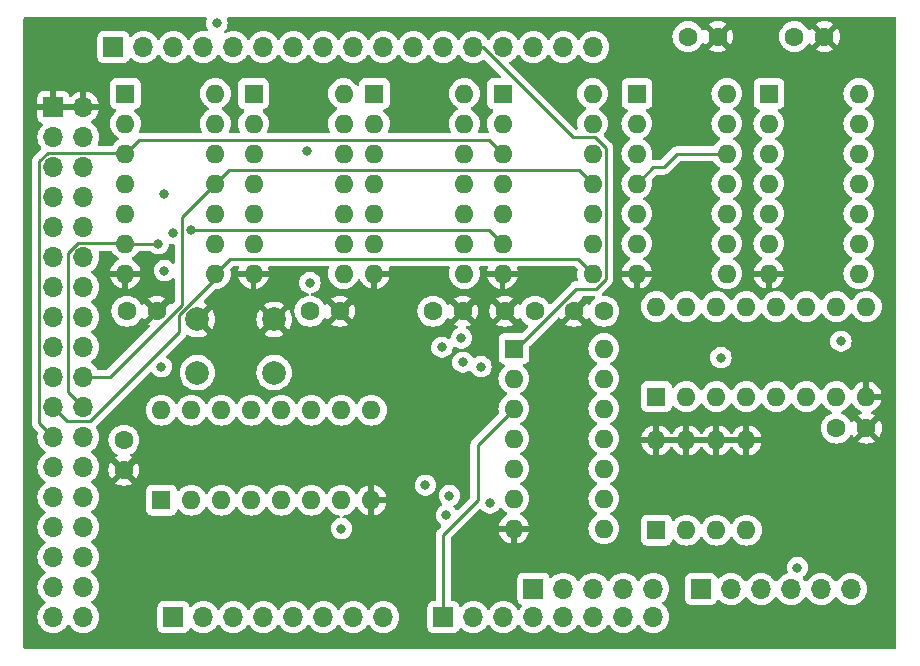
<source format=gbr>
%TF.GenerationSoftware,KiCad,Pcbnew,7.0.9*%
%TF.CreationDate,2025-02-11T06:25:59-06:00*%
%TF.ProjectId,Piggyback MEM0-7 + Addr,50696767-7962-4616-936b-204d454d302d,rev?*%
%TF.SameCoordinates,Original*%
%TF.FileFunction,Copper,L2,Inr*%
%TF.FilePolarity,Positive*%
%FSLAX46Y46*%
G04 Gerber Fmt 4.6, Leading zero omitted, Abs format (unit mm)*
G04 Created by KiCad (PCBNEW 7.0.9) date 2025-02-11 06:25:59*
%MOMM*%
%LPD*%
G01*
G04 APERTURE LIST*
%TA.AperFunction,ComponentPad*%
%ADD10C,1.600000*%
%TD*%
%TA.AperFunction,ComponentPad*%
%ADD11R,1.700000X1.700000*%
%TD*%
%TA.AperFunction,ComponentPad*%
%ADD12O,1.700000X1.700000*%
%TD*%
%TA.AperFunction,ComponentPad*%
%ADD13R,1.600000X1.600000*%
%TD*%
%TA.AperFunction,ComponentPad*%
%ADD14O,1.600000X1.600000*%
%TD*%
%TA.AperFunction,ComponentPad*%
%ADD15C,2.000000*%
%TD*%
%TA.AperFunction,ViaPad*%
%ADD16C,0.800000*%
%TD*%
%TA.AperFunction,Conductor*%
%ADD17C,0.250000*%
%TD*%
G04 APERTURE END LIST*
D10*
%TO.N,+5V*%
%TO.C,C1*%
X75692000Y-90043000D03*
%TO.N,GND*%
X78232000Y-90043000D03*
%TD*%
D11*
%TO.N,GND*%
%TO.C,J1*%
X69469000Y-72771000D03*
D12*
X72009000Y-72771000D03*
%TO.N,~{POWER FAIL}*%
X69469000Y-75311000D03*
%TO.N,MEM OK*%
X72009000Y-75311000D03*
%TO.N,~{EXEC}*%
X69469000Y-77851000D03*
%TO.N,~{DEFER}*%
X72009000Y-77851000D03*
%TO.N,~{FETCH}*%
X69469000Y-80391000D03*
%TO.N,~{MEM15}*%
X72009000Y-80391000D03*
%TO.N,~{MEM14}*%
X69469000Y-82931000D03*
%TO.N,~{MEM13}*%
X72009000Y-82931000D03*
%TO.N,~{MEM12}*%
X69469000Y-85471000D03*
%TO.N,~{MEM11}*%
X72009000Y-85471000D03*
%TO.N,~{MEM10}*%
X69469000Y-88011000D03*
%TO.N,~{MEM9}*%
X72009000Y-88011000D03*
%TO.N,~{MEM8}*%
X69469000Y-90551000D03*
%TO.N,~{MEM7}*%
X72009000Y-90551000D03*
%TO.N,~{MEM6}*%
X69469000Y-93091000D03*
%TO.N,~{MEM5}*%
X72009000Y-93091000D03*
%TO.N,~{MEM4}*%
X69469000Y-95631000D03*
%TO.N,~{MEM3}*%
X72009000Y-95631000D03*
%TO.N,~{MEM2}*%
X69469000Y-98171000D03*
%TO.N,~{MEM1}*%
X72009000Y-98171000D03*
%TO.N,~{MEM0}*%
X69469000Y-100711000D03*
%TO.N,~{CARRY}*%
X72009000Y-100711000D03*
%TO.N,~{ION}*%
X69469000Y-103251000D03*
%TO.N,~{RUN}*%
X72009000Y-103251000D03*
%TO.N,~{MBO15}*%
X69469000Y-105791000D03*
%TO.N,~{MBO14}*%
X72009000Y-105791000D03*
%TO.N,~{MBO13}*%
X69469000Y-108331000D03*
%TO.N,~{MBO12}*%
X72009000Y-108331000D03*
%TO.N,~{MBO11}*%
X69469000Y-110871000D03*
%TO.N,~{MBO10}*%
X72009000Y-110871000D03*
%TO.N,~{MBO9}*%
X69469000Y-113411000D03*
%TO.N,~{MBO8}*%
X72009000Y-113411000D03*
%TO.N,+5V*%
X69469000Y-115951000D03*
X72009000Y-115951000D03*
%TD*%
D10*
%TO.N,+5V*%
%TO.C,C7*%
X75438000Y-100965000D03*
%TO.N,GND*%
X75438000Y-103505000D03*
%TD*%
D13*
%TO.N,CON INST*%
%TO.C,U1*%
X75565000Y-71628000D03*
D14*
%TO.N,A15*%
X75565000Y-74168000D03*
%TO.N,~{MEM0}*%
X75565000Y-76708000D03*
%TO.N,CON INST*%
X75565000Y-79248000D03*
%TO.N,A14*%
X75565000Y-81788000D03*
%TO.N,~{MEM1}*%
X75565000Y-84328000D03*
%TO.N,GND*%
X75565000Y-86868000D03*
%TO.N,~{MEM2}*%
X83185000Y-86868000D03*
%TO.N,CON INST*%
X83185000Y-84328000D03*
%TO.N,A13*%
X83185000Y-81788000D03*
%TO.N,~{MEM3}*%
X83185000Y-79248000D03*
%TO.N,CON INST*%
X83185000Y-76708000D03*
%TO.N,A12*%
X83185000Y-74168000D03*
%TO.N,+5V*%
X83185000Y-71628000D03*
%TD*%
D13*
%TO.N,CON DATA*%
%TO.C,U8*%
X118872000Y-71628000D03*
D14*
%TO.N,Addr08*%
X118872000Y-74168000D03*
%TO.N,~{MEM8}*%
X118872000Y-76708000D03*
%TO.N,CON DATA*%
X118872000Y-79248000D03*
%TO.N,Addr09*%
X118872000Y-81788000D03*
%TO.N,~{MEM9}*%
X118872000Y-84328000D03*
%TO.N,GND*%
X118872000Y-86868000D03*
%TO.N,~{MEM10}*%
X126492000Y-86868000D03*
%TO.N,CON DATA*%
X126492000Y-84328000D03*
%TO.N,Addr10*%
X126492000Y-81788000D03*
%TO.N,~{MEM11}*%
X126492000Y-79248000D03*
%TO.N,CON DATA*%
X126492000Y-76708000D03*
%TO.N,Addr11*%
X126492000Y-74168000D03*
%TO.N,+5V*%
X126492000Y-71628000D03*
%TD*%
D11*
%TO.N,A15*%
%TO.C,J3*%
X74549000Y-67691000D03*
D12*
%TO.N,A14*%
X77089000Y-67691000D03*
%TO.N,A13*%
X79629000Y-67691000D03*
%TO.N,A12*%
X82169000Y-67691000D03*
%TO.N,A11*%
X84709000Y-67691000D03*
%TO.N,A10*%
X87249000Y-67691000D03*
%TO.N,A09*%
X89789000Y-67691000D03*
%TO.N,A08*%
X92329000Y-67691000D03*
%TO.N,unconnected-(J3-Pin_9-Pad9)*%
X94869000Y-67691000D03*
%TO.N,RESTART ENABLE*%
X97409000Y-67691000D03*
%TO.N,~{RST}*%
X99949000Y-67691000D03*
%TO.N,~{CON RQ}*%
X102489000Y-67691000D03*
%TO.N,~{CON INST}*%
X105029000Y-67691000D03*
%TO.N,~{PL}*%
X107569000Y-67691000D03*
%TO.N,~{ISTP}*%
X110109000Y-67691000D03*
%TO.N,A01*%
X112649000Y-67691000D03*
%TO.N,A00*%
X115189000Y-67691000D03*
%TD*%
D10*
%TO.N,+5V*%
%TO.C,C6*%
X135763000Y-99949000D03*
%TO.N,GND*%
X138303000Y-99949000D03*
%TD*%
D13*
%TO.N,CON DATA*%
%TO.C,U5*%
X96647000Y-71628000D03*
D14*
%TO.N,Addr04*%
X96647000Y-74168000D03*
%TO.N,~{MEM4}*%
X96647000Y-76708000D03*
%TO.N,CON DATA*%
X96647000Y-79248000D03*
%TO.N,Addr05*%
X96647000Y-81788000D03*
%TO.N,~{MEM5}*%
X96647000Y-84328000D03*
%TO.N,GND*%
X96647000Y-86868000D03*
%TO.N,~{MEM6}*%
X104267000Y-86868000D03*
%TO.N,CON DATA*%
X104267000Y-84328000D03*
%TO.N,Addr06*%
X104267000Y-81788000D03*
%TO.N,~{MEM7}*%
X104267000Y-79248000D03*
%TO.N,CON DATA*%
X104267000Y-76708000D03*
%TO.N,Addr07*%
X104267000Y-74168000D03*
%TO.N,+5V*%
X104267000Y-71628000D03*
%TD*%
D13*
%TO.N,~{CON INST}*%
%TO.C,U3*%
X108458000Y-93218000D03*
D14*
%TO.N,CON INST*%
X108458000Y-95758000D03*
%TO.N,~{CON DATA}*%
X108458000Y-98298000D03*
%TO.N,CON DATA*%
X108458000Y-100838000D03*
%TO.N,N/C*%
X108458000Y-103378000D03*
X108458000Y-105918000D03*
%TO.N,GND*%
X108458000Y-108458000D03*
%TO.N,N/C*%
X116078000Y-108458000D03*
X116078000Y-105918000D03*
X116078000Y-103378000D03*
X116078000Y-100838000D03*
X116078000Y-98298000D03*
X116078000Y-95758000D03*
%TO.N,+5V*%
X116078000Y-93218000D03*
%TD*%
D13*
%TO.N,CON DATA*%
%TO.C,U6*%
X107497000Y-71628000D03*
D14*
%TO.N,Addr00*%
X107497000Y-74168000D03*
%TO.N,~{MEM0}*%
X107497000Y-76708000D03*
%TO.N,CON DATA*%
X107497000Y-79248000D03*
%TO.N,Addr01*%
X107497000Y-81788000D03*
%TO.N,~{MEM1}*%
X107497000Y-84328000D03*
%TO.N,GND*%
X107497000Y-86868000D03*
%TO.N,~{MEM2}*%
X115117000Y-86868000D03*
%TO.N,CON DATA*%
X115117000Y-84328000D03*
%TO.N,Addr02*%
X115117000Y-81788000D03*
%TO.N,~{MEM3}*%
X115117000Y-79248000D03*
%TO.N,CON DATA*%
X115117000Y-76708000D03*
%TO.N,Addr03*%
X115117000Y-74168000D03*
%TO.N,+5V*%
X115117000Y-71628000D03*
%TD*%
D10*
%TO.N,+5V*%
%TO.C,C9*%
X91186000Y-90043000D03*
%TO.N,GND*%
X93726000Y-90043000D03*
%TD*%
D11*
%TO.N,~{CON DATA}*%
%TO.C,J6*%
X102489000Y-115951000D03*
D12*
%TO.N,~{CONT+ISTP+MSTP}*%
X105029000Y-115951000D03*
%TO.N,~{MSTP}*%
X107569000Y-115951000D03*
%TO.N,DataPin1*%
X110109000Y-115951000D03*
%TO.N,ClockPin1*%
X112649000Y-115951000D03*
%TO.N,LatchPin1*%
X115189000Y-115951000D03*
%TO.N,DataPin2*%
X117729000Y-115951000D03*
%TO.N,DIP4*%
X120269000Y-115951000D03*
%TD*%
D13*
%TO.N,CON DATA*%
%TO.C,U7*%
X130048000Y-71628000D03*
D14*
%TO.N,Addr12*%
X130048000Y-74168000D03*
%TO.N,~{MEM12}*%
X130048000Y-76708000D03*
%TO.N,CON DATA*%
X130048000Y-79248000D03*
%TO.N,Addr13*%
X130048000Y-81788000D03*
%TO.N,~{MEM13}*%
X130048000Y-84328000D03*
%TO.N,GND*%
X130048000Y-86868000D03*
%TO.N,~{MEM14}*%
X137668000Y-86868000D03*
%TO.N,CON DATA*%
X137668000Y-84328000D03*
%TO.N,Addr14*%
X137668000Y-81788000D03*
%TO.N,~{MEM15}*%
X137668000Y-79248000D03*
%TO.N,CON DATA*%
X137668000Y-76708000D03*
%TO.N,Addr15*%
X137668000Y-74168000D03*
%TO.N,+5V*%
X137668000Y-71628000D03*
%TD*%
D10*
%TO.N,+5V*%
%TO.C,C4*%
X116078000Y-90043000D03*
%TO.N,GND*%
X113538000Y-90043000D03*
%TD*%
D13*
%TO.N,Addr01*%
%TO.C,U4*%
X78613000Y-106045000D03*
D14*
%TO.N,Addr02*%
X81153000Y-106045000D03*
%TO.N,Addr03*%
X83693000Y-106045000D03*
%TO.N,Addr04*%
X86233000Y-106045000D03*
%TO.N,Addr05*%
X88773000Y-106045000D03*
%TO.N,Addr06*%
X91313000Y-106045000D03*
%TO.N,Addr07*%
X93853000Y-106045000D03*
%TO.N,GND*%
X96393000Y-106045000D03*
%TO.N,unconnected-(U4-QH'-Pad9)*%
X96393000Y-98425000D03*
%TO.N,+5V*%
X93853000Y-98425000D03*
%TO.N,ClockPin1*%
X91313000Y-98425000D03*
%TO.N,LatchPin1*%
X88773000Y-98425000D03*
%TO.N,unconnected-(U4-~{OE}-Pad13)*%
X86233000Y-98425000D03*
%TO.N,DataPin1*%
X83693000Y-98425000D03*
%TO.N,Addr00*%
X81153000Y-98425000D03*
%TO.N,+5V*%
X78613000Y-98425000D03*
%TD*%
D10*
%TO.N,+5V*%
%TO.C,C5*%
X132207000Y-66802000D03*
%TO.N,GND*%
X134747000Y-66802000D03*
%TD*%
%TO.N,+5V*%
%TO.C,C3*%
X110236000Y-90043000D03*
%TO.N,GND*%
X107696000Y-90043000D03*
%TD*%
%TO.N,+5V*%
%TO.C,C8*%
X101600000Y-90043000D03*
%TO.N,GND*%
X104140000Y-90043000D03*
%TD*%
D15*
%TO.N,GND*%
%TO.C,Button*%
X81661000Y-90744000D03*
X88161000Y-90744000D03*
%TO.N,RST1*%
X81661000Y-95244000D03*
X88161000Y-95244000D03*
%TD*%
D13*
%TO.N,Addr09*%
%TO.C,U9*%
X120523000Y-97282000D03*
D14*
%TO.N,Addr10*%
X123063000Y-97282000D03*
%TO.N,Addr11*%
X125603000Y-97282000D03*
%TO.N,Addr12*%
X128143000Y-97282000D03*
%TO.N,Addr13*%
X130683000Y-97282000D03*
%TO.N,Addr14*%
X133223000Y-97282000D03*
%TO.N,Addr15*%
X135763000Y-97282000D03*
%TO.N,GND*%
X138303000Y-97282000D03*
%TO.N,unconnected-(U9-QH'-Pad9)*%
X138303000Y-89662000D03*
%TO.N,+5V*%
X135763000Y-89662000D03*
%TO.N,ClockPin2*%
X133223000Y-89662000D03*
%TO.N,LatchPin2*%
X130683000Y-89662000D03*
%TO.N,unconnected-(U9-~{OE}-Pad13)*%
X128143000Y-89662000D03*
%TO.N,DataPin2*%
X125603000Y-89662000D03*
%TO.N,Addr08*%
X123063000Y-89662000D03*
%TO.N,+5V*%
X120523000Y-89662000D03*
%TD*%
D11*
%TO.N,DataPin1*%
%TO.C,J2*%
X110109000Y-113538000D03*
D12*
%TO.N,ClockPin1*%
X112649000Y-113538000D03*
%TO.N,LatchPin1*%
X115189000Y-113538000D03*
%TO.N,DataPin2*%
X117729000Y-113538000D03*
%TO.N,DIP4*%
X120269000Y-113538000D03*
%TD*%
D11*
%TO.N,DIP3*%
%TO.C,J4*%
X124307600Y-113563400D03*
D12*
%TO.N,DIP2*%
X126847600Y-113563400D03*
%TO.N,DIP1*%
X129387600Y-113563400D03*
%TO.N,ClockPin2*%
X131927600Y-113563400D03*
%TO.N,LatchPin2*%
X134467600Y-113563400D03*
%TO.N,/+5V OK*%
X137007600Y-113563400D03*
%TD*%
D13*
%TO.N,CON INST*%
%TO.C,U2*%
X86415000Y-71628000D03*
D14*
%TO.N,A11*%
X86415000Y-74168000D03*
%TO.N,~{MEM4}*%
X86415000Y-76708000D03*
%TO.N,CON INST*%
X86415000Y-79248000D03*
%TO.N,A10*%
X86415000Y-81788000D03*
%TO.N,~{MEM5}*%
X86415000Y-84328000D03*
%TO.N,GND*%
X86415000Y-86868000D03*
%TO.N,~{MEM6}*%
X94035000Y-86868000D03*
%TO.N,CON INST*%
X94035000Y-84328000D03*
%TO.N,A09*%
X94035000Y-81788000D03*
%TO.N,~{MEM7}*%
X94035000Y-79248000D03*
%TO.N,CON INST*%
X94035000Y-76708000D03*
%TO.N,A08*%
X94035000Y-74168000D03*
%TO.N,+5V*%
X94035000Y-71628000D03*
%TD*%
D10*
%TO.N,+5V*%
%TO.C,C2*%
X123190000Y-66802000D03*
%TO.N,GND*%
X125730000Y-66802000D03*
%TD*%
D13*
%TO.N,DIP4*%
%TO.C,SW2*%
X120523000Y-108585000D03*
D14*
%TO.N,DIP3*%
X123063000Y-108585000D03*
%TO.N,DIP2*%
X125603000Y-108585000D03*
%TO.N,DIP1*%
X128143000Y-108585000D03*
%TO.N,GND*%
X128143000Y-100965000D03*
X125603000Y-100965000D03*
X123063000Y-100965000D03*
X120523000Y-100965000D03*
%TD*%
D11*
%TO.N,~{MBO7}*%
%TO.C,J5*%
X79629000Y-115951000D03*
D12*
%TO.N,~{MBO6}*%
X82169000Y-115951000D03*
%TO.N,~{MBO5}*%
X84709000Y-115951000D03*
%TO.N,~{MBO4}*%
X87249000Y-115951000D03*
%TO.N,~{MBO3}*%
X89789000Y-115951000D03*
%TO.N,~{MBO2}*%
X92329000Y-115951000D03*
%TO.N,~{MBO1}*%
X94869000Y-115951000D03*
%TO.N,~{STOP}*%
X97409000Y-115951000D03*
%TD*%
D16*
%TO.N,+5V*%
X83312000Y-65659000D03*
X78613000Y-94742000D03*
X93853000Y-108458000D03*
%TO.N,~{MEM11}*%
X78867000Y-80137000D03*
%TO.N,~{MEM7}*%
X78867000Y-86614000D03*
X79629000Y-83439000D03*
%TO.N,~{MEM5}*%
X91186000Y-87630000D03*
%TO.N,~{MEM4}*%
X90932000Y-76454000D03*
%TO.N,~{MEM1}*%
X81153000Y-83185000D03*
X78359000Y-84328000D03*
%TO.N,LatchPin2*%
X132461000Y-111760000D03*
%TO.N,Addr04*%
X100965000Y-104775000D03*
X104140000Y-94361000D03*
%TO.N,Addr05*%
X102997000Y-105664000D03*
X105664000Y-94742000D03*
%TO.N,Addr06*%
X102743000Y-107315000D03*
X102362000Y-93091000D03*
%TO.N,Addr07*%
X106426000Y-106299000D03*
X104013000Y-92329000D03*
%TO.N,Addr10*%
X125984000Y-93980000D03*
%TO.N,Addr14*%
X136144000Y-92583000D03*
%TD*%
D17*
%TO.N,~{MEM3}*%
X113992000Y-78123000D02*
X115117000Y-79248000D01*
X74234991Y-95631000D02*
X72009000Y-95631000D01*
X83185000Y-79248000D02*
X84310000Y-78123000D01*
X84310000Y-78123000D02*
X113992000Y-78123000D01*
X80354000Y-89511991D02*
X74234991Y-95631000D01*
X83185000Y-79248000D02*
X80354000Y-82079000D01*
X80354000Y-82079000D02*
X80354000Y-89511991D01*
%TO.N,~{MEM2}*%
X72612000Y-99346000D02*
X80137000Y-91821000D01*
X70644000Y-99346000D02*
X72612000Y-99346000D01*
X69469000Y-98171000D02*
X70644000Y-99346000D01*
X83185000Y-87317387D02*
X83185000Y-86868000D01*
X113847000Y-85598000D02*
X115117000Y-86868000D01*
X80137000Y-91821000D02*
X80137000Y-90365387D01*
X84455000Y-85598000D02*
X113847000Y-85598000D01*
X83185000Y-86868000D02*
X84455000Y-85598000D01*
X80137000Y-90365387D02*
X83185000Y-87317387D01*
%TO.N,~{MEM1}*%
X75565000Y-84328000D02*
X78359000Y-84328000D01*
X106372000Y-83203000D02*
X81171000Y-83203000D01*
X75565000Y-84328000D02*
X75533000Y-84296000D01*
X107497000Y-84328000D02*
X106372000Y-83203000D01*
X71522299Y-84296000D02*
X70739000Y-85079299D01*
X70739000Y-96901000D02*
X72009000Y-98171000D01*
X75565000Y-84328000D02*
X76708000Y-84328000D01*
X78359000Y-84328000D02*
X78232000Y-84328000D01*
X70739000Y-85079299D02*
X70739000Y-96901000D01*
X75533000Y-84296000D02*
X71522299Y-84296000D01*
X81153000Y-83185000D02*
X81171000Y-83203000D01*
%TO.N,~{MEM0}*%
X69469000Y-100711000D02*
X68294000Y-99536000D01*
X68294000Y-99536000D02*
X68294000Y-77364299D01*
X76690000Y-75583000D02*
X106372000Y-75583000D01*
X75565000Y-76708000D02*
X75533000Y-76676000D01*
X68982299Y-76676000D02*
X68294000Y-77364299D01*
X106372000Y-75583000D02*
X107497000Y-76708000D01*
X75533000Y-76676000D02*
X68982299Y-76676000D01*
X75565000Y-76708000D02*
X76690000Y-75583000D01*
%TO.N,~{CON INST}*%
X108651991Y-93218000D02*
X113731991Y-88138000D01*
X113430000Y-75311000D02*
X105810000Y-67691000D01*
X116242000Y-87333991D02*
X116242000Y-76242009D01*
X116242000Y-76242009D02*
X115310991Y-75311000D01*
X105810000Y-67691000D02*
X105029000Y-67691000D01*
X113731991Y-88138000D02*
X115437991Y-88138000D01*
X108458000Y-93218000D02*
X108651991Y-93218000D01*
X115310991Y-75311000D02*
X113430000Y-75311000D01*
X115437991Y-88138000D02*
X116242000Y-87333991D01*
%TO.N,~{CON DATA}*%
X102489000Y-108966000D02*
X105410000Y-106045000D01*
X105410000Y-101346000D02*
X108458000Y-98298000D01*
X105410000Y-106045000D02*
X105410000Y-101346000D01*
X102489000Y-115951000D02*
X102489000Y-108966000D01*
%TO.N,CON DATA*%
X118872000Y-79248000D02*
X120269000Y-77851000D01*
X120269000Y-77851000D02*
X121158000Y-77851000D01*
X121158000Y-77851000D02*
X122301000Y-76708000D01*
X122301000Y-76708000D02*
X126492000Y-76708000D01*
%TD*%
%TA.AperFunction,Conductor*%
%TO.N,GND*%
G36*
X122735359Y-100726955D02*
G01*
X122677835Y-100839852D01*
X122658014Y-100965000D01*
X122677835Y-101090148D01*
X122735359Y-101203045D01*
X122747314Y-101215000D01*
X120838686Y-101215000D01*
X120850641Y-101203045D01*
X120908165Y-101090148D01*
X120927986Y-100965000D01*
X120908165Y-100839852D01*
X120850641Y-100726955D01*
X120838686Y-100715000D01*
X122747314Y-100715000D01*
X122735359Y-100726955D01*
G37*
%TD.AperFunction*%
%TA.AperFunction,Conductor*%
G36*
X125275359Y-100726955D02*
G01*
X125217835Y-100839852D01*
X125198014Y-100965000D01*
X125217835Y-101090148D01*
X125275359Y-101203045D01*
X125287314Y-101215000D01*
X123378686Y-101215000D01*
X123390641Y-101203045D01*
X123448165Y-101090148D01*
X123467986Y-100965000D01*
X123448165Y-100839852D01*
X123390641Y-100726955D01*
X123378686Y-100715000D01*
X125287314Y-100715000D01*
X125275359Y-100726955D01*
G37*
%TD.AperFunction*%
%TA.AperFunction,Conductor*%
G36*
X127815359Y-100726955D02*
G01*
X127757835Y-100839852D01*
X127738014Y-100965000D01*
X127757835Y-101090148D01*
X127815359Y-101203045D01*
X127827314Y-101215000D01*
X125918686Y-101215000D01*
X125930641Y-101203045D01*
X125988165Y-101090148D01*
X126007986Y-100965000D01*
X125988165Y-100839852D01*
X125930641Y-100726955D01*
X125918686Y-100715000D01*
X127827314Y-100715000D01*
X127815359Y-100726955D01*
G37*
%TD.AperFunction*%
%TA.AperFunction,Conductor*%
G36*
X137101139Y-97824757D02*
G01*
X137145657Y-97876133D01*
X137172865Y-97934482D01*
X137303342Y-98120820D01*
X137464179Y-98281657D01*
X137650517Y-98412134D01*
X137845633Y-98503118D01*
X137898072Y-98549290D01*
X137917224Y-98616484D01*
X137897008Y-98683365D01*
X137845633Y-98727882D01*
X137650513Y-98818868D01*
X137577527Y-98869972D01*
X137577526Y-98869973D01*
X138258600Y-99551046D01*
X138177852Y-99563835D01*
X138064955Y-99621359D01*
X137975359Y-99710955D01*
X137917835Y-99823852D01*
X137905046Y-99904599D01*
X137223973Y-99223526D01*
X137223972Y-99223527D01*
X137172869Y-99296511D01*
X137145657Y-99354867D01*
X137099484Y-99407306D01*
X137032290Y-99426457D01*
X136965409Y-99406241D01*
X136920893Y-99354865D01*
X136894397Y-99298045D01*
X136893568Y-99296266D01*
X136795839Y-99156693D01*
X136763045Y-99109858D01*
X136602141Y-98948954D01*
X136415734Y-98818432D01*
X136415732Y-98818431D01*
X136394754Y-98808648D01*
X136221547Y-98727880D01*
X136169110Y-98681710D01*
X136149958Y-98614516D01*
X136170174Y-98547635D01*
X136221547Y-98503119D01*
X136415734Y-98412568D01*
X136602139Y-98282047D01*
X136763047Y-98121139D01*
X136893568Y-97934734D01*
X136920895Y-97876129D01*
X136967064Y-97823695D01*
X137034257Y-97804542D01*
X137101139Y-97824757D01*
G37*
%TD.AperFunction*%
%TA.AperFunction,Conductor*%
G36*
X82426422Y-65171185D02*
G01*
X82472177Y-65223989D01*
X82482121Y-65293147D01*
X82477314Y-65313818D01*
X82426327Y-65470740D01*
X82426326Y-65470744D01*
X82406540Y-65659000D01*
X82426326Y-65847256D01*
X82426327Y-65847259D01*
X82484818Y-66027277D01*
X82484820Y-66027281D01*
X82484821Y-66027284D01*
X82546829Y-66134685D01*
X82574330Y-66182319D01*
X82590802Y-66250219D01*
X82567949Y-66316246D01*
X82513027Y-66359436D01*
X82443474Y-66366077D01*
X82434851Y-66364093D01*
X82404419Y-66355939D01*
X82404403Y-66355936D01*
X82169001Y-66335341D01*
X82168999Y-66335341D01*
X81933596Y-66355936D01*
X81933586Y-66355938D01*
X81705344Y-66417094D01*
X81705335Y-66417098D01*
X81491171Y-66516964D01*
X81491169Y-66516965D01*
X81297597Y-66652505D01*
X81130505Y-66819597D01*
X81000575Y-67005158D01*
X80945998Y-67048783D01*
X80876500Y-67055977D01*
X80814145Y-67024454D01*
X80797425Y-67005158D01*
X80667494Y-66819597D01*
X80500402Y-66652506D01*
X80500395Y-66652501D01*
X80306834Y-66516967D01*
X80306830Y-66516965D01*
X80237003Y-66484404D01*
X80092663Y-66417097D01*
X80092659Y-66417096D01*
X80092655Y-66417094D01*
X79864413Y-66355938D01*
X79864403Y-66355936D01*
X79629001Y-66335341D01*
X79628999Y-66335341D01*
X79393596Y-66355936D01*
X79393586Y-66355938D01*
X79165344Y-66417094D01*
X79165335Y-66417098D01*
X78951171Y-66516964D01*
X78951169Y-66516965D01*
X78757597Y-66652505D01*
X78590505Y-66819597D01*
X78460575Y-67005158D01*
X78405998Y-67048783D01*
X78336500Y-67055977D01*
X78274145Y-67024454D01*
X78257425Y-67005158D01*
X78127494Y-66819597D01*
X77960402Y-66652506D01*
X77960395Y-66652501D01*
X77766834Y-66516967D01*
X77766830Y-66516965D01*
X77697003Y-66484404D01*
X77552663Y-66417097D01*
X77552659Y-66417096D01*
X77552655Y-66417094D01*
X77324413Y-66355938D01*
X77324403Y-66355936D01*
X77089001Y-66335341D01*
X77088999Y-66335341D01*
X76853596Y-66355936D01*
X76853586Y-66355938D01*
X76625344Y-66417094D01*
X76625335Y-66417098D01*
X76411171Y-66516964D01*
X76411169Y-66516965D01*
X76217600Y-66652503D01*
X76095673Y-66774430D01*
X76034350Y-66807914D01*
X75964658Y-66802930D01*
X75908725Y-66761058D01*
X75891810Y-66730081D01*
X75842797Y-66598671D01*
X75842793Y-66598664D01*
X75756547Y-66483455D01*
X75756544Y-66483452D01*
X75641335Y-66397206D01*
X75641328Y-66397202D01*
X75506482Y-66346908D01*
X75506483Y-66346908D01*
X75446883Y-66340501D01*
X75446881Y-66340500D01*
X75446873Y-66340500D01*
X75446864Y-66340500D01*
X73651129Y-66340500D01*
X73651123Y-66340501D01*
X73591516Y-66346908D01*
X73456671Y-66397202D01*
X73456664Y-66397206D01*
X73341455Y-66483452D01*
X73341452Y-66483455D01*
X73255206Y-66598664D01*
X73255202Y-66598671D01*
X73204908Y-66733517D01*
X73198501Y-66793116D01*
X73198500Y-66793135D01*
X73198500Y-68588870D01*
X73198501Y-68588876D01*
X73204908Y-68648483D01*
X73255202Y-68783328D01*
X73255206Y-68783335D01*
X73341452Y-68898544D01*
X73341455Y-68898547D01*
X73456664Y-68984793D01*
X73456671Y-68984797D01*
X73591517Y-69035091D01*
X73591516Y-69035091D01*
X73598444Y-69035835D01*
X73651127Y-69041500D01*
X75446872Y-69041499D01*
X75506483Y-69035091D01*
X75641331Y-68984796D01*
X75756546Y-68898546D01*
X75842796Y-68783331D01*
X75891810Y-68651916D01*
X75933681Y-68595984D01*
X75999145Y-68571566D01*
X76067418Y-68586417D01*
X76095673Y-68607569D01*
X76217599Y-68729495D01*
X76314384Y-68797265D01*
X76411165Y-68865032D01*
X76411167Y-68865033D01*
X76411170Y-68865035D01*
X76625337Y-68964903D01*
X76853592Y-69026063D01*
X77030034Y-69041500D01*
X77088999Y-69046659D01*
X77089000Y-69046659D01*
X77089001Y-69046659D01*
X77147966Y-69041500D01*
X77324408Y-69026063D01*
X77552663Y-68964903D01*
X77766830Y-68865035D01*
X77960401Y-68729495D01*
X78127495Y-68562401D01*
X78257425Y-68376842D01*
X78312002Y-68333217D01*
X78381500Y-68326023D01*
X78443855Y-68357546D01*
X78460575Y-68376842D01*
X78590500Y-68562395D01*
X78590505Y-68562401D01*
X78757599Y-68729495D01*
X78854384Y-68797265D01*
X78951165Y-68865032D01*
X78951167Y-68865033D01*
X78951170Y-68865035D01*
X79165337Y-68964903D01*
X79393592Y-69026063D01*
X79570034Y-69041500D01*
X79628999Y-69046659D01*
X79629000Y-69046659D01*
X79629001Y-69046659D01*
X79687966Y-69041500D01*
X79864408Y-69026063D01*
X80092663Y-68964903D01*
X80306830Y-68865035D01*
X80500401Y-68729495D01*
X80667495Y-68562401D01*
X80797425Y-68376842D01*
X80852002Y-68333217D01*
X80921500Y-68326023D01*
X80983855Y-68357546D01*
X81000575Y-68376842D01*
X81130500Y-68562395D01*
X81130505Y-68562401D01*
X81297599Y-68729495D01*
X81394384Y-68797265D01*
X81491165Y-68865032D01*
X81491167Y-68865033D01*
X81491170Y-68865035D01*
X81705337Y-68964903D01*
X81933592Y-69026063D01*
X82110034Y-69041500D01*
X82168999Y-69046659D01*
X82169000Y-69046659D01*
X82169001Y-69046659D01*
X82227966Y-69041500D01*
X82404408Y-69026063D01*
X82632663Y-68964903D01*
X82846830Y-68865035D01*
X83040401Y-68729495D01*
X83207495Y-68562401D01*
X83337425Y-68376842D01*
X83392002Y-68333217D01*
X83461500Y-68326023D01*
X83523855Y-68357546D01*
X83540575Y-68376842D01*
X83670500Y-68562395D01*
X83670505Y-68562401D01*
X83837599Y-68729495D01*
X83934384Y-68797265D01*
X84031165Y-68865032D01*
X84031167Y-68865033D01*
X84031170Y-68865035D01*
X84245337Y-68964903D01*
X84473592Y-69026063D01*
X84650034Y-69041500D01*
X84708999Y-69046659D01*
X84709000Y-69046659D01*
X84709001Y-69046659D01*
X84767966Y-69041500D01*
X84944408Y-69026063D01*
X85172663Y-68964903D01*
X85386830Y-68865035D01*
X85580401Y-68729495D01*
X85747495Y-68562401D01*
X85877425Y-68376842D01*
X85932002Y-68333217D01*
X86001500Y-68326023D01*
X86063855Y-68357546D01*
X86080575Y-68376842D01*
X86210500Y-68562395D01*
X86210505Y-68562401D01*
X86377599Y-68729495D01*
X86474384Y-68797265D01*
X86571165Y-68865032D01*
X86571167Y-68865033D01*
X86571170Y-68865035D01*
X86785337Y-68964903D01*
X87013592Y-69026063D01*
X87190034Y-69041500D01*
X87248999Y-69046659D01*
X87249000Y-69046659D01*
X87249001Y-69046659D01*
X87307966Y-69041500D01*
X87484408Y-69026063D01*
X87712663Y-68964903D01*
X87926830Y-68865035D01*
X88120401Y-68729495D01*
X88287495Y-68562401D01*
X88417425Y-68376842D01*
X88472002Y-68333217D01*
X88541500Y-68326023D01*
X88603855Y-68357546D01*
X88620575Y-68376842D01*
X88750500Y-68562395D01*
X88750505Y-68562401D01*
X88917599Y-68729495D01*
X89014384Y-68797265D01*
X89111165Y-68865032D01*
X89111167Y-68865033D01*
X89111170Y-68865035D01*
X89325337Y-68964903D01*
X89553592Y-69026063D01*
X89730034Y-69041500D01*
X89788999Y-69046659D01*
X89789000Y-69046659D01*
X89789001Y-69046659D01*
X89847966Y-69041500D01*
X90024408Y-69026063D01*
X90252663Y-68964903D01*
X90466830Y-68865035D01*
X90660401Y-68729495D01*
X90827495Y-68562401D01*
X90957425Y-68376842D01*
X91012002Y-68333217D01*
X91081500Y-68326023D01*
X91143855Y-68357546D01*
X91160575Y-68376842D01*
X91290500Y-68562395D01*
X91290505Y-68562401D01*
X91457599Y-68729495D01*
X91554384Y-68797265D01*
X91651165Y-68865032D01*
X91651167Y-68865033D01*
X91651170Y-68865035D01*
X91865337Y-68964903D01*
X92093592Y-69026063D01*
X92270034Y-69041500D01*
X92328999Y-69046659D01*
X92329000Y-69046659D01*
X92329001Y-69046659D01*
X92387966Y-69041500D01*
X92564408Y-69026063D01*
X92792663Y-68964903D01*
X93006830Y-68865035D01*
X93200401Y-68729495D01*
X93367495Y-68562401D01*
X93497425Y-68376842D01*
X93552002Y-68333217D01*
X93621500Y-68326023D01*
X93683855Y-68357546D01*
X93700575Y-68376842D01*
X93830500Y-68562395D01*
X93830505Y-68562401D01*
X93997599Y-68729495D01*
X94094384Y-68797265D01*
X94191165Y-68865032D01*
X94191167Y-68865033D01*
X94191170Y-68865035D01*
X94405337Y-68964903D01*
X94633592Y-69026063D01*
X94810034Y-69041500D01*
X94868999Y-69046659D01*
X94869000Y-69046659D01*
X94869001Y-69046659D01*
X94927966Y-69041500D01*
X95104408Y-69026063D01*
X95332663Y-68964903D01*
X95546830Y-68865035D01*
X95740401Y-68729495D01*
X95907495Y-68562401D01*
X96037425Y-68376842D01*
X96092002Y-68333217D01*
X96161500Y-68326023D01*
X96223855Y-68357546D01*
X96240575Y-68376842D01*
X96370500Y-68562395D01*
X96370505Y-68562401D01*
X96537599Y-68729495D01*
X96634384Y-68797265D01*
X96731165Y-68865032D01*
X96731167Y-68865033D01*
X96731170Y-68865035D01*
X96945337Y-68964903D01*
X97173592Y-69026063D01*
X97350034Y-69041500D01*
X97408999Y-69046659D01*
X97409000Y-69046659D01*
X97409001Y-69046659D01*
X97467966Y-69041500D01*
X97644408Y-69026063D01*
X97872663Y-68964903D01*
X98086830Y-68865035D01*
X98280401Y-68729495D01*
X98447495Y-68562401D01*
X98577425Y-68376842D01*
X98632002Y-68333217D01*
X98701500Y-68326023D01*
X98763855Y-68357546D01*
X98780575Y-68376842D01*
X98910500Y-68562395D01*
X98910505Y-68562401D01*
X99077599Y-68729495D01*
X99174384Y-68797265D01*
X99271165Y-68865032D01*
X99271167Y-68865033D01*
X99271170Y-68865035D01*
X99485337Y-68964903D01*
X99713592Y-69026063D01*
X99890034Y-69041500D01*
X99948999Y-69046659D01*
X99949000Y-69046659D01*
X99949001Y-69046659D01*
X100007966Y-69041500D01*
X100184408Y-69026063D01*
X100412663Y-68964903D01*
X100626830Y-68865035D01*
X100820401Y-68729495D01*
X100987495Y-68562401D01*
X101117425Y-68376842D01*
X101172002Y-68333217D01*
X101241500Y-68326023D01*
X101303855Y-68357546D01*
X101320575Y-68376842D01*
X101450500Y-68562395D01*
X101450505Y-68562401D01*
X101617599Y-68729495D01*
X101714384Y-68797265D01*
X101811165Y-68865032D01*
X101811167Y-68865033D01*
X101811170Y-68865035D01*
X102025337Y-68964903D01*
X102253592Y-69026063D01*
X102430034Y-69041500D01*
X102488999Y-69046659D01*
X102489000Y-69046659D01*
X102489001Y-69046659D01*
X102547966Y-69041500D01*
X102724408Y-69026063D01*
X102952663Y-68964903D01*
X103166830Y-68865035D01*
X103360401Y-68729495D01*
X103527495Y-68562401D01*
X103657425Y-68376842D01*
X103712002Y-68333217D01*
X103781500Y-68326023D01*
X103843855Y-68357546D01*
X103860575Y-68376842D01*
X103990500Y-68562395D01*
X103990505Y-68562401D01*
X104157599Y-68729495D01*
X104254384Y-68797265D01*
X104351165Y-68865032D01*
X104351167Y-68865033D01*
X104351170Y-68865035D01*
X104565337Y-68964903D01*
X104793592Y-69026063D01*
X104970034Y-69041500D01*
X105028999Y-69046659D01*
X105029000Y-69046659D01*
X105029001Y-69046659D01*
X105087966Y-69041500D01*
X105264408Y-69026063D01*
X105492663Y-68964903D01*
X105706830Y-68865035D01*
X105852522Y-68763019D01*
X105918725Y-68740694D01*
X105986492Y-68757704D01*
X106011324Y-68776915D01*
X107350229Y-70115819D01*
X107383714Y-70177142D01*
X107378730Y-70246834D01*
X107336858Y-70302767D01*
X107271394Y-70327184D01*
X107262548Y-70327500D01*
X106649129Y-70327500D01*
X106649123Y-70327501D01*
X106589516Y-70333908D01*
X106454671Y-70384202D01*
X106454664Y-70384206D01*
X106339455Y-70470452D01*
X106339452Y-70470455D01*
X106253206Y-70585664D01*
X106253202Y-70585671D01*
X106202908Y-70720517D01*
X106196501Y-70780116D01*
X106196501Y-70780123D01*
X106196500Y-70780135D01*
X106196500Y-72475870D01*
X106196501Y-72475876D01*
X106202908Y-72535483D01*
X106253202Y-72670328D01*
X106253206Y-72670335D01*
X106339452Y-72785544D01*
X106339455Y-72785547D01*
X106454664Y-72871793D01*
X106454671Y-72871797D01*
X106499618Y-72888561D01*
X106589517Y-72922091D01*
X106624596Y-72925862D01*
X106689144Y-72952599D01*
X106728993Y-73009991D01*
X106731488Y-73079816D01*
X106695836Y-73139905D01*
X106682464Y-73150725D01*
X106657858Y-73167954D01*
X106496954Y-73328858D01*
X106366432Y-73515265D01*
X106366431Y-73515267D01*
X106270261Y-73721502D01*
X106270258Y-73721511D01*
X106211366Y-73941302D01*
X106211364Y-73941313D01*
X106191532Y-74167998D01*
X106191532Y-74168001D01*
X106211364Y-74394686D01*
X106211366Y-74394697D01*
X106270258Y-74614488D01*
X106270260Y-74614492D01*
X106270261Y-74614496D01*
X106302962Y-74684623D01*
X106347948Y-74781095D01*
X106358440Y-74850173D01*
X106329920Y-74913957D01*
X106271444Y-74952196D01*
X106235566Y-74957500D01*
X105528434Y-74957500D01*
X105461395Y-74937815D01*
X105415640Y-74885011D01*
X105405696Y-74815853D01*
X105416052Y-74781095D01*
X105493739Y-74614496D01*
X105552635Y-74394692D01*
X105569634Y-74200384D01*
X105572468Y-74168001D01*
X105572468Y-74167998D01*
X105561015Y-74037097D01*
X105552635Y-73941308D01*
X105493739Y-73721504D01*
X105397568Y-73515266D01*
X105267047Y-73328861D01*
X105267045Y-73328858D01*
X105106141Y-73167954D01*
X104919734Y-73037432D01*
X104919728Y-73037429D01*
X104861725Y-73010382D01*
X104809285Y-72964210D01*
X104790133Y-72897017D01*
X104810348Y-72830135D01*
X104861725Y-72785618D01*
X104919734Y-72758568D01*
X105106139Y-72628047D01*
X105267047Y-72467139D01*
X105397568Y-72280734D01*
X105493739Y-72074496D01*
X105552635Y-71854692D01*
X105572468Y-71628000D01*
X105552635Y-71401308D01*
X105493739Y-71181504D01*
X105397568Y-70975266D01*
X105267047Y-70788861D01*
X105267045Y-70788858D01*
X105106141Y-70627954D01*
X104919734Y-70497432D01*
X104919732Y-70497431D01*
X104713497Y-70401261D01*
X104713488Y-70401258D01*
X104493697Y-70342366D01*
X104493693Y-70342365D01*
X104493692Y-70342365D01*
X104493691Y-70342364D01*
X104493686Y-70342364D01*
X104267002Y-70322532D01*
X104266998Y-70322532D01*
X104040313Y-70342364D01*
X104040302Y-70342366D01*
X103820511Y-70401258D01*
X103820502Y-70401261D01*
X103614267Y-70497431D01*
X103614265Y-70497432D01*
X103427858Y-70627954D01*
X103266954Y-70788858D01*
X103136432Y-70975265D01*
X103136431Y-70975267D01*
X103040261Y-71181502D01*
X103040258Y-71181511D01*
X102981366Y-71401302D01*
X102981364Y-71401313D01*
X102961532Y-71627998D01*
X102961532Y-71628001D01*
X102981364Y-71854686D01*
X102981366Y-71854697D01*
X103040258Y-72074488D01*
X103040261Y-72074497D01*
X103136431Y-72280732D01*
X103136432Y-72280734D01*
X103266954Y-72467141D01*
X103427858Y-72628045D01*
X103427861Y-72628047D01*
X103614266Y-72758568D01*
X103672275Y-72785618D01*
X103724714Y-72831791D01*
X103743866Y-72898984D01*
X103723650Y-72965865D01*
X103672275Y-73010382D01*
X103614267Y-73037431D01*
X103614265Y-73037432D01*
X103427858Y-73167954D01*
X103266954Y-73328858D01*
X103136432Y-73515265D01*
X103136431Y-73515267D01*
X103040261Y-73721502D01*
X103040258Y-73721511D01*
X102981366Y-73941302D01*
X102981364Y-73941313D01*
X102961532Y-74167998D01*
X102961532Y-74168001D01*
X102981364Y-74394686D01*
X102981366Y-74394697D01*
X103040258Y-74614488D01*
X103040260Y-74614492D01*
X103040261Y-74614496D01*
X103072962Y-74684623D01*
X103117948Y-74781095D01*
X103128440Y-74850173D01*
X103099920Y-74913957D01*
X103041444Y-74952196D01*
X103005566Y-74957500D01*
X97908434Y-74957500D01*
X97841395Y-74937815D01*
X97795640Y-74885011D01*
X97785696Y-74815853D01*
X97796052Y-74781095D01*
X97873739Y-74614496D01*
X97932635Y-74394692D01*
X97949634Y-74200384D01*
X97952468Y-74168001D01*
X97952468Y-74167998D01*
X97941015Y-74037097D01*
X97932635Y-73941308D01*
X97873739Y-73721504D01*
X97777568Y-73515266D01*
X97647047Y-73328861D01*
X97647045Y-73328858D01*
X97486143Y-73167956D01*
X97461536Y-73150726D01*
X97417912Y-73096149D01*
X97410719Y-73026650D01*
X97442241Y-72964296D01*
X97502471Y-72928882D01*
X97519404Y-72925861D01*
X97554483Y-72922091D01*
X97689331Y-72871796D01*
X97804546Y-72785546D01*
X97890796Y-72670331D01*
X97941091Y-72535483D01*
X97947500Y-72475873D01*
X97947499Y-70780128D01*
X97941091Y-70720517D01*
X97906567Y-70627954D01*
X97890797Y-70585671D01*
X97890793Y-70585664D01*
X97804547Y-70470455D01*
X97804544Y-70470452D01*
X97689335Y-70384206D01*
X97689328Y-70384202D01*
X97554482Y-70333908D01*
X97554483Y-70333908D01*
X97494883Y-70327501D01*
X97494881Y-70327500D01*
X97494873Y-70327500D01*
X97494864Y-70327500D01*
X95799129Y-70327500D01*
X95799123Y-70327501D01*
X95739516Y-70333908D01*
X95604671Y-70384202D01*
X95604664Y-70384206D01*
X95489455Y-70470452D01*
X95489452Y-70470455D01*
X95403206Y-70585664D01*
X95403202Y-70585671D01*
X95352908Y-70720517D01*
X95346501Y-70780116D01*
X95346501Y-70780123D01*
X95346500Y-70780135D01*
X95346500Y-70840385D01*
X95326815Y-70907424D01*
X95274011Y-70953179D01*
X95204853Y-70963123D01*
X95141297Y-70934098D01*
X95120925Y-70911508D01*
X95035045Y-70788858D01*
X94874141Y-70627954D01*
X94687734Y-70497432D01*
X94687732Y-70497431D01*
X94481497Y-70401261D01*
X94481488Y-70401258D01*
X94261697Y-70342366D01*
X94261693Y-70342365D01*
X94261692Y-70342365D01*
X94261691Y-70342364D01*
X94261686Y-70342364D01*
X94035002Y-70322532D01*
X94034998Y-70322532D01*
X93808313Y-70342364D01*
X93808302Y-70342366D01*
X93588511Y-70401258D01*
X93588502Y-70401261D01*
X93382267Y-70497431D01*
X93382265Y-70497432D01*
X93195858Y-70627954D01*
X93034954Y-70788858D01*
X92904432Y-70975265D01*
X92904431Y-70975267D01*
X92808261Y-71181502D01*
X92808258Y-71181511D01*
X92749366Y-71401302D01*
X92749364Y-71401313D01*
X92729532Y-71627998D01*
X92729532Y-71628001D01*
X92749364Y-71854686D01*
X92749366Y-71854697D01*
X92808258Y-72074488D01*
X92808261Y-72074497D01*
X92904431Y-72280732D01*
X92904432Y-72280734D01*
X93034954Y-72467141D01*
X93195858Y-72628045D01*
X93195861Y-72628047D01*
X93382266Y-72758568D01*
X93440275Y-72785618D01*
X93492714Y-72831791D01*
X93511866Y-72898984D01*
X93491650Y-72965865D01*
X93440275Y-73010382D01*
X93382267Y-73037431D01*
X93382265Y-73037432D01*
X93195858Y-73167954D01*
X93034954Y-73328858D01*
X92904432Y-73515265D01*
X92904431Y-73515267D01*
X92808261Y-73721502D01*
X92808258Y-73721511D01*
X92749366Y-73941302D01*
X92749364Y-73941313D01*
X92729532Y-74167998D01*
X92729532Y-74168001D01*
X92749364Y-74394686D01*
X92749366Y-74394697D01*
X92808258Y-74614488D01*
X92808260Y-74614492D01*
X92808261Y-74614496D01*
X92840962Y-74684623D01*
X92885948Y-74781095D01*
X92896440Y-74850173D01*
X92867920Y-74913957D01*
X92809444Y-74952196D01*
X92773566Y-74957500D01*
X87676434Y-74957500D01*
X87609395Y-74937815D01*
X87563640Y-74885011D01*
X87553696Y-74815853D01*
X87564052Y-74781095D01*
X87641739Y-74614496D01*
X87700635Y-74394692D01*
X87717634Y-74200384D01*
X87720468Y-74168001D01*
X87720468Y-74167998D01*
X87709015Y-74037097D01*
X87700635Y-73941308D01*
X87641739Y-73721504D01*
X87545568Y-73515266D01*
X87415047Y-73328861D01*
X87415045Y-73328858D01*
X87254143Y-73167956D01*
X87229536Y-73150726D01*
X87185912Y-73096149D01*
X87178719Y-73026650D01*
X87210241Y-72964296D01*
X87270471Y-72928882D01*
X87287404Y-72925861D01*
X87322483Y-72922091D01*
X87457331Y-72871796D01*
X87572546Y-72785546D01*
X87658796Y-72670331D01*
X87709091Y-72535483D01*
X87715500Y-72475873D01*
X87715499Y-70780128D01*
X87709091Y-70720517D01*
X87674567Y-70627954D01*
X87658797Y-70585671D01*
X87658793Y-70585664D01*
X87572547Y-70470455D01*
X87572544Y-70470452D01*
X87457335Y-70384206D01*
X87457328Y-70384202D01*
X87322482Y-70333908D01*
X87322483Y-70333908D01*
X87262883Y-70327501D01*
X87262881Y-70327500D01*
X87262873Y-70327500D01*
X87262864Y-70327500D01*
X85567129Y-70327500D01*
X85567123Y-70327501D01*
X85507516Y-70333908D01*
X85372671Y-70384202D01*
X85372664Y-70384206D01*
X85257455Y-70470452D01*
X85257452Y-70470455D01*
X85171206Y-70585664D01*
X85171202Y-70585671D01*
X85120908Y-70720517D01*
X85114501Y-70780116D01*
X85114501Y-70780123D01*
X85114500Y-70780135D01*
X85114500Y-72475870D01*
X85114501Y-72475876D01*
X85120908Y-72535483D01*
X85171202Y-72670328D01*
X85171206Y-72670335D01*
X85257452Y-72785544D01*
X85257455Y-72785547D01*
X85372664Y-72871793D01*
X85372671Y-72871797D01*
X85417618Y-72888561D01*
X85507517Y-72922091D01*
X85542596Y-72925862D01*
X85607144Y-72952599D01*
X85646993Y-73009991D01*
X85649488Y-73079816D01*
X85613836Y-73139905D01*
X85600464Y-73150725D01*
X85575858Y-73167954D01*
X85414954Y-73328858D01*
X85284432Y-73515265D01*
X85284431Y-73515267D01*
X85188261Y-73721502D01*
X85188258Y-73721511D01*
X85129366Y-73941302D01*
X85129364Y-73941313D01*
X85109532Y-74167998D01*
X85109532Y-74168001D01*
X85129364Y-74394686D01*
X85129366Y-74394697D01*
X85188258Y-74614488D01*
X85188260Y-74614492D01*
X85188261Y-74614496D01*
X85220962Y-74684623D01*
X85265948Y-74781095D01*
X85276440Y-74850173D01*
X85247920Y-74913957D01*
X85189444Y-74952196D01*
X85153566Y-74957500D01*
X84446434Y-74957500D01*
X84379395Y-74937815D01*
X84333640Y-74885011D01*
X84323696Y-74815853D01*
X84334052Y-74781095D01*
X84411739Y-74614496D01*
X84470635Y-74394692D01*
X84487634Y-74200384D01*
X84490468Y-74168001D01*
X84490468Y-74167998D01*
X84479015Y-74037097D01*
X84470635Y-73941308D01*
X84411739Y-73721504D01*
X84315568Y-73515266D01*
X84185047Y-73328861D01*
X84185045Y-73328858D01*
X84024141Y-73167954D01*
X83837734Y-73037432D01*
X83837728Y-73037429D01*
X83779725Y-73010382D01*
X83727285Y-72964210D01*
X83708133Y-72897017D01*
X83728348Y-72830135D01*
X83779725Y-72785618D01*
X83837734Y-72758568D01*
X84024139Y-72628047D01*
X84185047Y-72467139D01*
X84315568Y-72280734D01*
X84411739Y-72074496D01*
X84470635Y-71854692D01*
X84490468Y-71628000D01*
X84470635Y-71401308D01*
X84411739Y-71181504D01*
X84315568Y-70975266D01*
X84185047Y-70788861D01*
X84185045Y-70788858D01*
X84024141Y-70627954D01*
X83837734Y-70497432D01*
X83837732Y-70497431D01*
X83631497Y-70401261D01*
X83631488Y-70401258D01*
X83411697Y-70342366D01*
X83411693Y-70342365D01*
X83411692Y-70342365D01*
X83411691Y-70342364D01*
X83411686Y-70342364D01*
X83185002Y-70322532D01*
X83184998Y-70322532D01*
X82958313Y-70342364D01*
X82958302Y-70342366D01*
X82738511Y-70401258D01*
X82738502Y-70401261D01*
X82532267Y-70497431D01*
X82532265Y-70497432D01*
X82345858Y-70627954D01*
X82184954Y-70788858D01*
X82054432Y-70975265D01*
X82054431Y-70975267D01*
X81958261Y-71181502D01*
X81958258Y-71181511D01*
X81899366Y-71401302D01*
X81899364Y-71401313D01*
X81879532Y-71627998D01*
X81879532Y-71628001D01*
X81899364Y-71854686D01*
X81899366Y-71854697D01*
X81958258Y-72074488D01*
X81958261Y-72074497D01*
X82054431Y-72280732D01*
X82054432Y-72280734D01*
X82184954Y-72467141D01*
X82345858Y-72628045D01*
X82345861Y-72628047D01*
X82532266Y-72758568D01*
X82590275Y-72785618D01*
X82642714Y-72831791D01*
X82661866Y-72898984D01*
X82641650Y-72965865D01*
X82590275Y-73010382D01*
X82532267Y-73037431D01*
X82532265Y-73037432D01*
X82345858Y-73167954D01*
X82184954Y-73328858D01*
X82054432Y-73515265D01*
X82054431Y-73515267D01*
X81958261Y-73721502D01*
X81958258Y-73721511D01*
X81899366Y-73941302D01*
X81899364Y-73941313D01*
X81879532Y-74167998D01*
X81879532Y-74168001D01*
X81899364Y-74394686D01*
X81899366Y-74394697D01*
X81958258Y-74614488D01*
X81958260Y-74614492D01*
X81958261Y-74614496D01*
X81990962Y-74684623D01*
X82035948Y-74781095D01*
X82046440Y-74850173D01*
X82017920Y-74913957D01*
X81959444Y-74952196D01*
X81923566Y-74957500D01*
X76826434Y-74957500D01*
X76759395Y-74937815D01*
X76713640Y-74885011D01*
X76703696Y-74815853D01*
X76714052Y-74781095D01*
X76791739Y-74614496D01*
X76850635Y-74394692D01*
X76867634Y-74200384D01*
X76870468Y-74168001D01*
X76870468Y-74167998D01*
X76859015Y-74037097D01*
X76850635Y-73941308D01*
X76791739Y-73721504D01*
X76695568Y-73515266D01*
X76565047Y-73328861D01*
X76565045Y-73328858D01*
X76404143Y-73167956D01*
X76379536Y-73150726D01*
X76335912Y-73096149D01*
X76328719Y-73026650D01*
X76360241Y-72964296D01*
X76420471Y-72928882D01*
X76437404Y-72925861D01*
X76472483Y-72922091D01*
X76607331Y-72871796D01*
X76722546Y-72785546D01*
X76808796Y-72670331D01*
X76859091Y-72535483D01*
X76865500Y-72475873D01*
X76865499Y-70780128D01*
X76859091Y-70720517D01*
X76824567Y-70627954D01*
X76808797Y-70585671D01*
X76808793Y-70585664D01*
X76722547Y-70470455D01*
X76722544Y-70470452D01*
X76607335Y-70384206D01*
X76607328Y-70384202D01*
X76472482Y-70333908D01*
X76472483Y-70333908D01*
X76412883Y-70327501D01*
X76412881Y-70327500D01*
X76412873Y-70327500D01*
X76412864Y-70327500D01*
X74717129Y-70327500D01*
X74717123Y-70327501D01*
X74657516Y-70333908D01*
X74522671Y-70384202D01*
X74522664Y-70384206D01*
X74407455Y-70470452D01*
X74407452Y-70470455D01*
X74321206Y-70585664D01*
X74321202Y-70585671D01*
X74270908Y-70720517D01*
X74264501Y-70780116D01*
X74264501Y-70780123D01*
X74264500Y-70780135D01*
X74264500Y-72475870D01*
X74264501Y-72475876D01*
X74270908Y-72535483D01*
X74321202Y-72670328D01*
X74321206Y-72670335D01*
X74407452Y-72785544D01*
X74407455Y-72785547D01*
X74522664Y-72871793D01*
X74522671Y-72871797D01*
X74567618Y-72888561D01*
X74657517Y-72922091D01*
X74692596Y-72925862D01*
X74757144Y-72952599D01*
X74796993Y-73009991D01*
X74799488Y-73079816D01*
X74763836Y-73139905D01*
X74750464Y-73150725D01*
X74725858Y-73167954D01*
X74564954Y-73328858D01*
X74434432Y-73515265D01*
X74434431Y-73515267D01*
X74338261Y-73721502D01*
X74338258Y-73721511D01*
X74279366Y-73941302D01*
X74279364Y-73941313D01*
X74259532Y-74167998D01*
X74259532Y-74168001D01*
X74279364Y-74394686D01*
X74279366Y-74394697D01*
X74338258Y-74614488D01*
X74338261Y-74614497D01*
X74434431Y-74820732D01*
X74434432Y-74820734D01*
X74564954Y-75007141D01*
X74725858Y-75168045D01*
X74725861Y-75168047D01*
X74912266Y-75298568D01*
X74970275Y-75325618D01*
X75022714Y-75371791D01*
X75041866Y-75438984D01*
X75021650Y-75505865D01*
X74970275Y-75550382D01*
X74912267Y-75577431D01*
X74912265Y-75577432D01*
X74725858Y-75707954D01*
X74564953Y-75868859D01*
X74474793Y-75997623D01*
X74420216Y-76041248D01*
X74373218Y-76050500D01*
X73348919Y-76050500D01*
X73281880Y-76030815D01*
X73236125Y-75978011D01*
X73226181Y-75908853D01*
X73236537Y-75874095D01*
X73246060Y-75853672D01*
X73282903Y-75774663D01*
X73344063Y-75546408D01*
X73364659Y-75311000D01*
X73363571Y-75298570D01*
X73347931Y-75119802D01*
X73344063Y-75075592D01*
X73282903Y-74847337D01*
X73183035Y-74633171D01*
X73177425Y-74625158D01*
X73047494Y-74439597D01*
X72880402Y-74272506D01*
X72880401Y-74272505D01*
X72694405Y-74142269D01*
X72650781Y-74087692D01*
X72643588Y-74018193D01*
X72675110Y-73955839D01*
X72694405Y-73939119D01*
X72880082Y-73809105D01*
X73047105Y-73642082D01*
X73182600Y-73448578D01*
X73282429Y-73234492D01*
X73282432Y-73234486D01*
X73339636Y-73021000D01*
X72442686Y-73021000D01*
X72468493Y-72980844D01*
X72509000Y-72842889D01*
X72509000Y-72699111D01*
X72468493Y-72561156D01*
X72442686Y-72521000D01*
X73339636Y-72521000D01*
X73339635Y-72520999D01*
X73282432Y-72307513D01*
X73282429Y-72307507D01*
X73182600Y-72093422D01*
X73182599Y-72093420D01*
X73047113Y-71899926D01*
X73047108Y-71899920D01*
X72880082Y-71732894D01*
X72686578Y-71597399D01*
X72472492Y-71497570D01*
X72472486Y-71497567D01*
X72259000Y-71440364D01*
X72259000Y-72335498D01*
X72151315Y-72286320D01*
X72044763Y-72271000D01*
X71973237Y-72271000D01*
X71866685Y-72286320D01*
X71759000Y-72335498D01*
X71759000Y-71440364D01*
X71758999Y-71440364D01*
X71545513Y-71497567D01*
X71545507Y-71497570D01*
X71331422Y-71597399D01*
X71331420Y-71597400D01*
X71137926Y-71732886D01*
X71015477Y-71855335D01*
X70954154Y-71888819D01*
X70884462Y-71883835D01*
X70828529Y-71841963D01*
X70811614Y-71810986D01*
X70762354Y-71678913D01*
X70762350Y-71678906D01*
X70676190Y-71563812D01*
X70676187Y-71563809D01*
X70561093Y-71477649D01*
X70561086Y-71477645D01*
X70426379Y-71427403D01*
X70426372Y-71427401D01*
X70366844Y-71421000D01*
X69719000Y-71421000D01*
X69719000Y-72335498D01*
X69611315Y-72286320D01*
X69504763Y-72271000D01*
X69433237Y-72271000D01*
X69326685Y-72286320D01*
X69219000Y-72335498D01*
X69219000Y-71421000D01*
X68571155Y-71421000D01*
X68511627Y-71427401D01*
X68511620Y-71427403D01*
X68376913Y-71477645D01*
X68376906Y-71477649D01*
X68261812Y-71563809D01*
X68261809Y-71563812D01*
X68175649Y-71678906D01*
X68175645Y-71678913D01*
X68125403Y-71813620D01*
X68125401Y-71813627D01*
X68119000Y-71873155D01*
X68119000Y-72521000D01*
X69035314Y-72521000D01*
X69009507Y-72561156D01*
X68969000Y-72699111D01*
X68969000Y-72842889D01*
X69009507Y-72980844D01*
X69035314Y-73021000D01*
X68119000Y-73021000D01*
X68119000Y-73668844D01*
X68125401Y-73728372D01*
X68125403Y-73728379D01*
X68175645Y-73863086D01*
X68175649Y-73863093D01*
X68261809Y-73978187D01*
X68261812Y-73978190D01*
X68376906Y-74064350D01*
X68376913Y-74064354D01*
X68508470Y-74113421D01*
X68564403Y-74155292D01*
X68588821Y-74220756D01*
X68573970Y-74289029D01*
X68552819Y-74317284D01*
X68430503Y-74439600D01*
X68294965Y-74633169D01*
X68294964Y-74633171D01*
X68195098Y-74847335D01*
X68195094Y-74847344D01*
X68133938Y-75075586D01*
X68133936Y-75075596D01*
X68113341Y-75310999D01*
X68113341Y-75311000D01*
X68133936Y-75546403D01*
X68133938Y-75546413D01*
X68195094Y-75774655D01*
X68195096Y-75774659D01*
X68195097Y-75774663D01*
X68264606Y-75923725D01*
X68294965Y-75988830D01*
X68294967Y-75988834D01*
X68430507Y-76182404D01*
X68430838Y-76182799D01*
X68430929Y-76183007D01*
X68433610Y-76186836D01*
X68432840Y-76187374D01*
X68458848Y-76246808D01*
X68447805Y-76315800D01*
X68423526Y-76350181D01*
X67910208Y-76863498D01*
X67897951Y-76873319D01*
X67898134Y-76873540D01*
X67892123Y-76878512D01*
X67844772Y-76928935D01*
X67823889Y-76949818D01*
X67823877Y-76949831D01*
X67819621Y-76955316D01*
X67815837Y-76959746D01*
X67783937Y-76993717D01*
X67783936Y-76993719D01*
X67774284Y-77011275D01*
X67763610Y-77027525D01*
X67751329Y-77043360D01*
X67751324Y-77043367D01*
X67732815Y-77086137D01*
X67730245Y-77091383D01*
X67707803Y-77132205D01*
X67702822Y-77151606D01*
X67696521Y-77170009D01*
X67688562Y-77188401D01*
X67688561Y-77188404D01*
X67681271Y-77234426D01*
X67680087Y-77240145D01*
X67668501Y-77285271D01*
X67668500Y-77285281D01*
X67668500Y-77305315D01*
X67666973Y-77324714D01*
X67665133Y-77336334D01*
X67663840Y-77344495D01*
X67665375Y-77360732D01*
X67668225Y-77390882D01*
X67668500Y-77396720D01*
X67668500Y-99453255D01*
X67666775Y-99468872D01*
X67667061Y-99468899D01*
X67666326Y-99476665D01*
X67668500Y-99545814D01*
X67668500Y-99575343D01*
X67668501Y-99575360D01*
X67669368Y-99582231D01*
X67669826Y-99588050D01*
X67671290Y-99634624D01*
X67671291Y-99634627D01*
X67676880Y-99653867D01*
X67680824Y-99672911D01*
X67683336Y-99692792D01*
X67698253Y-99730468D01*
X67700490Y-99736119D01*
X67702382Y-99741647D01*
X67715381Y-99786388D01*
X67725580Y-99803634D01*
X67734136Y-99821100D01*
X67739587Y-99834865D01*
X67741514Y-99839732D01*
X67768898Y-99877423D01*
X67772106Y-99882307D01*
X67795827Y-99922416D01*
X67795833Y-99922424D01*
X67809990Y-99936580D01*
X67822628Y-99951376D01*
X67834405Y-99967586D01*
X67834406Y-99967587D01*
X67870309Y-99997288D01*
X67874620Y-100001210D01*
X68049009Y-100175599D01*
X68128762Y-100255352D01*
X68162247Y-100316675D01*
X68160856Y-100375126D01*
X68133938Y-100475586D01*
X68133936Y-100475596D01*
X68113341Y-100710999D01*
X68113341Y-100711000D01*
X68133936Y-100946403D01*
X68133938Y-100946413D01*
X68195094Y-101174655D01*
X68195096Y-101174659D01*
X68195097Y-101174663D01*
X68246313Y-101284496D01*
X68294965Y-101388830D01*
X68294967Y-101388834D01*
X68377825Y-101507166D01*
X68430501Y-101582396D01*
X68430506Y-101582402D01*
X68597597Y-101749493D01*
X68597603Y-101749498D01*
X68783158Y-101879425D01*
X68826783Y-101934002D01*
X68833977Y-102003500D01*
X68802454Y-102065855D01*
X68783158Y-102082575D01*
X68597597Y-102212505D01*
X68430505Y-102379597D01*
X68294965Y-102573169D01*
X68294964Y-102573171D01*
X68195098Y-102787335D01*
X68195094Y-102787344D01*
X68133938Y-103015586D01*
X68133936Y-103015596D01*
X68113341Y-103250999D01*
X68113341Y-103251000D01*
X68133936Y-103486403D01*
X68133938Y-103486413D01*
X68195094Y-103714655D01*
X68195096Y-103714659D01*
X68195097Y-103714663D01*
X68287983Y-103913857D01*
X68294965Y-103928830D01*
X68294967Y-103928834D01*
X68366319Y-104030734D01*
X68430501Y-104122396D01*
X68430506Y-104122402D01*
X68597597Y-104289493D01*
X68597603Y-104289498D01*
X68783158Y-104419425D01*
X68826783Y-104474002D01*
X68833977Y-104543500D01*
X68802454Y-104605855D01*
X68783158Y-104622575D01*
X68597597Y-104752505D01*
X68430505Y-104919597D01*
X68294965Y-105113169D01*
X68294964Y-105113171D01*
X68195098Y-105327335D01*
X68195094Y-105327344D01*
X68133938Y-105555586D01*
X68133936Y-105555596D01*
X68113341Y-105790999D01*
X68113341Y-105791000D01*
X68133936Y-106026403D01*
X68133938Y-106026413D01*
X68195094Y-106254655D01*
X68195096Y-106254659D01*
X68195097Y-106254663D01*
X68289703Y-106457546D01*
X68294965Y-106468830D01*
X68294967Y-106468834D01*
X68378652Y-106588348D01*
X68430501Y-106662396D01*
X68430506Y-106662402D01*
X68597597Y-106829493D01*
X68597603Y-106829498D01*
X68783158Y-106959425D01*
X68826783Y-107014002D01*
X68833977Y-107083500D01*
X68802454Y-107145855D01*
X68783158Y-107162575D01*
X68597597Y-107292505D01*
X68430505Y-107459597D01*
X68294965Y-107653169D01*
X68294964Y-107653171D01*
X68195098Y-107867335D01*
X68195094Y-107867344D01*
X68133938Y-108095586D01*
X68133936Y-108095596D01*
X68113341Y-108330999D01*
X68113341Y-108331000D01*
X68133936Y-108566403D01*
X68133938Y-108566413D01*
X68195094Y-108794655D01*
X68195096Y-108794659D01*
X68195097Y-108794663D01*
X68246313Y-108904496D01*
X68294965Y-109008830D01*
X68294967Y-109008834D01*
X68366319Y-109110734D01*
X68430501Y-109202396D01*
X68430506Y-109202402D01*
X68597597Y-109369493D01*
X68597603Y-109369498D01*
X68783158Y-109499425D01*
X68826783Y-109554002D01*
X68833977Y-109623500D01*
X68802454Y-109685855D01*
X68783158Y-109702575D01*
X68597597Y-109832505D01*
X68430505Y-109999597D01*
X68294965Y-110193169D01*
X68294964Y-110193171D01*
X68195098Y-110407335D01*
X68195094Y-110407344D01*
X68133938Y-110635586D01*
X68133936Y-110635596D01*
X68113341Y-110870999D01*
X68113341Y-110871000D01*
X68133936Y-111106403D01*
X68133938Y-111106413D01*
X68195094Y-111334655D01*
X68195096Y-111334659D01*
X68195097Y-111334663D01*
X68275004Y-111506023D01*
X68294965Y-111548830D01*
X68294967Y-111548834D01*
X68403281Y-111703521D01*
X68430501Y-111742396D01*
X68430506Y-111742402D01*
X68597597Y-111909493D01*
X68597603Y-111909498D01*
X68783158Y-112039425D01*
X68826783Y-112094002D01*
X68833977Y-112163500D01*
X68802454Y-112225855D01*
X68783158Y-112242575D01*
X68597597Y-112372505D01*
X68430505Y-112539597D01*
X68294965Y-112733169D01*
X68294964Y-112733171D01*
X68195098Y-112947335D01*
X68195094Y-112947344D01*
X68133938Y-113175586D01*
X68133936Y-113175596D01*
X68113341Y-113410999D01*
X68113341Y-113411000D01*
X68133936Y-113646403D01*
X68133938Y-113646413D01*
X68195094Y-113874655D01*
X68195096Y-113874659D01*
X68195097Y-113874663D01*
X68266163Y-114027064D01*
X68294965Y-114088830D01*
X68294967Y-114088834D01*
X68393776Y-114229946D01*
X68430501Y-114282396D01*
X68430506Y-114282402D01*
X68597597Y-114449493D01*
X68597603Y-114449498D01*
X68783158Y-114579425D01*
X68826783Y-114634002D01*
X68833977Y-114703500D01*
X68802454Y-114765855D01*
X68783158Y-114782575D01*
X68597597Y-114912505D01*
X68430505Y-115079597D01*
X68294965Y-115273169D01*
X68294964Y-115273171D01*
X68195098Y-115487335D01*
X68195094Y-115487344D01*
X68133938Y-115715586D01*
X68133936Y-115715596D01*
X68113341Y-115950999D01*
X68113341Y-115951000D01*
X68133936Y-116186403D01*
X68133938Y-116186413D01*
X68195094Y-116414655D01*
X68195096Y-116414659D01*
X68195097Y-116414663D01*
X68199000Y-116423032D01*
X68294965Y-116628830D01*
X68294967Y-116628834D01*
X68403281Y-116783521D01*
X68430505Y-116822401D01*
X68597599Y-116989495D01*
X68694384Y-117057265D01*
X68791165Y-117125032D01*
X68791167Y-117125033D01*
X68791170Y-117125035D01*
X69005337Y-117224903D01*
X69233592Y-117286063D01*
X69410034Y-117301500D01*
X69468999Y-117306659D01*
X69469000Y-117306659D01*
X69469001Y-117306659D01*
X69527966Y-117301500D01*
X69704408Y-117286063D01*
X69932663Y-117224903D01*
X70146830Y-117125035D01*
X70340401Y-116989495D01*
X70507495Y-116822401D01*
X70637425Y-116636842D01*
X70692002Y-116593217D01*
X70761500Y-116586023D01*
X70823855Y-116617546D01*
X70840575Y-116636842D01*
X70970500Y-116822395D01*
X70970505Y-116822401D01*
X71137599Y-116989495D01*
X71234384Y-117057265D01*
X71331165Y-117125032D01*
X71331167Y-117125033D01*
X71331170Y-117125035D01*
X71545337Y-117224903D01*
X71773592Y-117286063D01*
X71950034Y-117301500D01*
X72008999Y-117306659D01*
X72009000Y-117306659D01*
X72009001Y-117306659D01*
X72067966Y-117301500D01*
X72244408Y-117286063D01*
X72472663Y-117224903D01*
X72686830Y-117125035D01*
X72880401Y-116989495D01*
X73021026Y-116848870D01*
X78278500Y-116848870D01*
X78278501Y-116848876D01*
X78284908Y-116908483D01*
X78335202Y-117043328D01*
X78335206Y-117043335D01*
X78421452Y-117158544D01*
X78421455Y-117158547D01*
X78536664Y-117244793D01*
X78536671Y-117244797D01*
X78671517Y-117295091D01*
X78671516Y-117295091D01*
X78678444Y-117295835D01*
X78731127Y-117301500D01*
X80526872Y-117301499D01*
X80586483Y-117295091D01*
X80721331Y-117244796D01*
X80836546Y-117158546D01*
X80922796Y-117043331D01*
X80971810Y-116911916D01*
X81013681Y-116855984D01*
X81079145Y-116831566D01*
X81147418Y-116846417D01*
X81175673Y-116867569D01*
X81297599Y-116989495D01*
X81394384Y-117057265D01*
X81491165Y-117125032D01*
X81491167Y-117125033D01*
X81491170Y-117125035D01*
X81705337Y-117224903D01*
X81933592Y-117286063D01*
X82110034Y-117301500D01*
X82168999Y-117306659D01*
X82169000Y-117306659D01*
X82169001Y-117306659D01*
X82227966Y-117301500D01*
X82404408Y-117286063D01*
X82632663Y-117224903D01*
X82846830Y-117125035D01*
X83040401Y-116989495D01*
X83207495Y-116822401D01*
X83337425Y-116636842D01*
X83392002Y-116593217D01*
X83461500Y-116586023D01*
X83523855Y-116617546D01*
X83540575Y-116636842D01*
X83670500Y-116822395D01*
X83670505Y-116822401D01*
X83837599Y-116989495D01*
X83934384Y-117057265D01*
X84031165Y-117125032D01*
X84031167Y-117125033D01*
X84031170Y-117125035D01*
X84245337Y-117224903D01*
X84473592Y-117286063D01*
X84650034Y-117301500D01*
X84708999Y-117306659D01*
X84709000Y-117306659D01*
X84709001Y-117306659D01*
X84767966Y-117301500D01*
X84944408Y-117286063D01*
X85172663Y-117224903D01*
X85386830Y-117125035D01*
X85580401Y-116989495D01*
X85747495Y-116822401D01*
X85877425Y-116636842D01*
X85932002Y-116593217D01*
X86001500Y-116586023D01*
X86063855Y-116617546D01*
X86080575Y-116636842D01*
X86210500Y-116822395D01*
X86210505Y-116822401D01*
X86377599Y-116989495D01*
X86474384Y-117057265D01*
X86571165Y-117125032D01*
X86571167Y-117125033D01*
X86571170Y-117125035D01*
X86785337Y-117224903D01*
X87013592Y-117286063D01*
X87190034Y-117301500D01*
X87248999Y-117306659D01*
X87249000Y-117306659D01*
X87249001Y-117306659D01*
X87307966Y-117301500D01*
X87484408Y-117286063D01*
X87712663Y-117224903D01*
X87926830Y-117125035D01*
X88120401Y-116989495D01*
X88287495Y-116822401D01*
X88417425Y-116636842D01*
X88472002Y-116593217D01*
X88541500Y-116586023D01*
X88603855Y-116617546D01*
X88620575Y-116636842D01*
X88750500Y-116822395D01*
X88750505Y-116822401D01*
X88917599Y-116989495D01*
X89014384Y-117057265D01*
X89111165Y-117125032D01*
X89111167Y-117125033D01*
X89111170Y-117125035D01*
X89325337Y-117224903D01*
X89553592Y-117286063D01*
X89730034Y-117301500D01*
X89788999Y-117306659D01*
X89789000Y-117306659D01*
X89789001Y-117306659D01*
X89847966Y-117301500D01*
X90024408Y-117286063D01*
X90252663Y-117224903D01*
X90466830Y-117125035D01*
X90660401Y-116989495D01*
X90827495Y-116822401D01*
X90957425Y-116636842D01*
X91012002Y-116593217D01*
X91081500Y-116586023D01*
X91143855Y-116617546D01*
X91160575Y-116636842D01*
X91290500Y-116822395D01*
X91290505Y-116822401D01*
X91457599Y-116989495D01*
X91554384Y-117057265D01*
X91651165Y-117125032D01*
X91651167Y-117125033D01*
X91651170Y-117125035D01*
X91865337Y-117224903D01*
X92093592Y-117286063D01*
X92270034Y-117301500D01*
X92328999Y-117306659D01*
X92329000Y-117306659D01*
X92329001Y-117306659D01*
X92387966Y-117301500D01*
X92564408Y-117286063D01*
X92792663Y-117224903D01*
X93006830Y-117125035D01*
X93200401Y-116989495D01*
X93367495Y-116822401D01*
X93497425Y-116636842D01*
X93552002Y-116593217D01*
X93621500Y-116586023D01*
X93683855Y-116617546D01*
X93700575Y-116636842D01*
X93830500Y-116822395D01*
X93830505Y-116822401D01*
X93997599Y-116989495D01*
X94094384Y-117057265D01*
X94191165Y-117125032D01*
X94191167Y-117125033D01*
X94191170Y-117125035D01*
X94405337Y-117224903D01*
X94633592Y-117286063D01*
X94810034Y-117301500D01*
X94868999Y-117306659D01*
X94869000Y-117306659D01*
X94869001Y-117306659D01*
X94927966Y-117301500D01*
X95104408Y-117286063D01*
X95332663Y-117224903D01*
X95546830Y-117125035D01*
X95740401Y-116989495D01*
X95907495Y-116822401D01*
X96037425Y-116636842D01*
X96092002Y-116593217D01*
X96161500Y-116586023D01*
X96223855Y-116617546D01*
X96240575Y-116636842D01*
X96370500Y-116822395D01*
X96370505Y-116822401D01*
X96537599Y-116989495D01*
X96634384Y-117057265D01*
X96731165Y-117125032D01*
X96731167Y-117125033D01*
X96731170Y-117125035D01*
X96945337Y-117224903D01*
X97173592Y-117286063D01*
X97350034Y-117301500D01*
X97408999Y-117306659D01*
X97409000Y-117306659D01*
X97409001Y-117306659D01*
X97467966Y-117301500D01*
X97644408Y-117286063D01*
X97872663Y-117224903D01*
X98086830Y-117125035D01*
X98280401Y-116989495D01*
X98447495Y-116822401D01*
X98583035Y-116628830D01*
X98682903Y-116414663D01*
X98744063Y-116186408D01*
X98764659Y-115951000D01*
X98744063Y-115715592D01*
X98682903Y-115487337D01*
X98583035Y-115273171D01*
X98577425Y-115265158D01*
X98447494Y-115079597D01*
X98280402Y-114912506D01*
X98280395Y-114912501D01*
X98086834Y-114776967D01*
X98086830Y-114776965D01*
X98065462Y-114767001D01*
X97872663Y-114677097D01*
X97872659Y-114677096D01*
X97872655Y-114677094D01*
X97644413Y-114615938D01*
X97644403Y-114615936D01*
X97409001Y-114595341D01*
X97408999Y-114595341D01*
X97173596Y-114615936D01*
X97173586Y-114615938D01*
X96945344Y-114677094D01*
X96945335Y-114677098D01*
X96731171Y-114776964D01*
X96731169Y-114776965D01*
X96537597Y-114912505D01*
X96370505Y-115079597D01*
X96240575Y-115265158D01*
X96185998Y-115308783D01*
X96116500Y-115315977D01*
X96054145Y-115284454D01*
X96037425Y-115265158D01*
X95907494Y-115079597D01*
X95740402Y-114912506D01*
X95740395Y-114912501D01*
X95546834Y-114776967D01*
X95546830Y-114776965D01*
X95525462Y-114767001D01*
X95332663Y-114677097D01*
X95332659Y-114677096D01*
X95332655Y-114677094D01*
X95104413Y-114615938D01*
X95104403Y-114615936D01*
X94869001Y-114595341D01*
X94868999Y-114595341D01*
X94633596Y-114615936D01*
X94633586Y-114615938D01*
X94405344Y-114677094D01*
X94405335Y-114677098D01*
X94191171Y-114776964D01*
X94191169Y-114776965D01*
X93997597Y-114912505D01*
X93830505Y-115079597D01*
X93700575Y-115265158D01*
X93645998Y-115308783D01*
X93576500Y-115315977D01*
X93514145Y-115284454D01*
X93497425Y-115265158D01*
X93367494Y-115079597D01*
X93200402Y-114912506D01*
X93200395Y-114912501D01*
X93006834Y-114776967D01*
X93006830Y-114776965D01*
X92985462Y-114767001D01*
X92792663Y-114677097D01*
X92792659Y-114677096D01*
X92792655Y-114677094D01*
X92564413Y-114615938D01*
X92564403Y-114615936D01*
X92329001Y-114595341D01*
X92328999Y-114595341D01*
X92093596Y-114615936D01*
X92093586Y-114615938D01*
X91865344Y-114677094D01*
X91865335Y-114677098D01*
X91651171Y-114776964D01*
X91651169Y-114776965D01*
X91457597Y-114912505D01*
X91290505Y-115079597D01*
X91160575Y-115265158D01*
X91105998Y-115308783D01*
X91036500Y-115315977D01*
X90974145Y-115284454D01*
X90957425Y-115265158D01*
X90827494Y-115079597D01*
X90660402Y-114912506D01*
X90660395Y-114912501D01*
X90466834Y-114776967D01*
X90466830Y-114776965D01*
X90445462Y-114767001D01*
X90252663Y-114677097D01*
X90252659Y-114677096D01*
X90252655Y-114677094D01*
X90024413Y-114615938D01*
X90024403Y-114615936D01*
X89789001Y-114595341D01*
X89788999Y-114595341D01*
X89553596Y-114615936D01*
X89553586Y-114615938D01*
X89325344Y-114677094D01*
X89325335Y-114677098D01*
X89111171Y-114776964D01*
X89111169Y-114776965D01*
X88917597Y-114912505D01*
X88750505Y-115079597D01*
X88620575Y-115265158D01*
X88565998Y-115308783D01*
X88496500Y-115315977D01*
X88434145Y-115284454D01*
X88417425Y-115265158D01*
X88287494Y-115079597D01*
X88120402Y-114912506D01*
X88120395Y-114912501D01*
X87926834Y-114776967D01*
X87926830Y-114776965D01*
X87905462Y-114767001D01*
X87712663Y-114677097D01*
X87712659Y-114677096D01*
X87712655Y-114677094D01*
X87484413Y-114615938D01*
X87484403Y-114615936D01*
X87249001Y-114595341D01*
X87248999Y-114595341D01*
X87013596Y-114615936D01*
X87013586Y-114615938D01*
X86785344Y-114677094D01*
X86785335Y-114677098D01*
X86571171Y-114776964D01*
X86571169Y-114776965D01*
X86377597Y-114912505D01*
X86210505Y-115079597D01*
X86080575Y-115265158D01*
X86025998Y-115308783D01*
X85956500Y-115315977D01*
X85894145Y-115284454D01*
X85877425Y-115265158D01*
X85747494Y-115079597D01*
X85580402Y-114912506D01*
X85580395Y-114912501D01*
X85386834Y-114776967D01*
X85386830Y-114776965D01*
X85365462Y-114767001D01*
X85172663Y-114677097D01*
X85172659Y-114677096D01*
X85172655Y-114677094D01*
X84944413Y-114615938D01*
X84944403Y-114615936D01*
X84709001Y-114595341D01*
X84708999Y-114595341D01*
X84473596Y-114615936D01*
X84473586Y-114615938D01*
X84245344Y-114677094D01*
X84245335Y-114677098D01*
X84031171Y-114776964D01*
X84031169Y-114776965D01*
X83837597Y-114912505D01*
X83670505Y-115079597D01*
X83540575Y-115265158D01*
X83485998Y-115308783D01*
X83416500Y-115315977D01*
X83354145Y-115284454D01*
X83337425Y-115265158D01*
X83207494Y-115079597D01*
X83040402Y-114912506D01*
X83040395Y-114912501D01*
X82846834Y-114776967D01*
X82846830Y-114776965D01*
X82825462Y-114767001D01*
X82632663Y-114677097D01*
X82632659Y-114677096D01*
X82632655Y-114677094D01*
X82404413Y-114615938D01*
X82404403Y-114615936D01*
X82169001Y-114595341D01*
X82168999Y-114595341D01*
X81933596Y-114615936D01*
X81933586Y-114615938D01*
X81705344Y-114677094D01*
X81705335Y-114677098D01*
X81491171Y-114776964D01*
X81491169Y-114776965D01*
X81297600Y-114912503D01*
X81175673Y-115034430D01*
X81114350Y-115067914D01*
X81044658Y-115062930D01*
X80988725Y-115021058D01*
X80971810Y-114990081D01*
X80922797Y-114858671D01*
X80922793Y-114858664D01*
X80836547Y-114743455D01*
X80836544Y-114743452D01*
X80721335Y-114657206D01*
X80721328Y-114657202D01*
X80586482Y-114606908D01*
X80586483Y-114606908D01*
X80526883Y-114600501D01*
X80526881Y-114600500D01*
X80526873Y-114600500D01*
X80526864Y-114600500D01*
X78731129Y-114600500D01*
X78731123Y-114600501D01*
X78671516Y-114606908D01*
X78536671Y-114657202D01*
X78536664Y-114657206D01*
X78421455Y-114743452D01*
X78421452Y-114743455D01*
X78335206Y-114858664D01*
X78335202Y-114858671D01*
X78284908Y-114993517D01*
X78278501Y-115053116D01*
X78278500Y-115053135D01*
X78278500Y-116848870D01*
X73021026Y-116848870D01*
X73047495Y-116822401D01*
X73183035Y-116628830D01*
X73282903Y-116414663D01*
X73344063Y-116186408D01*
X73364659Y-115951000D01*
X73344063Y-115715592D01*
X73282903Y-115487337D01*
X73183035Y-115273171D01*
X73177425Y-115265158D01*
X73047494Y-115079597D01*
X72880402Y-114912506D01*
X72880396Y-114912501D01*
X72694842Y-114782575D01*
X72651217Y-114727998D01*
X72644023Y-114658500D01*
X72675546Y-114596145D01*
X72694842Y-114579425D01*
X72746092Y-114543539D01*
X72880401Y-114449495D01*
X73047495Y-114282401D01*
X73183035Y-114088830D01*
X73282903Y-113874663D01*
X73344063Y-113646408D01*
X73364659Y-113411000D01*
X73344063Y-113175592D01*
X73282903Y-112947337D01*
X73183035Y-112733171D01*
X73177425Y-112725158D01*
X73047494Y-112539597D01*
X72880402Y-112372506D01*
X72880396Y-112372501D01*
X72694842Y-112242575D01*
X72651217Y-112187998D01*
X72644023Y-112118500D01*
X72675546Y-112056145D01*
X72694842Y-112039425D01*
X72825040Y-111948259D01*
X72880401Y-111909495D01*
X73047495Y-111742401D01*
X73183035Y-111548830D01*
X73282903Y-111334663D01*
X73344063Y-111106408D01*
X73364659Y-110871000D01*
X73344063Y-110635592D01*
X73282903Y-110407337D01*
X73183035Y-110193171D01*
X73177425Y-110185158D01*
X73047494Y-109999597D01*
X72880402Y-109832506D01*
X72880396Y-109832501D01*
X72694842Y-109702575D01*
X72651217Y-109647998D01*
X72644023Y-109578500D01*
X72675546Y-109516145D01*
X72694842Y-109499425D01*
X72753936Y-109458047D01*
X72880401Y-109369495D01*
X73047495Y-109202401D01*
X73183035Y-109008830D01*
X73282903Y-108794663D01*
X73344063Y-108566408D01*
X73364659Y-108331000D01*
X73344063Y-108095592D01*
X73282903Y-107867337D01*
X73183035Y-107653171D01*
X73177425Y-107645158D01*
X73047494Y-107459597D01*
X72880402Y-107292506D01*
X72880396Y-107292501D01*
X72694842Y-107162575D01*
X72651217Y-107107998D01*
X72644023Y-107038500D01*
X72675546Y-106976145D01*
X72694842Y-106959425D01*
X72753936Y-106918047D01*
X72789892Y-106892870D01*
X77312500Y-106892870D01*
X77312501Y-106892876D01*
X77318908Y-106952483D01*
X77369202Y-107087328D01*
X77369206Y-107087335D01*
X77455452Y-107202544D01*
X77455455Y-107202547D01*
X77570664Y-107288793D01*
X77570671Y-107288797D01*
X77705517Y-107339091D01*
X77705516Y-107339091D01*
X77712444Y-107339835D01*
X77765127Y-107345500D01*
X79460872Y-107345499D01*
X79520483Y-107339091D01*
X79655331Y-107288796D01*
X79770546Y-107202546D01*
X79856796Y-107087331D01*
X79907091Y-106952483D01*
X79910862Y-106917401D01*
X79937599Y-106852855D01*
X79994990Y-106813006D01*
X80064816Y-106810511D01*
X80124905Y-106846163D01*
X80135726Y-106859536D01*
X80152956Y-106884143D01*
X80313858Y-107045045D01*
X80318892Y-107048570D01*
X80500266Y-107175568D01*
X80706504Y-107271739D01*
X80926308Y-107330635D01*
X81088230Y-107344801D01*
X81152998Y-107350468D01*
X81153000Y-107350468D01*
X81153002Y-107350468D01*
X81209807Y-107345498D01*
X81379692Y-107330635D01*
X81599496Y-107271739D01*
X81805734Y-107175568D01*
X81992139Y-107045047D01*
X82153047Y-106884139D01*
X82283568Y-106697734D01*
X82310618Y-106639724D01*
X82356790Y-106587285D01*
X82423983Y-106568133D01*
X82490865Y-106588348D01*
X82535381Y-106639724D01*
X82536495Y-106642112D01*
X82562429Y-106697728D01*
X82562432Y-106697734D01*
X82692954Y-106884141D01*
X82853858Y-107045045D01*
X82858892Y-107048570D01*
X83040266Y-107175568D01*
X83246504Y-107271739D01*
X83466308Y-107330635D01*
X83628230Y-107344801D01*
X83692998Y-107350468D01*
X83693000Y-107350468D01*
X83693002Y-107350468D01*
X83749807Y-107345498D01*
X83919692Y-107330635D01*
X84139496Y-107271739D01*
X84345734Y-107175568D01*
X84532139Y-107045047D01*
X84693047Y-106884139D01*
X84823568Y-106697734D01*
X84850618Y-106639724D01*
X84896790Y-106587285D01*
X84963983Y-106568133D01*
X85030865Y-106588348D01*
X85075381Y-106639724D01*
X85076495Y-106642112D01*
X85102429Y-106697728D01*
X85102432Y-106697734D01*
X85232954Y-106884141D01*
X85393858Y-107045045D01*
X85398892Y-107048570D01*
X85580266Y-107175568D01*
X85786504Y-107271739D01*
X86006308Y-107330635D01*
X86168230Y-107344801D01*
X86232998Y-107350468D01*
X86233000Y-107350468D01*
X86233002Y-107350468D01*
X86289807Y-107345498D01*
X86459692Y-107330635D01*
X86679496Y-107271739D01*
X86885734Y-107175568D01*
X87072139Y-107045047D01*
X87233047Y-106884139D01*
X87363568Y-106697734D01*
X87390618Y-106639724D01*
X87436790Y-106587285D01*
X87503983Y-106568133D01*
X87570865Y-106588348D01*
X87615381Y-106639724D01*
X87616495Y-106642112D01*
X87642429Y-106697728D01*
X87642432Y-106697734D01*
X87772954Y-106884141D01*
X87933858Y-107045045D01*
X87938892Y-107048570D01*
X88120266Y-107175568D01*
X88326504Y-107271739D01*
X88546308Y-107330635D01*
X88708230Y-107344801D01*
X88772998Y-107350468D01*
X88773000Y-107350468D01*
X88773002Y-107350468D01*
X88829807Y-107345498D01*
X88999692Y-107330635D01*
X89219496Y-107271739D01*
X89425734Y-107175568D01*
X89612139Y-107045047D01*
X89773047Y-106884139D01*
X89903568Y-106697734D01*
X89930618Y-106639724D01*
X89976790Y-106587285D01*
X90043983Y-106568133D01*
X90110865Y-106588348D01*
X90155381Y-106639724D01*
X90156495Y-106642112D01*
X90182429Y-106697728D01*
X90182432Y-106697734D01*
X90312954Y-106884141D01*
X90473858Y-107045045D01*
X90478892Y-107048570D01*
X90660266Y-107175568D01*
X90866504Y-107271739D01*
X91086308Y-107330635D01*
X91248230Y-107344801D01*
X91312998Y-107350468D01*
X91313000Y-107350468D01*
X91313002Y-107350468D01*
X91369807Y-107345498D01*
X91539692Y-107330635D01*
X91759496Y-107271739D01*
X91965734Y-107175568D01*
X92152139Y-107045047D01*
X92313047Y-106884139D01*
X92443568Y-106697734D01*
X92470618Y-106639724D01*
X92516790Y-106587285D01*
X92583983Y-106568133D01*
X92650865Y-106588348D01*
X92695381Y-106639724D01*
X92696495Y-106642112D01*
X92722429Y-106697728D01*
X92722432Y-106697734D01*
X92852954Y-106884141D01*
X93013858Y-107045045D01*
X93018892Y-107048570D01*
X93200266Y-107175568D01*
X93406504Y-107271739D01*
X93626308Y-107330635D01*
X93649409Y-107332656D01*
X93714477Y-107358109D01*
X93755456Y-107414700D01*
X93759334Y-107484462D01*
X93724880Y-107545246D01*
X93664382Y-107577474D01*
X93573197Y-107596855D01*
X93573192Y-107596857D01*
X93400270Y-107673848D01*
X93400265Y-107673851D01*
X93247129Y-107785111D01*
X93120466Y-107925785D01*
X93025821Y-108089715D01*
X93025818Y-108089722D01*
X92979813Y-108231313D01*
X92967326Y-108269744D01*
X92947540Y-108458000D01*
X92967326Y-108646256D01*
X92967327Y-108646259D01*
X93025818Y-108826277D01*
X93025821Y-108826284D01*
X93120467Y-108990216D01*
X93228982Y-109110734D01*
X93247129Y-109130888D01*
X93400265Y-109242148D01*
X93400270Y-109242151D01*
X93573192Y-109319142D01*
X93573197Y-109319144D01*
X93758354Y-109358500D01*
X93758355Y-109358500D01*
X93947644Y-109358500D01*
X93947646Y-109358500D01*
X94132803Y-109319144D01*
X94305730Y-109242151D01*
X94458871Y-109130888D01*
X94585533Y-108990216D01*
X94680179Y-108826284D01*
X94738674Y-108646256D01*
X94758460Y-108458000D01*
X94738674Y-108269744D01*
X94680179Y-108089716D01*
X94585533Y-107925784D01*
X94458871Y-107785112D01*
X94438710Y-107770464D01*
X94305734Y-107673851D01*
X94305729Y-107673848D01*
X94132807Y-107596857D01*
X94132802Y-107596855D01*
X94041617Y-107577474D01*
X93980135Y-107544282D01*
X93946359Y-107483119D01*
X93951011Y-107413404D01*
X93992616Y-107357272D01*
X94056590Y-107332656D01*
X94079692Y-107330635D01*
X94299496Y-107271739D01*
X94505734Y-107175568D01*
X94692139Y-107045047D01*
X94853047Y-106884139D01*
X94983568Y-106697734D01*
X95010895Y-106639129D01*
X95057064Y-106586695D01*
X95124257Y-106567542D01*
X95191139Y-106587757D01*
X95235657Y-106639133D01*
X95262865Y-106697482D01*
X95393342Y-106883820D01*
X95554179Y-107044657D01*
X95740517Y-107175134D01*
X95946673Y-107271265D01*
X95946682Y-107271269D01*
X96142999Y-107323872D01*
X96143000Y-107323871D01*
X96143000Y-106360686D01*
X96154955Y-106372641D01*
X96267852Y-106430165D01*
X96361519Y-106445000D01*
X96424481Y-106445000D01*
X96518148Y-106430165D01*
X96631045Y-106372641D01*
X96643000Y-106360686D01*
X96643000Y-107323872D01*
X96839317Y-107271269D01*
X96839326Y-107271265D01*
X97045482Y-107175134D01*
X97231820Y-107044657D01*
X97392657Y-106883820D01*
X97523134Y-106697482D01*
X97619265Y-106491326D01*
X97619269Y-106491317D01*
X97671872Y-106295000D01*
X96708686Y-106295000D01*
X96720641Y-106283045D01*
X96778165Y-106170148D01*
X96797986Y-106045000D01*
X96778165Y-105919852D01*
X96720641Y-105806955D01*
X96708686Y-105795000D01*
X97671872Y-105795000D01*
X97671872Y-105794999D01*
X97619269Y-105598682D01*
X97619265Y-105598673D01*
X97523134Y-105392517D01*
X97392657Y-105206179D01*
X97231820Y-105045342D01*
X97045482Y-104914865D01*
X96839328Y-104818734D01*
X96676114Y-104775000D01*
X100059540Y-104775000D01*
X100079326Y-104963256D01*
X100079327Y-104963259D01*
X100137818Y-105143277D01*
X100137821Y-105143284D01*
X100232467Y-105307216D01*
X100309051Y-105392271D01*
X100359129Y-105447888D01*
X100512265Y-105559148D01*
X100512270Y-105559151D01*
X100685192Y-105636142D01*
X100685197Y-105636144D01*
X100870354Y-105675500D01*
X100870355Y-105675500D01*
X101059644Y-105675500D01*
X101059646Y-105675500D01*
X101244803Y-105636144D01*
X101417730Y-105559151D01*
X101570871Y-105447888D01*
X101697533Y-105307216D01*
X101792179Y-105143284D01*
X101850674Y-104963256D01*
X101870460Y-104775000D01*
X101850674Y-104586744D01*
X101792179Y-104406716D01*
X101697533Y-104242784D01*
X101570871Y-104102112D01*
X101570870Y-104102111D01*
X101417734Y-103990851D01*
X101417729Y-103990848D01*
X101244807Y-103913857D01*
X101244802Y-103913855D01*
X101099001Y-103882865D01*
X101059646Y-103874500D01*
X100870354Y-103874500D01*
X100837897Y-103881398D01*
X100685197Y-103913855D01*
X100685192Y-103913857D01*
X100512270Y-103990848D01*
X100512265Y-103990851D01*
X100359129Y-104102111D01*
X100232466Y-104242785D01*
X100137821Y-104406715D01*
X100137818Y-104406722D01*
X100085417Y-104567998D01*
X100079326Y-104586744D01*
X100059540Y-104775000D01*
X96676114Y-104775000D01*
X96643000Y-104766127D01*
X96643000Y-105729314D01*
X96631045Y-105717359D01*
X96518148Y-105659835D01*
X96424481Y-105645000D01*
X96361519Y-105645000D01*
X96267852Y-105659835D01*
X96154955Y-105717359D01*
X96143000Y-105729314D01*
X96143000Y-104766127D01*
X95946671Y-104818734D01*
X95740517Y-104914865D01*
X95554179Y-105045342D01*
X95393342Y-105206179D01*
X95262867Y-105392515D01*
X95235657Y-105450867D01*
X95189484Y-105503306D01*
X95122290Y-105522457D01*
X95055409Y-105502241D01*
X95010893Y-105450865D01*
X95004827Y-105437857D01*
X94983568Y-105392266D01*
X94853047Y-105205861D01*
X94853045Y-105205858D01*
X94692141Y-105044954D01*
X94505734Y-104914432D01*
X94505732Y-104914431D01*
X94299497Y-104818261D01*
X94299488Y-104818258D01*
X94079697Y-104759366D01*
X94079693Y-104759365D01*
X94079692Y-104759365D01*
X94079691Y-104759364D01*
X94079686Y-104759364D01*
X93853002Y-104739532D01*
X93852998Y-104739532D01*
X93626313Y-104759364D01*
X93626302Y-104759366D01*
X93406511Y-104818258D01*
X93406502Y-104818261D01*
X93200267Y-104914431D01*
X93200265Y-104914432D01*
X93013858Y-105044954D01*
X92852954Y-105205858D01*
X92722432Y-105392265D01*
X92722431Y-105392267D01*
X92695382Y-105450275D01*
X92649209Y-105502714D01*
X92582016Y-105521866D01*
X92515135Y-105501650D01*
X92470618Y-105450275D01*
X92469505Y-105447888D01*
X92443568Y-105392266D01*
X92313047Y-105205861D01*
X92313045Y-105205858D01*
X92152141Y-105044954D01*
X91965734Y-104914432D01*
X91965732Y-104914431D01*
X91759497Y-104818261D01*
X91759488Y-104818258D01*
X91539697Y-104759366D01*
X91539693Y-104759365D01*
X91539692Y-104759365D01*
X91539691Y-104759364D01*
X91539686Y-104759364D01*
X91313002Y-104739532D01*
X91312998Y-104739532D01*
X91086313Y-104759364D01*
X91086302Y-104759366D01*
X90866511Y-104818258D01*
X90866502Y-104818261D01*
X90660267Y-104914431D01*
X90660265Y-104914432D01*
X90473858Y-105044954D01*
X90312954Y-105205858D01*
X90182432Y-105392265D01*
X90182431Y-105392267D01*
X90155382Y-105450275D01*
X90109209Y-105502714D01*
X90042016Y-105521866D01*
X89975135Y-105501650D01*
X89930618Y-105450275D01*
X89929505Y-105447888D01*
X89903568Y-105392266D01*
X89773047Y-105205861D01*
X89773045Y-105205858D01*
X89612141Y-105044954D01*
X89425734Y-104914432D01*
X89425732Y-104914431D01*
X89219497Y-104818261D01*
X89219488Y-104818258D01*
X88999697Y-104759366D01*
X88999693Y-104759365D01*
X88999692Y-104759365D01*
X88999691Y-104759364D01*
X88999686Y-104759364D01*
X88773002Y-104739532D01*
X88772998Y-104739532D01*
X88546313Y-104759364D01*
X88546302Y-104759366D01*
X88326511Y-104818258D01*
X88326502Y-104818261D01*
X88120267Y-104914431D01*
X88120265Y-104914432D01*
X87933858Y-105044954D01*
X87772954Y-105205858D01*
X87642432Y-105392265D01*
X87642431Y-105392267D01*
X87615382Y-105450275D01*
X87569209Y-105502714D01*
X87502016Y-105521866D01*
X87435135Y-105501650D01*
X87390618Y-105450275D01*
X87389505Y-105447888D01*
X87363568Y-105392266D01*
X87233047Y-105205861D01*
X87233045Y-105205858D01*
X87072141Y-105044954D01*
X86885734Y-104914432D01*
X86885732Y-104914431D01*
X86679497Y-104818261D01*
X86679488Y-104818258D01*
X86459697Y-104759366D01*
X86459693Y-104759365D01*
X86459692Y-104759365D01*
X86459691Y-104759364D01*
X86459686Y-104759364D01*
X86233002Y-104739532D01*
X86232998Y-104739532D01*
X86006313Y-104759364D01*
X86006302Y-104759366D01*
X85786511Y-104818258D01*
X85786502Y-104818261D01*
X85580267Y-104914431D01*
X85580265Y-104914432D01*
X85393858Y-105044954D01*
X85232954Y-105205858D01*
X85102432Y-105392265D01*
X85102431Y-105392267D01*
X85075382Y-105450275D01*
X85029209Y-105502714D01*
X84962016Y-105521866D01*
X84895135Y-105501650D01*
X84850618Y-105450275D01*
X84849505Y-105447888D01*
X84823568Y-105392266D01*
X84693047Y-105205861D01*
X84693045Y-105205858D01*
X84532141Y-105044954D01*
X84345734Y-104914432D01*
X84345732Y-104914431D01*
X84139497Y-104818261D01*
X84139488Y-104818258D01*
X83919697Y-104759366D01*
X83919693Y-104759365D01*
X83919692Y-104759365D01*
X83919691Y-104759364D01*
X83919686Y-104759364D01*
X83693002Y-104739532D01*
X83692998Y-104739532D01*
X83466313Y-104759364D01*
X83466302Y-104759366D01*
X83246511Y-104818258D01*
X83246502Y-104818261D01*
X83040267Y-104914431D01*
X83040265Y-104914432D01*
X82853858Y-105044954D01*
X82692954Y-105205858D01*
X82562432Y-105392265D01*
X82562431Y-105392267D01*
X82535382Y-105450275D01*
X82489209Y-105502714D01*
X82422016Y-105521866D01*
X82355135Y-105501650D01*
X82310618Y-105450275D01*
X82309505Y-105447888D01*
X82283568Y-105392266D01*
X82153047Y-105205861D01*
X82153045Y-105205858D01*
X81992141Y-105044954D01*
X81805734Y-104914432D01*
X81805732Y-104914431D01*
X81599497Y-104818261D01*
X81599488Y-104818258D01*
X81379697Y-104759366D01*
X81379693Y-104759365D01*
X81379692Y-104759365D01*
X81379691Y-104759364D01*
X81379686Y-104759364D01*
X81153002Y-104739532D01*
X81152998Y-104739532D01*
X80926313Y-104759364D01*
X80926302Y-104759366D01*
X80706511Y-104818258D01*
X80706502Y-104818261D01*
X80500267Y-104914431D01*
X80500265Y-104914432D01*
X80313858Y-105044954D01*
X80152954Y-105205858D01*
X80135725Y-105230464D01*
X80081147Y-105274088D01*
X80011648Y-105281280D01*
X79949294Y-105249757D01*
X79913882Y-105189526D01*
X79910861Y-105172591D01*
X79907091Y-105137516D01*
X79856797Y-105002671D01*
X79856793Y-105002664D01*
X79770547Y-104887455D01*
X79770544Y-104887452D01*
X79655335Y-104801206D01*
X79655328Y-104801202D01*
X79520482Y-104750908D01*
X79520483Y-104750908D01*
X79460883Y-104744501D01*
X79460881Y-104744500D01*
X79460873Y-104744500D01*
X79460864Y-104744500D01*
X77765129Y-104744500D01*
X77765123Y-104744501D01*
X77705516Y-104750908D01*
X77570671Y-104801202D01*
X77570664Y-104801206D01*
X77455455Y-104887452D01*
X77455452Y-104887455D01*
X77369206Y-105002664D01*
X77369202Y-105002671D01*
X77318908Y-105137517D01*
X77312501Y-105197116D01*
X77312500Y-105197135D01*
X77312500Y-106892870D01*
X72789892Y-106892870D01*
X72880401Y-106829495D01*
X73047495Y-106662401D01*
X73183035Y-106468830D01*
X73282903Y-106254663D01*
X73344063Y-106026408D01*
X73364659Y-105791000D01*
X73344063Y-105555592D01*
X73282903Y-105327337D01*
X73183035Y-105113171D01*
X73177425Y-105105158D01*
X73047494Y-104919597D01*
X72880402Y-104752506D01*
X72880396Y-104752501D01*
X72694842Y-104622575D01*
X72651217Y-104567998D01*
X72644023Y-104498500D01*
X72675546Y-104436145D01*
X72694842Y-104419425D01*
X72753936Y-104378047D01*
X72880401Y-104289495D01*
X73047495Y-104122401D01*
X73183035Y-103928830D01*
X73282903Y-103714663D01*
X73344063Y-103486408D01*
X73364659Y-103251000D01*
X73344063Y-103015592D01*
X73282903Y-102787337D01*
X73183035Y-102573171D01*
X73177425Y-102565158D01*
X73047494Y-102379597D01*
X72880402Y-102212506D01*
X72880396Y-102212501D01*
X72694842Y-102082575D01*
X72651217Y-102027998D01*
X72644023Y-101958500D01*
X72675546Y-101896145D01*
X72694842Y-101879425D01*
X72753936Y-101838047D01*
X72880401Y-101749495D01*
X73047495Y-101582401D01*
X73183035Y-101388830D01*
X73282903Y-101174663D01*
X73339081Y-100965001D01*
X74132532Y-100965001D01*
X74152364Y-101191686D01*
X74152366Y-101191697D01*
X74211258Y-101411488D01*
X74211261Y-101411497D01*
X74307431Y-101617732D01*
X74307432Y-101617734D01*
X74437954Y-101804141D01*
X74598858Y-101965045D01*
X74603892Y-101968570D01*
X74785266Y-102095568D01*
X74843865Y-102122893D01*
X74896305Y-102169065D01*
X74915457Y-102236258D01*
X74895242Y-102303139D01*
X74843867Y-102347657D01*
X74785511Y-102374869D01*
X74712527Y-102425972D01*
X74712526Y-102425973D01*
X75393600Y-103107046D01*
X75312852Y-103119835D01*
X75199955Y-103177359D01*
X75110359Y-103266955D01*
X75052835Y-103379852D01*
X75040046Y-103460599D01*
X74358973Y-102779526D01*
X74358972Y-102779527D01*
X74307868Y-102852513D01*
X74211734Y-103058673D01*
X74211730Y-103058682D01*
X74152860Y-103278389D01*
X74152858Y-103278400D01*
X74133034Y-103504997D01*
X74133034Y-103505002D01*
X74152858Y-103731599D01*
X74152860Y-103731610D01*
X74211730Y-103951317D01*
X74211734Y-103951326D01*
X74307865Y-104157481D01*
X74307866Y-104157483D01*
X74358973Y-104230471D01*
X74358974Y-104230472D01*
X75040046Y-103549399D01*
X75052835Y-103630148D01*
X75110359Y-103743045D01*
X75199955Y-103832641D01*
X75312852Y-103890165D01*
X75393599Y-103902953D01*
X74712526Y-104584025D01*
X74712526Y-104584026D01*
X74785512Y-104635131D01*
X74785516Y-104635133D01*
X74991673Y-104731265D01*
X74991682Y-104731269D01*
X75211389Y-104790139D01*
X75211400Y-104790141D01*
X75437998Y-104809966D01*
X75438002Y-104809966D01*
X75664599Y-104790141D01*
X75664610Y-104790139D01*
X75884317Y-104731269D01*
X75884331Y-104731264D01*
X76090478Y-104635136D01*
X76163472Y-104584025D01*
X75482401Y-103902953D01*
X75563148Y-103890165D01*
X75676045Y-103832641D01*
X75765641Y-103743045D01*
X75823165Y-103630148D01*
X75835953Y-103549400D01*
X76517025Y-104230472D01*
X76568136Y-104157478D01*
X76664264Y-103951331D01*
X76664269Y-103951317D01*
X76723139Y-103731610D01*
X76723141Y-103731599D01*
X76742966Y-103505002D01*
X76742966Y-103504997D01*
X76723141Y-103278400D01*
X76723139Y-103278389D01*
X76664269Y-103058682D01*
X76664265Y-103058673D01*
X76568133Y-102852516D01*
X76568131Y-102852512D01*
X76517026Y-102779526D01*
X76517025Y-102779526D01*
X75835953Y-103460598D01*
X75823165Y-103379852D01*
X75765641Y-103266955D01*
X75676045Y-103177359D01*
X75563148Y-103119835D01*
X75482400Y-103107046D01*
X76163472Y-102425974D01*
X76163471Y-102425973D01*
X76090483Y-102374866D01*
X76090481Y-102374865D01*
X76032133Y-102347657D01*
X75979694Y-102301484D01*
X75960542Y-102234291D01*
X75980758Y-102167410D01*
X76032129Y-102122895D01*
X76090734Y-102095568D01*
X76277139Y-101965047D01*
X76438047Y-101804139D01*
X76568568Y-101617734D01*
X76664739Y-101411496D01*
X76723635Y-101191692D01*
X76743468Y-100965000D01*
X76741841Y-100946408D01*
X76733846Y-100855020D01*
X76723635Y-100738308D01*
X76664739Y-100518504D01*
X76568568Y-100312266D01*
X76438047Y-100125861D01*
X76438045Y-100125858D01*
X76277141Y-99964954D01*
X76090734Y-99834432D01*
X76090732Y-99834431D01*
X75884497Y-99738261D01*
X75884488Y-99738258D01*
X75664697Y-99679366D01*
X75664693Y-99679365D01*
X75664692Y-99679365D01*
X75664691Y-99679364D01*
X75664686Y-99679364D01*
X75438002Y-99659532D01*
X75437998Y-99659532D01*
X75211313Y-99679364D01*
X75211302Y-99679366D01*
X74991511Y-99738258D01*
X74991502Y-99738261D01*
X74785267Y-99834431D01*
X74785265Y-99834432D01*
X74598858Y-99964954D01*
X74437954Y-100125858D01*
X74307432Y-100312265D01*
X74307431Y-100312267D01*
X74211261Y-100518502D01*
X74211258Y-100518511D01*
X74152366Y-100738302D01*
X74152364Y-100738313D01*
X74132532Y-100964998D01*
X74132532Y-100965001D01*
X73339081Y-100965001D01*
X73344063Y-100946408D01*
X73364659Y-100711000D01*
X73344063Y-100475592D01*
X73282903Y-100247337D01*
X73183035Y-100033171D01*
X73160663Y-100001221D01*
X73088845Y-99898653D01*
X73066518Y-99832447D01*
X73083528Y-99764680D01*
X73102735Y-99739853D01*
X74417587Y-98425001D01*
X77307532Y-98425001D01*
X77327364Y-98651686D01*
X77327366Y-98651697D01*
X77386258Y-98871488D01*
X77386261Y-98871497D01*
X77482431Y-99077732D01*
X77482432Y-99077734D01*
X77612954Y-99264141D01*
X77773858Y-99425045D01*
X77778892Y-99428570D01*
X77960266Y-99555568D01*
X78166504Y-99651739D01*
X78386308Y-99710635D01*
X78548230Y-99724801D01*
X78612998Y-99730468D01*
X78613000Y-99730468D01*
X78613002Y-99730468D01*
X78669673Y-99725509D01*
X78839692Y-99710635D01*
X79059496Y-99651739D01*
X79265734Y-99555568D01*
X79452139Y-99425047D01*
X79613047Y-99264139D01*
X79743568Y-99077734D01*
X79770618Y-99019724D01*
X79816790Y-98967285D01*
X79883983Y-98948133D01*
X79950865Y-98968348D01*
X79995382Y-99019725D01*
X80022429Y-99077728D01*
X80022432Y-99077734D01*
X80152954Y-99264141D01*
X80313858Y-99425045D01*
X80318892Y-99428570D01*
X80500266Y-99555568D01*
X80706504Y-99651739D01*
X80926308Y-99710635D01*
X81088230Y-99724801D01*
X81152998Y-99730468D01*
X81153000Y-99730468D01*
X81153002Y-99730468D01*
X81209673Y-99725509D01*
X81379692Y-99710635D01*
X81599496Y-99651739D01*
X81805734Y-99555568D01*
X81992139Y-99425047D01*
X82153047Y-99264139D01*
X82283568Y-99077734D01*
X82310618Y-99019724D01*
X82356790Y-98967285D01*
X82423983Y-98948133D01*
X82490865Y-98968348D01*
X82535382Y-99019725D01*
X82562429Y-99077728D01*
X82562432Y-99077734D01*
X82692954Y-99264141D01*
X82853858Y-99425045D01*
X82858892Y-99428570D01*
X83040266Y-99555568D01*
X83246504Y-99651739D01*
X83466308Y-99710635D01*
X83628230Y-99724801D01*
X83692998Y-99730468D01*
X83693000Y-99730468D01*
X83693002Y-99730468D01*
X83749673Y-99725509D01*
X83919692Y-99710635D01*
X84139496Y-99651739D01*
X84345734Y-99555568D01*
X84532139Y-99425047D01*
X84693047Y-99264139D01*
X84823568Y-99077734D01*
X84850618Y-99019724D01*
X84896790Y-98967285D01*
X84963983Y-98948133D01*
X85030865Y-98968348D01*
X85075382Y-99019725D01*
X85102429Y-99077728D01*
X85102432Y-99077734D01*
X85232954Y-99264141D01*
X85393858Y-99425045D01*
X85398892Y-99428570D01*
X85580266Y-99555568D01*
X85786504Y-99651739D01*
X86006308Y-99710635D01*
X86168230Y-99724801D01*
X86232998Y-99730468D01*
X86233000Y-99730468D01*
X86233002Y-99730468D01*
X86289673Y-99725509D01*
X86459692Y-99710635D01*
X86679496Y-99651739D01*
X86885734Y-99555568D01*
X87072139Y-99425047D01*
X87233047Y-99264139D01*
X87363568Y-99077734D01*
X87390618Y-99019724D01*
X87436790Y-98967285D01*
X87503983Y-98948133D01*
X87570865Y-98968348D01*
X87615382Y-99019725D01*
X87642429Y-99077728D01*
X87642432Y-99077734D01*
X87772954Y-99264141D01*
X87933858Y-99425045D01*
X87938892Y-99428570D01*
X88120266Y-99555568D01*
X88326504Y-99651739D01*
X88546308Y-99710635D01*
X88708230Y-99724801D01*
X88772998Y-99730468D01*
X88773000Y-99730468D01*
X88773002Y-99730468D01*
X88829673Y-99725509D01*
X88999692Y-99710635D01*
X89219496Y-99651739D01*
X89425734Y-99555568D01*
X89612139Y-99425047D01*
X89773047Y-99264139D01*
X89903568Y-99077734D01*
X89930618Y-99019724D01*
X89976790Y-98967285D01*
X90043983Y-98948133D01*
X90110865Y-98968348D01*
X90155382Y-99019725D01*
X90182429Y-99077728D01*
X90182432Y-99077734D01*
X90312954Y-99264141D01*
X90473858Y-99425045D01*
X90478892Y-99428570D01*
X90660266Y-99555568D01*
X90866504Y-99651739D01*
X91086308Y-99710635D01*
X91248230Y-99724801D01*
X91312998Y-99730468D01*
X91313000Y-99730468D01*
X91313002Y-99730468D01*
X91369673Y-99725509D01*
X91539692Y-99710635D01*
X91759496Y-99651739D01*
X91965734Y-99555568D01*
X92152139Y-99425047D01*
X92313047Y-99264139D01*
X92443568Y-99077734D01*
X92470618Y-99019724D01*
X92516790Y-98967285D01*
X92583983Y-98948133D01*
X92650865Y-98968348D01*
X92695382Y-99019725D01*
X92722429Y-99077728D01*
X92722432Y-99077734D01*
X92852954Y-99264141D01*
X93013858Y-99425045D01*
X93018892Y-99428570D01*
X93200266Y-99555568D01*
X93406504Y-99651739D01*
X93626308Y-99710635D01*
X93788230Y-99724801D01*
X93852998Y-99730468D01*
X93853000Y-99730468D01*
X93853002Y-99730468D01*
X93909673Y-99725509D01*
X94079692Y-99710635D01*
X94299496Y-99651739D01*
X94505734Y-99555568D01*
X94692139Y-99425047D01*
X94853047Y-99264139D01*
X94983568Y-99077734D01*
X95010618Y-99019724D01*
X95056790Y-98967285D01*
X95123983Y-98948133D01*
X95190865Y-98968348D01*
X95235382Y-99019725D01*
X95262429Y-99077728D01*
X95262432Y-99077734D01*
X95392954Y-99264141D01*
X95553858Y-99425045D01*
X95558892Y-99428570D01*
X95740266Y-99555568D01*
X95946504Y-99651739D01*
X96166308Y-99710635D01*
X96328230Y-99724801D01*
X96392998Y-99730468D01*
X96393000Y-99730468D01*
X96393002Y-99730468D01*
X96449673Y-99725509D01*
X96619692Y-99710635D01*
X96839496Y-99651739D01*
X97045734Y-99555568D01*
X97232139Y-99425047D01*
X97393047Y-99264139D01*
X97523568Y-99077734D01*
X97619739Y-98871496D01*
X97678635Y-98651692D01*
X97698468Y-98425000D01*
X97697342Y-98412134D01*
X97689661Y-98324335D01*
X97678635Y-98198308D01*
X97619739Y-97978504D01*
X97523568Y-97772266D01*
X97409698Y-97609641D01*
X97393045Y-97585858D01*
X97232141Y-97424954D01*
X97045734Y-97294432D01*
X97045732Y-97294431D01*
X96839497Y-97198261D01*
X96839488Y-97198258D01*
X96619697Y-97139366D01*
X96619693Y-97139365D01*
X96619692Y-97139365D01*
X96619691Y-97139364D01*
X96619686Y-97139364D01*
X96393002Y-97119532D01*
X96392998Y-97119532D01*
X96166313Y-97139364D01*
X96166302Y-97139366D01*
X95946511Y-97198258D01*
X95946502Y-97198261D01*
X95740267Y-97294431D01*
X95740265Y-97294432D01*
X95553858Y-97424954D01*
X95392954Y-97585858D01*
X95262432Y-97772265D01*
X95262431Y-97772267D01*
X95235382Y-97830275D01*
X95189209Y-97882714D01*
X95122016Y-97901866D01*
X95055135Y-97881650D01*
X95010618Y-97830275D01*
X94983568Y-97772266D01*
X94869698Y-97609641D01*
X94853045Y-97585858D01*
X94692141Y-97424954D01*
X94505734Y-97294432D01*
X94505732Y-97294431D01*
X94299497Y-97198261D01*
X94299488Y-97198258D01*
X94079697Y-97139366D01*
X94079693Y-97139365D01*
X94079692Y-97139365D01*
X94079691Y-97139364D01*
X94079686Y-97139364D01*
X93853002Y-97119532D01*
X93852998Y-97119532D01*
X93626313Y-97139364D01*
X93626302Y-97139366D01*
X93406511Y-97198258D01*
X93406502Y-97198261D01*
X93200267Y-97294431D01*
X93200265Y-97294432D01*
X93013858Y-97424954D01*
X92852954Y-97585858D01*
X92722432Y-97772265D01*
X92722431Y-97772267D01*
X92695382Y-97830275D01*
X92649209Y-97882714D01*
X92582016Y-97901866D01*
X92515135Y-97881650D01*
X92470618Y-97830275D01*
X92443568Y-97772266D01*
X92329698Y-97609641D01*
X92313045Y-97585858D01*
X92152141Y-97424954D01*
X91965734Y-97294432D01*
X91965732Y-97294431D01*
X91759497Y-97198261D01*
X91759488Y-97198258D01*
X91539697Y-97139366D01*
X91539693Y-97139365D01*
X91539692Y-97139365D01*
X91539691Y-97139364D01*
X91539686Y-97139364D01*
X91313002Y-97119532D01*
X91312998Y-97119532D01*
X91086313Y-97139364D01*
X91086302Y-97139366D01*
X90866511Y-97198258D01*
X90866502Y-97198261D01*
X90660267Y-97294431D01*
X90660265Y-97294432D01*
X90473858Y-97424954D01*
X90312954Y-97585858D01*
X90182432Y-97772265D01*
X90182431Y-97772267D01*
X90155382Y-97830275D01*
X90109209Y-97882714D01*
X90042016Y-97901866D01*
X89975135Y-97881650D01*
X89930618Y-97830275D01*
X89903568Y-97772266D01*
X89789698Y-97609641D01*
X89773045Y-97585858D01*
X89612141Y-97424954D01*
X89425734Y-97294432D01*
X89425732Y-97294431D01*
X89219497Y-97198261D01*
X89219488Y-97198258D01*
X88999697Y-97139366D01*
X88999693Y-97139365D01*
X88999692Y-97139365D01*
X88999691Y-97139364D01*
X88999686Y-97139364D01*
X88773002Y-97119532D01*
X88772998Y-97119532D01*
X88546313Y-97139364D01*
X88546302Y-97139366D01*
X88326511Y-97198258D01*
X88326502Y-97198261D01*
X88120267Y-97294431D01*
X88120265Y-97294432D01*
X87933858Y-97424954D01*
X87772954Y-97585858D01*
X87642432Y-97772265D01*
X87642431Y-97772267D01*
X87615382Y-97830275D01*
X87569209Y-97882714D01*
X87502016Y-97901866D01*
X87435135Y-97881650D01*
X87390618Y-97830275D01*
X87363568Y-97772266D01*
X87249698Y-97609641D01*
X87233045Y-97585858D01*
X87072141Y-97424954D01*
X86885734Y-97294432D01*
X86885732Y-97294431D01*
X86679497Y-97198261D01*
X86679488Y-97198258D01*
X86459697Y-97139366D01*
X86459693Y-97139365D01*
X86459692Y-97139365D01*
X86459691Y-97139364D01*
X86459686Y-97139364D01*
X86233002Y-97119532D01*
X86232998Y-97119532D01*
X86006313Y-97139364D01*
X86006302Y-97139366D01*
X85786511Y-97198258D01*
X85786502Y-97198261D01*
X85580267Y-97294431D01*
X85580265Y-97294432D01*
X85393858Y-97424954D01*
X85232954Y-97585858D01*
X85102432Y-97772265D01*
X85102431Y-97772267D01*
X85075382Y-97830275D01*
X85029209Y-97882714D01*
X84962016Y-97901866D01*
X84895135Y-97881650D01*
X84850618Y-97830275D01*
X84823568Y-97772266D01*
X84709698Y-97609641D01*
X84693045Y-97585858D01*
X84532141Y-97424954D01*
X84345734Y-97294432D01*
X84345732Y-97294431D01*
X84139497Y-97198261D01*
X84139488Y-97198258D01*
X83919697Y-97139366D01*
X83919693Y-97139365D01*
X83919692Y-97139365D01*
X83919691Y-97139364D01*
X83919686Y-97139364D01*
X83693002Y-97119532D01*
X83692998Y-97119532D01*
X83466313Y-97139364D01*
X83466302Y-97139366D01*
X83246511Y-97198258D01*
X83246502Y-97198261D01*
X83040267Y-97294431D01*
X83040265Y-97294432D01*
X82853858Y-97424954D01*
X82692954Y-97585858D01*
X82562432Y-97772265D01*
X82562431Y-97772267D01*
X82535382Y-97830275D01*
X82489209Y-97882714D01*
X82422016Y-97901866D01*
X82355135Y-97881650D01*
X82310618Y-97830275D01*
X82283568Y-97772266D01*
X82169698Y-97609641D01*
X82153045Y-97585858D01*
X81992141Y-97424954D01*
X81805734Y-97294432D01*
X81805732Y-97294431D01*
X81599497Y-97198261D01*
X81599488Y-97198258D01*
X81379697Y-97139366D01*
X81379693Y-97139365D01*
X81379692Y-97139365D01*
X81379691Y-97139364D01*
X81379686Y-97139364D01*
X81153002Y-97119532D01*
X81152998Y-97119532D01*
X80926313Y-97139364D01*
X80926302Y-97139366D01*
X80706511Y-97198258D01*
X80706502Y-97198261D01*
X80500267Y-97294431D01*
X80500265Y-97294432D01*
X80313858Y-97424954D01*
X80152954Y-97585858D01*
X80022432Y-97772265D01*
X80022431Y-97772267D01*
X79995382Y-97830275D01*
X79949209Y-97882714D01*
X79882016Y-97901866D01*
X79815135Y-97881650D01*
X79770618Y-97830275D01*
X79743568Y-97772266D01*
X79629698Y-97609641D01*
X79613045Y-97585858D01*
X79452141Y-97424954D01*
X79265734Y-97294432D01*
X79265732Y-97294431D01*
X79059497Y-97198261D01*
X79059488Y-97198258D01*
X78839697Y-97139366D01*
X78839693Y-97139365D01*
X78839692Y-97139365D01*
X78839691Y-97139364D01*
X78839686Y-97139364D01*
X78613002Y-97119532D01*
X78612998Y-97119532D01*
X78386313Y-97139364D01*
X78386302Y-97139366D01*
X78166511Y-97198258D01*
X78166502Y-97198261D01*
X77960267Y-97294431D01*
X77960265Y-97294432D01*
X77773858Y-97424954D01*
X77612954Y-97585858D01*
X77482432Y-97772265D01*
X77482431Y-97772267D01*
X77386261Y-97978502D01*
X77386258Y-97978511D01*
X77327366Y-98198302D01*
X77327364Y-98198313D01*
X77307532Y-98424998D01*
X77307532Y-98425001D01*
X74417587Y-98425001D01*
X77651966Y-95190623D01*
X77713287Y-95157140D01*
X77782979Y-95162124D01*
X77838912Y-95203996D01*
X77847032Y-95216306D01*
X77880465Y-95274214D01*
X78007129Y-95414888D01*
X78160265Y-95526148D01*
X78160270Y-95526151D01*
X78333192Y-95603142D01*
X78333197Y-95603144D01*
X78518354Y-95642500D01*
X78518355Y-95642500D01*
X78707644Y-95642500D01*
X78707646Y-95642500D01*
X78892803Y-95603144D01*
X79065730Y-95526151D01*
X79218871Y-95414888D01*
X79345533Y-95274216D01*
X79362975Y-95244005D01*
X80155357Y-95244005D01*
X80175890Y-95491812D01*
X80175892Y-95491824D01*
X80236936Y-95732881D01*
X80336826Y-95960606D01*
X80472833Y-96168782D01*
X80479930Y-96176491D01*
X80641256Y-96351738D01*
X80837491Y-96504474D01*
X81056190Y-96622828D01*
X81291386Y-96703571D01*
X81536665Y-96744500D01*
X81785335Y-96744500D01*
X82030614Y-96703571D01*
X82265810Y-96622828D01*
X82484509Y-96504474D01*
X82680744Y-96351738D01*
X82849164Y-96168785D01*
X82985173Y-95960607D01*
X83085063Y-95732881D01*
X83146108Y-95491821D01*
X83161049Y-95311511D01*
X83166643Y-95244005D01*
X86655357Y-95244005D01*
X86675890Y-95491812D01*
X86675892Y-95491824D01*
X86736936Y-95732881D01*
X86836826Y-95960606D01*
X86972833Y-96168782D01*
X86979930Y-96176491D01*
X87141256Y-96351738D01*
X87337491Y-96504474D01*
X87556190Y-96622828D01*
X87791386Y-96703571D01*
X88036665Y-96744500D01*
X88285335Y-96744500D01*
X88530614Y-96703571D01*
X88765810Y-96622828D01*
X88984509Y-96504474D01*
X89180744Y-96351738D01*
X89349164Y-96168785D01*
X89485173Y-95960607D01*
X89585063Y-95732881D01*
X89646108Y-95491821D01*
X89661049Y-95311511D01*
X89666643Y-95244005D01*
X89666643Y-95243994D01*
X89646109Y-94996187D01*
X89646107Y-94996175D01*
X89585063Y-94755118D01*
X89485173Y-94527393D01*
X89349166Y-94319217D01*
X89294957Y-94260331D01*
X89180744Y-94136262D01*
X88984509Y-93983526D01*
X88984507Y-93983525D01*
X88984506Y-93983524D01*
X88765811Y-93865172D01*
X88765802Y-93865169D01*
X88530616Y-93784429D01*
X88285335Y-93743500D01*
X88036665Y-93743500D01*
X87791383Y-93784429D01*
X87556197Y-93865169D01*
X87556188Y-93865172D01*
X87337493Y-93983524D01*
X87141257Y-94136261D01*
X86972833Y-94319217D01*
X86836826Y-94527393D01*
X86736936Y-94755118D01*
X86675892Y-94996175D01*
X86675890Y-94996187D01*
X86655357Y-95243994D01*
X86655357Y-95244005D01*
X83166643Y-95244005D01*
X83166643Y-95243994D01*
X83146109Y-94996187D01*
X83146107Y-94996175D01*
X83085063Y-94755118D01*
X82985173Y-94527393D01*
X82849166Y-94319217D01*
X82794957Y-94260331D01*
X82680744Y-94136262D01*
X82484509Y-93983526D01*
X82484507Y-93983525D01*
X82484506Y-93983524D01*
X82265811Y-93865172D01*
X82265802Y-93865169D01*
X82030616Y-93784429D01*
X81785335Y-93743500D01*
X81536665Y-93743500D01*
X81291383Y-93784429D01*
X81056197Y-93865169D01*
X81056188Y-93865172D01*
X80837493Y-93983524D01*
X80641257Y-94136261D01*
X80472833Y-94319217D01*
X80336826Y-94527393D01*
X80236936Y-94755118D01*
X80175892Y-94996175D01*
X80175890Y-94996187D01*
X80155357Y-95243994D01*
X80155357Y-95244005D01*
X79362975Y-95244005D01*
X79440179Y-95110284D01*
X79498674Y-94930256D01*
X79518460Y-94742000D01*
X79498674Y-94553744D01*
X79440179Y-94373716D01*
X79345533Y-94209784D01*
X79218871Y-94069112D01*
X79214409Y-94065870D01*
X79078359Y-93967024D01*
X79035693Y-93911694D01*
X79029714Y-93842081D01*
X79062320Y-93780286D01*
X79063488Y-93779100D01*
X80520787Y-92321801D01*
X80533042Y-92311986D01*
X80532859Y-92311764D01*
X80538866Y-92306792D01*
X80538877Y-92306786D01*
X80569775Y-92273882D01*
X80586227Y-92256364D01*
X80596671Y-92245918D01*
X80607120Y-92235471D01*
X80611379Y-92229978D01*
X80615152Y-92225561D01*
X80647062Y-92191582D01*
X80656715Y-92174020D01*
X80667389Y-92157770D01*
X80679673Y-92141936D01*
X80698184Y-92099158D01*
X80700747Y-92093927D01*
X80704319Y-92087431D01*
X80710899Y-92075460D01*
X80760444Y-92026196D01*
X80828759Y-92011538D01*
X80878579Y-92026141D01*
X81056385Y-92122364D01*
X81056396Y-92122369D01*
X81291506Y-92203083D01*
X81536707Y-92244000D01*
X81785293Y-92244000D01*
X82030493Y-92203083D01*
X82265603Y-92122369D01*
X82265614Y-92122364D01*
X82484228Y-92004057D01*
X82484231Y-92004055D01*
X82531056Y-91967609D01*
X81832568Y-91269121D01*
X81949458Y-91218349D01*
X82066739Y-91122934D01*
X82153928Y-90999415D01*
X82184354Y-90913802D01*
X82884434Y-91613882D01*
X82984731Y-91460369D01*
X83084587Y-91232717D01*
X83145612Y-90991738D01*
X83145614Y-90991729D01*
X83166141Y-90744005D01*
X86655859Y-90744005D01*
X86676385Y-90991729D01*
X86676387Y-90991738D01*
X86737412Y-91232717D01*
X86837266Y-91460364D01*
X86937564Y-91613882D01*
X87635070Y-90916376D01*
X87637884Y-90929915D01*
X87707442Y-91064156D01*
X87810638Y-91174652D01*
X87939819Y-91253209D01*
X87991002Y-91267549D01*
X87290942Y-91967609D01*
X87337768Y-92004055D01*
X87337770Y-92004056D01*
X87556385Y-92122364D01*
X87556396Y-92122369D01*
X87791506Y-92203083D01*
X88036707Y-92244000D01*
X88285293Y-92244000D01*
X88530493Y-92203083D01*
X88765603Y-92122369D01*
X88765614Y-92122364D01*
X88984228Y-92004057D01*
X88984231Y-92004055D01*
X89031056Y-91967609D01*
X88332568Y-91269121D01*
X88449458Y-91218349D01*
X88566739Y-91122934D01*
X88653928Y-90999415D01*
X88684354Y-90913802D01*
X89384434Y-91613882D01*
X89484731Y-91460369D01*
X89584587Y-91232717D01*
X89645612Y-90991738D01*
X89645614Y-90991729D01*
X89666141Y-90744005D01*
X89666141Y-90743994D01*
X89645614Y-90496270D01*
X89645612Y-90496261D01*
X89584587Y-90255282D01*
X89491473Y-90043001D01*
X89880532Y-90043001D01*
X89900364Y-90269686D01*
X89900366Y-90269697D01*
X89959258Y-90489488D01*
X89959261Y-90489497D01*
X90055431Y-90695732D01*
X90055432Y-90695734D01*
X90185954Y-90882141D01*
X90346858Y-91043045D01*
X90346861Y-91043047D01*
X90533266Y-91173568D01*
X90739504Y-91269739D01*
X90959308Y-91328635D01*
X91121230Y-91342801D01*
X91185998Y-91348468D01*
X91186000Y-91348468D01*
X91186002Y-91348468D01*
X91242673Y-91343509D01*
X91412692Y-91328635D01*
X91632496Y-91269739D01*
X91838734Y-91173568D01*
X92025139Y-91043047D01*
X92186047Y-90882139D01*
X92316568Y-90695734D01*
X92343895Y-90637129D01*
X92390064Y-90584695D01*
X92457257Y-90565542D01*
X92524139Y-90585757D01*
X92568657Y-90637133D01*
X92595865Y-90695481D01*
X92595866Y-90695483D01*
X92646973Y-90768471D01*
X92646974Y-90768472D01*
X93328046Y-90087399D01*
X93340835Y-90168148D01*
X93398359Y-90281045D01*
X93487955Y-90370641D01*
X93600852Y-90428165D01*
X93681599Y-90440953D01*
X93000526Y-91122025D01*
X93000526Y-91122026D01*
X93073512Y-91173131D01*
X93073516Y-91173133D01*
X93279673Y-91269265D01*
X93279682Y-91269269D01*
X93499389Y-91328139D01*
X93499400Y-91328141D01*
X93725998Y-91347966D01*
X93726002Y-91347966D01*
X93952599Y-91328141D01*
X93952610Y-91328139D01*
X94172317Y-91269269D01*
X94172331Y-91269264D01*
X94378478Y-91173136D01*
X94451472Y-91122025D01*
X93770401Y-90440953D01*
X93851148Y-90428165D01*
X93964045Y-90370641D01*
X94053641Y-90281045D01*
X94111165Y-90168148D01*
X94123953Y-90087400D01*
X94805025Y-90768472D01*
X94856136Y-90695478D01*
X94952264Y-90489331D01*
X94952269Y-90489317D01*
X95011139Y-90269610D01*
X95011141Y-90269599D01*
X95030966Y-90043002D01*
X95030966Y-90043001D01*
X100294532Y-90043001D01*
X100314364Y-90269686D01*
X100314366Y-90269697D01*
X100373258Y-90489488D01*
X100373261Y-90489497D01*
X100469431Y-90695732D01*
X100469432Y-90695734D01*
X100599954Y-90882141D01*
X100760858Y-91043045D01*
X100760861Y-91043047D01*
X100947266Y-91173568D01*
X101153504Y-91269739D01*
X101373308Y-91328635D01*
X101535230Y-91342801D01*
X101599998Y-91348468D01*
X101600000Y-91348468D01*
X101600002Y-91348468D01*
X101656673Y-91343509D01*
X101826692Y-91328635D01*
X102046496Y-91269739D01*
X102252734Y-91173568D01*
X102439139Y-91043047D01*
X102600047Y-90882139D01*
X102730568Y-90695734D01*
X102757895Y-90637129D01*
X102804064Y-90584695D01*
X102871257Y-90565542D01*
X102938139Y-90585757D01*
X102982657Y-90637133D01*
X103009865Y-90695481D01*
X103009866Y-90695483D01*
X103060973Y-90768471D01*
X103060974Y-90768472D01*
X103742046Y-90087399D01*
X103754835Y-90168148D01*
X103812359Y-90281045D01*
X103901955Y-90370641D01*
X104014852Y-90428165D01*
X104095599Y-90440953D01*
X103414526Y-91122025D01*
X103414526Y-91122026D01*
X103487512Y-91173131D01*
X103487520Y-91173135D01*
X103684240Y-91264867D01*
X103736680Y-91311039D01*
X103755832Y-91378232D01*
X103735616Y-91445114D01*
X103682451Y-91490448D01*
X103682273Y-91490528D01*
X103560267Y-91544850D01*
X103560265Y-91544851D01*
X103407129Y-91656111D01*
X103280466Y-91796785D01*
X103185821Y-91960715D01*
X103185818Y-91960722D01*
X103133298Y-92122364D01*
X103127326Y-92140744D01*
X103123655Y-92175671D01*
X103111379Y-92292469D01*
X103084794Y-92357084D01*
X103027496Y-92397068D01*
X102957677Y-92399728D01*
X102915175Y-92379826D01*
X102835317Y-92321806D01*
X102814729Y-92306848D01*
X102641807Y-92229857D01*
X102641802Y-92229855D01*
X102496001Y-92198865D01*
X102456646Y-92190500D01*
X102267354Y-92190500D01*
X102234897Y-92197398D01*
X102082197Y-92229855D01*
X102082192Y-92229857D01*
X101909270Y-92306848D01*
X101909265Y-92306851D01*
X101756129Y-92418111D01*
X101629466Y-92558785D01*
X101534821Y-92722715D01*
X101534818Y-92722722D01*
X101491645Y-92855596D01*
X101476326Y-92902744D01*
X101456540Y-93091000D01*
X101476326Y-93279256D01*
X101476327Y-93279259D01*
X101534818Y-93459277D01*
X101534821Y-93459284D01*
X101629467Y-93623216D01*
X101666629Y-93664488D01*
X101756129Y-93763888D01*
X101909265Y-93875148D01*
X101909270Y-93875151D01*
X102082192Y-93952142D01*
X102082197Y-93952144D01*
X102267354Y-93991500D01*
X102267355Y-93991500D01*
X102456644Y-93991500D01*
X102456646Y-93991500D01*
X102641803Y-93952144D01*
X102814730Y-93875151D01*
X102967871Y-93763888D01*
X103094533Y-93623216D01*
X103189179Y-93459284D01*
X103247674Y-93279256D01*
X103263620Y-93127529D01*
X103290204Y-93062916D01*
X103347502Y-93022931D01*
X103417321Y-93020271D01*
X103459822Y-93040171D01*
X103529782Y-93091000D01*
X103560270Y-93113151D01*
X103733192Y-93190142D01*
X103733197Y-93190144D01*
X103918354Y-93229500D01*
X103918355Y-93229500D01*
X103952344Y-93229500D01*
X104019383Y-93249185D01*
X104065138Y-93301989D01*
X104075082Y-93371147D01*
X104046057Y-93434703D01*
X103987279Y-93472477D01*
X103978124Y-93474790D01*
X103860199Y-93499855D01*
X103860192Y-93499857D01*
X103687270Y-93576848D01*
X103687265Y-93576851D01*
X103534129Y-93688111D01*
X103407466Y-93828785D01*
X103312821Y-93992715D01*
X103312818Y-93992722D01*
X103255784Y-94168256D01*
X103254326Y-94172744D01*
X103234540Y-94361000D01*
X103254326Y-94549256D01*
X103254327Y-94549259D01*
X103312818Y-94729277D01*
X103312821Y-94729284D01*
X103407467Y-94893216D01*
X103485537Y-94979921D01*
X103534129Y-95033888D01*
X103687265Y-95145148D01*
X103687270Y-95145151D01*
X103860192Y-95222142D01*
X103860197Y-95222144D01*
X104045354Y-95261500D01*
X104045355Y-95261500D01*
X104234644Y-95261500D01*
X104234646Y-95261500D01*
X104419803Y-95222144D01*
X104592730Y-95145151D01*
X104667457Y-95090858D01*
X104733263Y-95067379D01*
X104801317Y-95083204D01*
X104847728Y-95129176D01*
X104931467Y-95274216D01*
X104965048Y-95311511D01*
X105058129Y-95414888D01*
X105211265Y-95526148D01*
X105211270Y-95526151D01*
X105384192Y-95603142D01*
X105384197Y-95603144D01*
X105569354Y-95642500D01*
X105569355Y-95642500D01*
X105758644Y-95642500D01*
X105758646Y-95642500D01*
X105943803Y-95603144D01*
X106116730Y-95526151D01*
X106269871Y-95414888D01*
X106396533Y-95274216D01*
X106491179Y-95110284D01*
X106549674Y-94930256D01*
X106569460Y-94742000D01*
X106549674Y-94553744D01*
X106491179Y-94373716D01*
X106396533Y-94209784D01*
X106269871Y-94069112D01*
X106265409Y-94065870D01*
X106116734Y-93957851D01*
X106116729Y-93957848D01*
X105943807Y-93880857D01*
X105943802Y-93880855D01*
X105798001Y-93849865D01*
X105758646Y-93841500D01*
X105569354Y-93841500D01*
X105536897Y-93848398D01*
X105384197Y-93880855D01*
X105384192Y-93880857D01*
X105211270Y-93957848D01*
X105211266Y-93957851D01*
X105136541Y-94012141D01*
X105070734Y-94035620D01*
X105002681Y-94019794D01*
X104956270Y-93973821D01*
X104872536Y-93828788D01*
X104872534Y-93828785D01*
X104745870Y-93688111D01*
X104592734Y-93576851D01*
X104592729Y-93576848D01*
X104419807Y-93499857D01*
X104419802Y-93499855D01*
X104274001Y-93468865D01*
X104234646Y-93460500D01*
X104200656Y-93460500D01*
X104133617Y-93440815D01*
X104087862Y-93388011D01*
X104077918Y-93318853D01*
X104106943Y-93255297D01*
X104165721Y-93217523D01*
X104174876Y-93215210D01*
X104184380Y-93213189D01*
X104292803Y-93190144D01*
X104465730Y-93113151D01*
X104618871Y-93001888D01*
X104745533Y-92861216D01*
X104840179Y-92697284D01*
X104898674Y-92517256D01*
X104918460Y-92329000D01*
X104898674Y-92140744D01*
X104840179Y-91960716D01*
X104745533Y-91796784D01*
X104618871Y-91656112D01*
X104618870Y-91656111D01*
X104465734Y-91544851D01*
X104465730Y-91544849D01*
X104444513Y-91535402D01*
X104391277Y-91490150D01*
X104370958Y-91423300D01*
X104390005Y-91356077D01*
X104442373Y-91309823D01*
X104462859Y-91302349D01*
X104586317Y-91269269D01*
X104586331Y-91269264D01*
X104792478Y-91173136D01*
X104865472Y-91122025D01*
X104184401Y-90440953D01*
X104265148Y-90428165D01*
X104378045Y-90370641D01*
X104467641Y-90281045D01*
X104525165Y-90168148D01*
X104537953Y-90087400D01*
X105219025Y-90768472D01*
X105270136Y-90695478D01*
X105366264Y-90489331D01*
X105366269Y-90489317D01*
X105425139Y-90269610D01*
X105425141Y-90269599D01*
X105444966Y-90043002D01*
X105444966Y-90042997D01*
X105425141Y-89816400D01*
X105425139Y-89816389D01*
X105366269Y-89596682D01*
X105366265Y-89596673D01*
X105270133Y-89390516D01*
X105270131Y-89390512D01*
X105219026Y-89317526D01*
X105219025Y-89317526D01*
X104537953Y-89998598D01*
X104525165Y-89917852D01*
X104467641Y-89804955D01*
X104378045Y-89715359D01*
X104265148Y-89657835D01*
X104184400Y-89645046D01*
X104865472Y-88963974D01*
X104865471Y-88963973D01*
X104792483Y-88912866D01*
X104792481Y-88912865D01*
X104586326Y-88816734D01*
X104586317Y-88816730D01*
X104366610Y-88757860D01*
X104366599Y-88757858D01*
X104140002Y-88738034D01*
X104139998Y-88738034D01*
X103913400Y-88757858D01*
X103913389Y-88757860D01*
X103693682Y-88816730D01*
X103693673Y-88816734D01*
X103487513Y-88912868D01*
X103414527Y-88963972D01*
X103414526Y-88963973D01*
X104095600Y-89645046D01*
X104014852Y-89657835D01*
X103901955Y-89715359D01*
X103812359Y-89804955D01*
X103754835Y-89917852D01*
X103742046Y-89998599D01*
X103060973Y-89317526D01*
X103060972Y-89317527D01*
X103009869Y-89390511D01*
X102982657Y-89448867D01*
X102936484Y-89501306D01*
X102869290Y-89520457D01*
X102802409Y-89500241D01*
X102757893Y-89448865D01*
X102751571Y-89435308D01*
X102730568Y-89390266D01*
X102608204Y-89215511D01*
X102600045Y-89203858D01*
X102439141Y-89042954D01*
X102252734Y-88912432D01*
X102252732Y-88912431D01*
X102046497Y-88816261D01*
X102046488Y-88816258D01*
X101826697Y-88757366D01*
X101826693Y-88757365D01*
X101826692Y-88757365D01*
X101826691Y-88757364D01*
X101826686Y-88757364D01*
X101600002Y-88737532D01*
X101599998Y-88737532D01*
X101373313Y-88757364D01*
X101373302Y-88757366D01*
X101153511Y-88816258D01*
X101153502Y-88816261D01*
X100947267Y-88912431D01*
X100947265Y-88912432D01*
X100760858Y-89042954D01*
X100599954Y-89203858D01*
X100469432Y-89390265D01*
X100469431Y-89390267D01*
X100373261Y-89596502D01*
X100373258Y-89596511D01*
X100314366Y-89816302D01*
X100314364Y-89816313D01*
X100294532Y-90042998D01*
X100294532Y-90043001D01*
X95030966Y-90043001D01*
X95030966Y-90042997D01*
X95011141Y-89816400D01*
X95011139Y-89816389D01*
X94952269Y-89596682D01*
X94952265Y-89596673D01*
X94856133Y-89390516D01*
X94856131Y-89390512D01*
X94805026Y-89317526D01*
X94805025Y-89317526D01*
X94123953Y-89998598D01*
X94111165Y-89917852D01*
X94053641Y-89804955D01*
X93964045Y-89715359D01*
X93851148Y-89657835D01*
X93770400Y-89645046D01*
X94451472Y-88963974D01*
X94451471Y-88963973D01*
X94378483Y-88912866D01*
X94378481Y-88912865D01*
X94172326Y-88816734D01*
X94172317Y-88816730D01*
X93952610Y-88757860D01*
X93952599Y-88757858D01*
X93726002Y-88738034D01*
X93725998Y-88738034D01*
X93499400Y-88757858D01*
X93499389Y-88757860D01*
X93279682Y-88816730D01*
X93279673Y-88816734D01*
X93073513Y-88912868D01*
X93000527Y-88963972D01*
X93000526Y-88963973D01*
X93681600Y-89645046D01*
X93600852Y-89657835D01*
X93487955Y-89715359D01*
X93398359Y-89804955D01*
X93340835Y-89917852D01*
X93328046Y-89998599D01*
X92646973Y-89317526D01*
X92646972Y-89317527D01*
X92595869Y-89390511D01*
X92568657Y-89448867D01*
X92522484Y-89501306D01*
X92455290Y-89520457D01*
X92388409Y-89500241D01*
X92343893Y-89448865D01*
X92337571Y-89435308D01*
X92316568Y-89390266D01*
X92194204Y-89215511D01*
X92186045Y-89203858D01*
X92025141Y-89042954D01*
X91838734Y-88912432D01*
X91838732Y-88912431D01*
X91632497Y-88816261D01*
X91632488Y-88816258D01*
X91412697Y-88757366D01*
X91412694Y-88757365D01*
X91412692Y-88757365D01*
X91404575Y-88756654D01*
X91389586Y-88755343D01*
X91324519Y-88729888D01*
X91283542Y-88673296D01*
X91279666Y-88603534D01*
X91314122Y-88542751D01*
X91374614Y-88510526D01*
X91465803Y-88491144D01*
X91638730Y-88414151D01*
X91791871Y-88302888D01*
X91918533Y-88162216D01*
X92013179Y-87998284D01*
X92071674Y-87818256D01*
X92091460Y-87630000D01*
X92071674Y-87441744D01*
X92013179Y-87261716D01*
X91918533Y-87097784D01*
X91791871Y-86957112D01*
X91791870Y-86957111D01*
X91638734Y-86845851D01*
X91638729Y-86845848D01*
X91465807Y-86768857D01*
X91465802Y-86768855D01*
X91320001Y-86737865D01*
X91280646Y-86729500D01*
X91091354Y-86729500D01*
X91058897Y-86736398D01*
X90906197Y-86768855D01*
X90906192Y-86768857D01*
X90733270Y-86845848D01*
X90733265Y-86845851D01*
X90580129Y-86957111D01*
X90453466Y-87097785D01*
X90358821Y-87261715D01*
X90358818Y-87261722D01*
X90309662Y-87413010D01*
X90300326Y-87441744D01*
X90280540Y-87630000D01*
X90300326Y-87818256D01*
X90300327Y-87818259D01*
X90358818Y-87998277D01*
X90358821Y-87998284D01*
X90453467Y-88162216D01*
X90529270Y-88246403D01*
X90580129Y-88302888D01*
X90733265Y-88414148D01*
X90733270Y-88414151D01*
X90906191Y-88491142D01*
X90906193Y-88491142D01*
X90906197Y-88491144D01*
X90997385Y-88510526D01*
X91058863Y-88543716D01*
X91092640Y-88604879D01*
X91087988Y-88674594D01*
X91046384Y-88730726D01*
X90982413Y-88755343D01*
X90964718Y-88756891D01*
X90959308Y-88757365D01*
X90959306Y-88757365D01*
X90959302Y-88757366D01*
X90739511Y-88816258D01*
X90739502Y-88816261D01*
X90533267Y-88912431D01*
X90533265Y-88912432D01*
X90346858Y-89042954D01*
X90185954Y-89203858D01*
X90055432Y-89390265D01*
X90055431Y-89390267D01*
X89959261Y-89596502D01*
X89959258Y-89596511D01*
X89900366Y-89816302D01*
X89900364Y-89816313D01*
X89880532Y-90042998D01*
X89880532Y-90043001D01*
X89491473Y-90043001D01*
X89484731Y-90027630D01*
X89384434Y-89874116D01*
X88686929Y-90571622D01*
X88684116Y-90558085D01*
X88614558Y-90423844D01*
X88511362Y-90313348D01*
X88382181Y-90234791D01*
X88330997Y-90220450D01*
X89031057Y-89520390D01*
X89031056Y-89520389D01*
X88984229Y-89483943D01*
X88765614Y-89365635D01*
X88765603Y-89365630D01*
X88530493Y-89284916D01*
X88285293Y-89244000D01*
X88036707Y-89244000D01*
X87791506Y-89284916D01*
X87556396Y-89365630D01*
X87556390Y-89365632D01*
X87337761Y-89483949D01*
X87290942Y-89520388D01*
X87290942Y-89520390D01*
X87989431Y-90218878D01*
X87872542Y-90269651D01*
X87755261Y-90365066D01*
X87668072Y-90488585D01*
X87637645Y-90574197D01*
X86937564Y-89874116D01*
X86837267Y-90027632D01*
X86737412Y-90255282D01*
X86676387Y-90496261D01*
X86676385Y-90496270D01*
X86655859Y-90743994D01*
X86655859Y-90744005D01*
X83166141Y-90744005D01*
X83166141Y-90743994D01*
X83145614Y-90496270D01*
X83145612Y-90496261D01*
X83084587Y-90255282D01*
X82984731Y-90027630D01*
X82884434Y-89874116D01*
X82186929Y-90571622D01*
X82184116Y-90558085D01*
X82114558Y-90423844D01*
X82011362Y-90313348D01*
X81882181Y-90234791D01*
X81830996Y-90220449D01*
X82531057Y-89520389D01*
X82484229Y-89483943D01*
X82265613Y-89365634D01*
X82262032Y-89364064D01*
X82208543Y-89319112D01*
X82187847Y-89252378D01*
X82206516Y-89185049D01*
X82224144Y-89162832D01*
X83184331Y-88202645D01*
X83245652Y-88169162D01*
X83261193Y-88166801D01*
X83411692Y-88153635D01*
X83631496Y-88094739D01*
X83837734Y-87998568D01*
X84024139Y-87868047D01*
X84185047Y-87707139D01*
X84315568Y-87520734D01*
X84411739Y-87314496D01*
X84470635Y-87094692D01*
X84490468Y-86868000D01*
X84470635Y-86641308D01*
X84452318Y-86572948D01*
X84453981Y-86503103D01*
X84484408Y-86453181D01*
X84677773Y-86259816D01*
X84739096Y-86226334D01*
X84765453Y-86223500D01*
X85086503Y-86223500D01*
X85153542Y-86243185D01*
X85199297Y-86295989D01*
X85209241Y-86365147D01*
X85198885Y-86399906D01*
X85188732Y-86421678D01*
X85188730Y-86421682D01*
X85136127Y-86617999D01*
X85136128Y-86618000D01*
X86099314Y-86618000D01*
X86087359Y-86629955D01*
X86029835Y-86742852D01*
X86010014Y-86868000D01*
X86029835Y-86993148D01*
X86087359Y-87106045D01*
X86099314Y-87118000D01*
X85136128Y-87118000D01*
X85188730Y-87314317D01*
X85188734Y-87314326D01*
X85284865Y-87520482D01*
X85415342Y-87706820D01*
X85576179Y-87867657D01*
X85762517Y-87998134D01*
X85968673Y-88094265D01*
X85968682Y-88094269D01*
X86164999Y-88146872D01*
X86165000Y-88146871D01*
X86165000Y-87183686D01*
X86176955Y-87195641D01*
X86289852Y-87253165D01*
X86383519Y-87268000D01*
X86446481Y-87268000D01*
X86540148Y-87253165D01*
X86653045Y-87195641D01*
X86665000Y-87183686D01*
X86665000Y-88146872D01*
X86861317Y-88094269D01*
X86861326Y-88094265D01*
X87067482Y-87998134D01*
X87253820Y-87867657D01*
X87414657Y-87706820D01*
X87545134Y-87520482D01*
X87641265Y-87314326D01*
X87641269Y-87314317D01*
X87693872Y-87118000D01*
X86730686Y-87118000D01*
X86742641Y-87106045D01*
X86800165Y-86993148D01*
X86819986Y-86868000D01*
X86800165Y-86742852D01*
X86742641Y-86629955D01*
X86730686Y-86618000D01*
X87693872Y-86618000D01*
X87693872Y-86617999D01*
X87641269Y-86421682D01*
X87641267Y-86421678D01*
X87631115Y-86399906D01*
X87620623Y-86330828D01*
X87649142Y-86267044D01*
X87707618Y-86228804D01*
X87743497Y-86223500D01*
X92705951Y-86223500D01*
X92772990Y-86243185D01*
X92818745Y-86295989D01*
X92828689Y-86365147D01*
X92818333Y-86399903D01*
X92808262Y-86421502D01*
X92808258Y-86421511D01*
X92749366Y-86641302D01*
X92749364Y-86641313D01*
X92729532Y-86867998D01*
X92729532Y-86868001D01*
X92749364Y-87094686D01*
X92749366Y-87094697D01*
X92808258Y-87314488D01*
X92808261Y-87314497D01*
X92904431Y-87520732D01*
X92904432Y-87520734D01*
X93034954Y-87707141D01*
X93195858Y-87868045D01*
X93195861Y-87868047D01*
X93382266Y-87998568D01*
X93588504Y-88094739D01*
X93808308Y-88153635D01*
X93970230Y-88167801D01*
X94034998Y-88173468D01*
X94035000Y-88173468D01*
X94035002Y-88173468D01*
X94091673Y-88168509D01*
X94261692Y-88153635D01*
X94481496Y-88094739D01*
X94687734Y-87998568D01*
X94874139Y-87868047D01*
X95035047Y-87707139D01*
X95165568Y-87520734D01*
X95228894Y-87384929D01*
X95275065Y-87332492D01*
X95342258Y-87313340D01*
X95409139Y-87333555D01*
X95453657Y-87384931D01*
X95516865Y-87520482D01*
X95647342Y-87706820D01*
X95808179Y-87867657D01*
X95994517Y-87998134D01*
X96200673Y-88094265D01*
X96200682Y-88094269D01*
X96396999Y-88146872D01*
X96397000Y-88146871D01*
X96397000Y-87183686D01*
X96408955Y-87195641D01*
X96521852Y-87253165D01*
X96615519Y-87268000D01*
X96678481Y-87268000D01*
X96772148Y-87253165D01*
X96885045Y-87195641D01*
X96897000Y-87183686D01*
X96897000Y-88146872D01*
X97093317Y-88094269D01*
X97093326Y-88094265D01*
X97299482Y-87998134D01*
X97485820Y-87867657D01*
X97646657Y-87706820D01*
X97777134Y-87520482D01*
X97873265Y-87314326D01*
X97873269Y-87314317D01*
X97925872Y-87118000D01*
X96962686Y-87118000D01*
X96974641Y-87106045D01*
X97032165Y-86993148D01*
X97051986Y-86868000D01*
X97032165Y-86742852D01*
X96974641Y-86629955D01*
X96962686Y-86618000D01*
X97925872Y-86618000D01*
X97925872Y-86617999D01*
X97873269Y-86421682D01*
X97873267Y-86421678D01*
X97863115Y-86399906D01*
X97852623Y-86330828D01*
X97881142Y-86267044D01*
X97939618Y-86228804D01*
X97975497Y-86223500D01*
X102937951Y-86223500D01*
X103004990Y-86243185D01*
X103050745Y-86295989D01*
X103060689Y-86365147D01*
X103050333Y-86399903D01*
X103040262Y-86421502D01*
X103040258Y-86421511D01*
X102981366Y-86641302D01*
X102981364Y-86641313D01*
X102961532Y-86867998D01*
X102961532Y-86868001D01*
X102981364Y-87094686D01*
X102981366Y-87094697D01*
X103040258Y-87314488D01*
X103040261Y-87314497D01*
X103136431Y-87520732D01*
X103136432Y-87520734D01*
X103266954Y-87707141D01*
X103427858Y-87868045D01*
X103427861Y-87868047D01*
X103614266Y-87998568D01*
X103820504Y-88094739D01*
X104040308Y-88153635D01*
X104202230Y-88167801D01*
X104266998Y-88173468D01*
X104267000Y-88173468D01*
X104267002Y-88173468D01*
X104323673Y-88168509D01*
X104493692Y-88153635D01*
X104713496Y-88094739D01*
X104919734Y-87998568D01*
X105106139Y-87868047D01*
X105267047Y-87707139D01*
X105397568Y-87520734D01*
X105493739Y-87314496D01*
X105552635Y-87094692D01*
X105572468Y-86868000D01*
X105552635Y-86641308D01*
X105493739Y-86421504D01*
X105483666Y-86399904D01*
X105473175Y-86330827D01*
X105501695Y-86267043D01*
X105560171Y-86228804D01*
X105596049Y-86223500D01*
X106168503Y-86223500D01*
X106235542Y-86243185D01*
X106281297Y-86295989D01*
X106291241Y-86365147D01*
X106280885Y-86399906D01*
X106270732Y-86421678D01*
X106270730Y-86421682D01*
X106218127Y-86617999D01*
X106218128Y-86618000D01*
X107181314Y-86618000D01*
X107169359Y-86629955D01*
X107111835Y-86742852D01*
X107092014Y-86868000D01*
X107111835Y-86993148D01*
X107169359Y-87106045D01*
X107181314Y-87118000D01*
X106218128Y-87118000D01*
X106270730Y-87314317D01*
X106270734Y-87314326D01*
X106366865Y-87520482D01*
X106497342Y-87706820D01*
X106658179Y-87867657D01*
X106844517Y-87998134D01*
X107050673Y-88094265D01*
X107050682Y-88094269D01*
X107246999Y-88146872D01*
X107247000Y-88146871D01*
X107247000Y-87183686D01*
X107258955Y-87195641D01*
X107371852Y-87253165D01*
X107465519Y-87268000D01*
X107528481Y-87268000D01*
X107622148Y-87253165D01*
X107735045Y-87195641D01*
X107747000Y-87183686D01*
X107747000Y-88146872D01*
X107943317Y-88094269D01*
X107943326Y-88094265D01*
X108149482Y-87998134D01*
X108335820Y-87867657D01*
X108496657Y-87706820D01*
X108627134Y-87520482D01*
X108723265Y-87314326D01*
X108723269Y-87314317D01*
X108775872Y-87118000D01*
X107812686Y-87118000D01*
X107824641Y-87106045D01*
X107882165Y-86993148D01*
X107901986Y-86868000D01*
X107882165Y-86742852D01*
X107824641Y-86629955D01*
X107812686Y-86618000D01*
X108775872Y-86618000D01*
X108775872Y-86617999D01*
X108723269Y-86421682D01*
X108723267Y-86421678D01*
X108713115Y-86399906D01*
X108702623Y-86330828D01*
X108731142Y-86267044D01*
X108789618Y-86228804D01*
X108825497Y-86223500D01*
X113536548Y-86223500D01*
X113603587Y-86243185D01*
X113624229Y-86259819D01*
X113817586Y-86453177D01*
X113851071Y-86514500D01*
X113849680Y-86572949D01*
X113831367Y-86641296D01*
X113831364Y-86641313D01*
X113811532Y-86867999D01*
X113811532Y-86868001D01*
X113831364Y-87094686D01*
X113831366Y-87094697D01*
X113890258Y-87314488D01*
X113890263Y-87314503D01*
X113899355Y-87334000D01*
X113909846Y-87403077D01*
X113881324Y-87466861D01*
X113822847Y-87505099D01*
X113790868Y-87510341D01*
X113722177Y-87512500D01*
X113692640Y-87512500D01*
X113685757Y-87513369D01*
X113679940Y-87513826D01*
X113633364Y-87515290D01*
X113614120Y-87520881D01*
X113595070Y-87524825D01*
X113575202Y-87527334D01*
X113531875Y-87544488D01*
X113526349Y-87546379D01*
X113481605Y-87559379D01*
X113481601Y-87559381D01*
X113464357Y-87569579D01*
X113446896Y-87578133D01*
X113428265Y-87585510D01*
X113428253Y-87585517D01*
X113390561Y-87612902D01*
X113385678Y-87616109D01*
X113345571Y-87639829D01*
X113331405Y-87653995D01*
X113316615Y-87666627D01*
X113300405Y-87678404D01*
X113300402Y-87678407D01*
X113270701Y-87714309D01*
X113266768Y-87718631D01*
X111564476Y-89420922D01*
X111503153Y-89454407D01*
X111433461Y-89449423D01*
X111377528Y-89407551D01*
X111369811Y-89394647D01*
X111369276Y-89394957D01*
X111366567Y-89390265D01*
X111366566Y-89390264D01*
X111244204Y-89215511D01*
X111236045Y-89203858D01*
X111075141Y-89042954D01*
X110888734Y-88912432D01*
X110888732Y-88912431D01*
X110682497Y-88816261D01*
X110682488Y-88816258D01*
X110462697Y-88757366D01*
X110462693Y-88757365D01*
X110462692Y-88757365D01*
X110462691Y-88757364D01*
X110462686Y-88757364D01*
X110236002Y-88737532D01*
X110235998Y-88737532D01*
X110009313Y-88757364D01*
X110009302Y-88757366D01*
X109789511Y-88816258D01*
X109789502Y-88816261D01*
X109583267Y-88912431D01*
X109583265Y-88912432D01*
X109396858Y-89042954D01*
X109235954Y-89203858D01*
X109114751Y-89376957D01*
X109105432Y-89390266D01*
X109084429Y-89435308D01*
X109078106Y-89448867D01*
X109031933Y-89501306D01*
X108964739Y-89520457D01*
X108897858Y-89500241D01*
X108853342Y-89448865D01*
X108826135Y-89390520D01*
X108826131Y-89390512D01*
X108775026Y-89317526D01*
X108775025Y-89317526D01*
X108093953Y-89998598D01*
X108081165Y-89917852D01*
X108023641Y-89804955D01*
X107934045Y-89715359D01*
X107821148Y-89657835D01*
X107740400Y-89645046D01*
X108421472Y-88963974D01*
X108421471Y-88963973D01*
X108348483Y-88912866D01*
X108348481Y-88912865D01*
X108142326Y-88816734D01*
X108142317Y-88816730D01*
X107922610Y-88757860D01*
X107922599Y-88757858D01*
X107696002Y-88738034D01*
X107695998Y-88738034D01*
X107469400Y-88757858D01*
X107469389Y-88757860D01*
X107249682Y-88816730D01*
X107249673Y-88816734D01*
X107043513Y-88912868D01*
X106970527Y-88963972D01*
X106970526Y-88963973D01*
X107651600Y-89645046D01*
X107570852Y-89657835D01*
X107457955Y-89715359D01*
X107368359Y-89804955D01*
X107310835Y-89917852D01*
X107298046Y-89998599D01*
X106616973Y-89317526D01*
X106616972Y-89317527D01*
X106565868Y-89390513D01*
X106469734Y-89596673D01*
X106469730Y-89596682D01*
X106410860Y-89816389D01*
X106410858Y-89816400D01*
X106391034Y-90042997D01*
X106391034Y-90043002D01*
X106410858Y-90269599D01*
X106410860Y-90269610D01*
X106469730Y-90489317D01*
X106469734Y-90489326D01*
X106565865Y-90695481D01*
X106565866Y-90695483D01*
X106616973Y-90768471D01*
X106616974Y-90768472D01*
X107298046Y-90087399D01*
X107310835Y-90168148D01*
X107368359Y-90281045D01*
X107457955Y-90370641D01*
X107570852Y-90428165D01*
X107651599Y-90440953D01*
X106970526Y-91122025D01*
X106970526Y-91122026D01*
X107043512Y-91173131D01*
X107043516Y-91173133D01*
X107249673Y-91269265D01*
X107249682Y-91269269D01*
X107469389Y-91328139D01*
X107469400Y-91328141D01*
X107695998Y-91347966D01*
X107696002Y-91347966D01*
X107922599Y-91328141D01*
X107922610Y-91328139D01*
X108142317Y-91269269D01*
X108142331Y-91269264D01*
X108348478Y-91173136D01*
X108421472Y-91122025D01*
X107740401Y-90440953D01*
X107821148Y-90428165D01*
X107934045Y-90370641D01*
X108023641Y-90281045D01*
X108081165Y-90168148D01*
X108093953Y-90087400D01*
X108775025Y-90768472D01*
X108826133Y-90695482D01*
X108853341Y-90637135D01*
X108899513Y-90584696D01*
X108966707Y-90565543D01*
X109033588Y-90585758D01*
X109078105Y-90637132D01*
X109105432Y-90695734D01*
X109156363Y-90768471D01*
X109235954Y-90882141D01*
X109396858Y-91043045D01*
X109396861Y-91043047D01*
X109583266Y-91173568D01*
X109583269Y-91173569D01*
X109587957Y-91176276D01*
X109586667Y-91178509D01*
X109631016Y-91217476D01*
X109650238Y-91284649D01*
X109630092Y-91351551D01*
X109613922Y-91371476D01*
X109104218Y-91881181D01*
X109042895Y-91914666D01*
X109016537Y-91917500D01*
X107610129Y-91917500D01*
X107610123Y-91917501D01*
X107550516Y-91923908D01*
X107415671Y-91974202D01*
X107415664Y-91974206D01*
X107300455Y-92060452D01*
X107300452Y-92060455D01*
X107214206Y-92175664D01*
X107214202Y-92175671D01*
X107163908Y-92310517D01*
X107157501Y-92370116D01*
X107157500Y-92370135D01*
X107157500Y-94065870D01*
X107157501Y-94065876D01*
X107163908Y-94125483D01*
X107214202Y-94260328D01*
X107214206Y-94260335D01*
X107300452Y-94375544D01*
X107300455Y-94375547D01*
X107415664Y-94461793D01*
X107415671Y-94461797D01*
X107460618Y-94478561D01*
X107550517Y-94512091D01*
X107585596Y-94515862D01*
X107650144Y-94542599D01*
X107689993Y-94599991D01*
X107692488Y-94669816D01*
X107656836Y-94729905D01*
X107643464Y-94740725D01*
X107618858Y-94757954D01*
X107457954Y-94918858D01*
X107327432Y-95105265D01*
X107327431Y-95105267D01*
X107231261Y-95311502D01*
X107231258Y-95311511D01*
X107172366Y-95531302D01*
X107172364Y-95531313D01*
X107152532Y-95757998D01*
X107152532Y-95758001D01*
X107172364Y-95984686D01*
X107172366Y-95984697D01*
X107231258Y-96204488D01*
X107231261Y-96204497D01*
X107327431Y-96410732D01*
X107327432Y-96410734D01*
X107457954Y-96597141D01*
X107618858Y-96758045D01*
X107618861Y-96758047D01*
X107805266Y-96888568D01*
X107863275Y-96915618D01*
X107915714Y-96961791D01*
X107934866Y-97028984D01*
X107914650Y-97095865D01*
X107863275Y-97140382D01*
X107805267Y-97167431D01*
X107805265Y-97167432D01*
X107618858Y-97297954D01*
X107457954Y-97458858D01*
X107327432Y-97645265D01*
X107327431Y-97645267D01*
X107231261Y-97851502D01*
X107231258Y-97851511D01*
X107172366Y-98071302D01*
X107172364Y-98071313D01*
X107161254Y-98198302D01*
X107152532Y-98298000D01*
X107172364Y-98524686D01*
X107172365Y-98524691D01*
X107172366Y-98524697D01*
X107190680Y-98593048D01*
X107189017Y-98662897D01*
X107158586Y-98712821D01*
X105026208Y-100845199D01*
X105013951Y-100855020D01*
X105014134Y-100855241D01*
X105008123Y-100860213D01*
X104960772Y-100910636D01*
X104939889Y-100931519D01*
X104939877Y-100931532D01*
X104935621Y-100937017D01*
X104931837Y-100941447D01*
X104899937Y-100975418D01*
X104899936Y-100975420D01*
X104890284Y-100992976D01*
X104879610Y-101009226D01*
X104867329Y-101025061D01*
X104867324Y-101025068D01*
X104848815Y-101067838D01*
X104846245Y-101073084D01*
X104823803Y-101113906D01*
X104818822Y-101133307D01*
X104812521Y-101151710D01*
X104804562Y-101170102D01*
X104804561Y-101170105D01*
X104797271Y-101216127D01*
X104796087Y-101221846D01*
X104784501Y-101266972D01*
X104784500Y-101266982D01*
X104784500Y-101287016D01*
X104782973Y-101306415D01*
X104779840Y-101326194D01*
X104779840Y-101326195D01*
X104784225Y-101372583D01*
X104784500Y-101378421D01*
X104784500Y-105734546D01*
X104764815Y-105801585D01*
X104748181Y-105822227D01*
X103704034Y-106866373D01*
X103642711Y-106899858D01*
X103573019Y-106894874D01*
X103517086Y-106853002D01*
X103508969Y-106840697D01*
X103475533Y-106782784D01*
X103367267Y-106662543D01*
X103337038Y-106599553D01*
X103345663Y-106530218D01*
X103390404Y-106476552D01*
X103408974Y-106466296D01*
X103449730Y-106448151D01*
X103602871Y-106336888D01*
X103729533Y-106196216D01*
X103824179Y-106032284D01*
X103882674Y-105852256D01*
X103902460Y-105664000D01*
X103882674Y-105475744D01*
X103824179Y-105295716D01*
X103729533Y-105131784D01*
X103602871Y-104991112D01*
X103602870Y-104991111D01*
X103449734Y-104879851D01*
X103449729Y-104879848D01*
X103276807Y-104802857D01*
X103276802Y-104802855D01*
X103131001Y-104771865D01*
X103091646Y-104763500D01*
X102902354Y-104763500D01*
X102889995Y-104766127D01*
X102717197Y-104802855D01*
X102717192Y-104802857D01*
X102544270Y-104879848D01*
X102544265Y-104879851D01*
X102391129Y-104991111D01*
X102264466Y-105131785D01*
X102169821Y-105295715D01*
X102169818Y-105295722D01*
X102112702Y-105471509D01*
X102111326Y-105475744D01*
X102091540Y-105664000D01*
X102111326Y-105852256D01*
X102111327Y-105852259D01*
X102169818Y-106032277D01*
X102169821Y-106032284D01*
X102264467Y-106196216D01*
X102353413Y-106295000D01*
X102372731Y-106316455D01*
X102402961Y-106379446D01*
X102394336Y-106448782D01*
X102349594Y-106502447D01*
X102331019Y-106512705D01*
X102290272Y-106530847D01*
X102290265Y-106530851D01*
X102137129Y-106642111D01*
X102010466Y-106782785D01*
X101915821Y-106946715D01*
X101915818Y-106946722D01*
X101863417Y-107107998D01*
X101857326Y-107126744D01*
X101837540Y-107315000D01*
X101857326Y-107503256D01*
X101857327Y-107503259D01*
X101915818Y-107683277D01*
X101915821Y-107683284D01*
X102010467Y-107847216D01*
X102137129Y-107987888D01*
X102277282Y-108089715D01*
X102277639Y-108089974D01*
X102320305Y-108145304D01*
X102326284Y-108214917D01*
X102293679Y-108276712D01*
X102292435Y-108277973D01*
X102105208Y-108465199D01*
X102092951Y-108475020D01*
X102093134Y-108475241D01*
X102087123Y-108480213D01*
X102039772Y-108530636D01*
X102018889Y-108551519D01*
X102018877Y-108551532D01*
X102014621Y-108557017D01*
X102010837Y-108561447D01*
X101978937Y-108595418D01*
X101978936Y-108595420D01*
X101969284Y-108612976D01*
X101958610Y-108629226D01*
X101946329Y-108645061D01*
X101946324Y-108645068D01*
X101927815Y-108687838D01*
X101925245Y-108693084D01*
X101902803Y-108733906D01*
X101897822Y-108753307D01*
X101891521Y-108771710D01*
X101883562Y-108790102D01*
X101883561Y-108790105D01*
X101876271Y-108836127D01*
X101875087Y-108841846D01*
X101863501Y-108886972D01*
X101863500Y-108886982D01*
X101863500Y-108907016D01*
X101861973Y-108926415D01*
X101858840Y-108946194D01*
X101858840Y-108946195D01*
X101863225Y-108992583D01*
X101863500Y-108998421D01*
X101863500Y-114476500D01*
X101843815Y-114543539D01*
X101791011Y-114589294D01*
X101739501Y-114600500D01*
X101591130Y-114600500D01*
X101591123Y-114600501D01*
X101531516Y-114606908D01*
X101396671Y-114657202D01*
X101396664Y-114657206D01*
X101281455Y-114743452D01*
X101281452Y-114743455D01*
X101195206Y-114858664D01*
X101195202Y-114858671D01*
X101144908Y-114993517D01*
X101138501Y-115053116D01*
X101138500Y-115053135D01*
X101138500Y-116848870D01*
X101138501Y-116848876D01*
X101144908Y-116908483D01*
X101195202Y-117043328D01*
X101195206Y-117043335D01*
X101281452Y-117158544D01*
X101281455Y-117158547D01*
X101396664Y-117244793D01*
X101396671Y-117244797D01*
X101531517Y-117295091D01*
X101531516Y-117295091D01*
X101538444Y-117295835D01*
X101591127Y-117301500D01*
X103386872Y-117301499D01*
X103446483Y-117295091D01*
X103581331Y-117244796D01*
X103696546Y-117158546D01*
X103782796Y-117043331D01*
X103831810Y-116911916D01*
X103873681Y-116855984D01*
X103939145Y-116831566D01*
X104007418Y-116846417D01*
X104035673Y-116867569D01*
X104157599Y-116989495D01*
X104254384Y-117057265D01*
X104351165Y-117125032D01*
X104351167Y-117125033D01*
X104351170Y-117125035D01*
X104565337Y-117224903D01*
X104793592Y-117286063D01*
X104970034Y-117301500D01*
X105028999Y-117306659D01*
X105029000Y-117306659D01*
X105029001Y-117306659D01*
X105087966Y-117301500D01*
X105264408Y-117286063D01*
X105492663Y-117224903D01*
X105706830Y-117125035D01*
X105900401Y-116989495D01*
X106067495Y-116822401D01*
X106197425Y-116636842D01*
X106252002Y-116593217D01*
X106321500Y-116586023D01*
X106383855Y-116617546D01*
X106400575Y-116636842D01*
X106530500Y-116822395D01*
X106530505Y-116822401D01*
X106697599Y-116989495D01*
X106794384Y-117057265D01*
X106891165Y-117125032D01*
X106891167Y-117125033D01*
X106891170Y-117125035D01*
X107105337Y-117224903D01*
X107333592Y-117286063D01*
X107510034Y-117301500D01*
X107568999Y-117306659D01*
X107569000Y-117306659D01*
X107569001Y-117306659D01*
X107627966Y-117301500D01*
X107804408Y-117286063D01*
X108032663Y-117224903D01*
X108246830Y-117125035D01*
X108440401Y-116989495D01*
X108607495Y-116822401D01*
X108737425Y-116636842D01*
X108792002Y-116593217D01*
X108861500Y-116586023D01*
X108923855Y-116617546D01*
X108940575Y-116636842D01*
X109070500Y-116822395D01*
X109070505Y-116822401D01*
X109237599Y-116989495D01*
X109334384Y-117057265D01*
X109431165Y-117125032D01*
X109431167Y-117125033D01*
X109431170Y-117125035D01*
X109645337Y-117224903D01*
X109873592Y-117286063D01*
X110050034Y-117301500D01*
X110108999Y-117306659D01*
X110109000Y-117306659D01*
X110109001Y-117306659D01*
X110167966Y-117301500D01*
X110344408Y-117286063D01*
X110572663Y-117224903D01*
X110786830Y-117125035D01*
X110980401Y-116989495D01*
X111147495Y-116822401D01*
X111277425Y-116636842D01*
X111332002Y-116593217D01*
X111401500Y-116586023D01*
X111463855Y-116617546D01*
X111480575Y-116636842D01*
X111610500Y-116822395D01*
X111610505Y-116822401D01*
X111777599Y-116989495D01*
X111874384Y-117057265D01*
X111971165Y-117125032D01*
X111971167Y-117125033D01*
X111971170Y-117125035D01*
X112185337Y-117224903D01*
X112413592Y-117286063D01*
X112590034Y-117301500D01*
X112648999Y-117306659D01*
X112649000Y-117306659D01*
X112649001Y-117306659D01*
X112707966Y-117301500D01*
X112884408Y-117286063D01*
X113112663Y-117224903D01*
X113326830Y-117125035D01*
X113520401Y-116989495D01*
X113687495Y-116822401D01*
X113817425Y-116636842D01*
X113872002Y-116593217D01*
X113941500Y-116586023D01*
X114003855Y-116617546D01*
X114020575Y-116636842D01*
X114150500Y-116822395D01*
X114150505Y-116822401D01*
X114317599Y-116989495D01*
X114414384Y-117057265D01*
X114511165Y-117125032D01*
X114511167Y-117125033D01*
X114511170Y-117125035D01*
X114725337Y-117224903D01*
X114953592Y-117286063D01*
X115130034Y-117301500D01*
X115188999Y-117306659D01*
X115189000Y-117306659D01*
X115189001Y-117306659D01*
X115247966Y-117301500D01*
X115424408Y-117286063D01*
X115652663Y-117224903D01*
X115866830Y-117125035D01*
X116060401Y-116989495D01*
X116227495Y-116822401D01*
X116357425Y-116636842D01*
X116412002Y-116593217D01*
X116481500Y-116586023D01*
X116543855Y-116617546D01*
X116560575Y-116636842D01*
X116690500Y-116822395D01*
X116690505Y-116822401D01*
X116857599Y-116989495D01*
X116954384Y-117057265D01*
X117051165Y-117125032D01*
X117051167Y-117125033D01*
X117051170Y-117125035D01*
X117265337Y-117224903D01*
X117493592Y-117286063D01*
X117670034Y-117301500D01*
X117728999Y-117306659D01*
X117729000Y-117306659D01*
X117729001Y-117306659D01*
X117787966Y-117301500D01*
X117964408Y-117286063D01*
X118192663Y-117224903D01*
X118406830Y-117125035D01*
X118600401Y-116989495D01*
X118767495Y-116822401D01*
X118897425Y-116636842D01*
X118952002Y-116593217D01*
X119021500Y-116586023D01*
X119083855Y-116617546D01*
X119100575Y-116636842D01*
X119230500Y-116822395D01*
X119230505Y-116822401D01*
X119397599Y-116989495D01*
X119494384Y-117057265D01*
X119591165Y-117125032D01*
X119591167Y-117125033D01*
X119591170Y-117125035D01*
X119805337Y-117224903D01*
X120033592Y-117286063D01*
X120210034Y-117301500D01*
X120268999Y-117306659D01*
X120269000Y-117306659D01*
X120269001Y-117306659D01*
X120327966Y-117301500D01*
X120504408Y-117286063D01*
X120732663Y-117224903D01*
X120946830Y-117125035D01*
X121140401Y-116989495D01*
X121307495Y-116822401D01*
X121443035Y-116628830D01*
X121542903Y-116414663D01*
X121604063Y-116186408D01*
X121624659Y-115951000D01*
X121604063Y-115715592D01*
X121542903Y-115487337D01*
X121443035Y-115273171D01*
X121437425Y-115265158D01*
X121307494Y-115079597D01*
X121140402Y-114912506D01*
X121140396Y-114912501D01*
X121045529Y-114846075D01*
X121001904Y-114791498D01*
X120994710Y-114722000D01*
X121026233Y-114659645D01*
X121045529Y-114642925D01*
X121140401Y-114576495D01*
X121255626Y-114461270D01*
X122957100Y-114461270D01*
X122957101Y-114461276D01*
X122963508Y-114520883D01*
X123013802Y-114655728D01*
X123013806Y-114655735D01*
X123100052Y-114770944D01*
X123100055Y-114770947D01*
X123215264Y-114857193D01*
X123215271Y-114857197D01*
X123350117Y-114907491D01*
X123350116Y-114907491D01*
X123357044Y-114908235D01*
X123409727Y-114913900D01*
X125205472Y-114913899D01*
X125265083Y-114907491D01*
X125399931Y-114857196D01*
X125515146Y-114770946D01*
X125601396Y-114655731D01*
X125650410Y-114524316D01*
X125692281Y-114468384D01*
X125757745Y-114443966D01*
X125826018Y-114458817D01*
X125854273Y-114479969D01*
X125976199Y-114601895D01*
X126072984Y-114669665D01*
X126169765Y-114737432D01*
X126169767Y-114737433D01*
X126169770Y-114737435D01*
X126383937Y-114837303D01*
X126383943Y-114837304D01*
X126383944Y-114837305D01*
X126438885Y-114852026D01*
X126612192Y-114898463D01*
X126788634Y-114913900D01*
X126847599Y-114919059D01*
X126847600Y-114919059D01*
X126847601Y-114919059D01*
X126906566Y-114913900D01*
X127083008Y-114898463D01*
X127311263Y-114837303D01*
X127525430Y-114737435D01*
X127719001Y-114601895D01*
X127886095Y-114434801D01*
X128016025Y-114249242D01*
X128070602Y-114205617D01*
X128140100Y-114198423D01*
X128202455Y-114229946D01*
X128219175Y-114249242D01*
X128349100Y-114434795D01*
X128349105Y-114434801D01*
X128516199Y-114601895D01*
X128612984Y-114669665D01*
X128709765Y-114737432D01*
X128709767Y-114737433D01*
X128709770Y-114737435D01*
X128923937Y-114837303D01*
X128923943Y-114837304D01*
X128923944Y-114837305D01*
X128978885Y-114852026D01*
X129152192Y-114898463D01*
X129328634Y-114913900D01*
X129387599Y-114919059D01*
X129387600Y-114919059D01*
X129387601Y-114919059D01*
X129446566Y-114913900D01*
X129623008Y-114898463D01*
X129851263Y-114837303D01*
X130065430Y-114737435D01*
X130259001Y-114601895D01*
X130426095Y-114434801D01*
X130556025Y-114249242D01*
X130610602Y-114205617D01*
X130680100Y-114198423D01*
X130742455Y-114229946D01*
X130759175Y-114249242D01*
X130889100Y-114434795D01*
X130889105Y-114434801D01*
X131056199Y-114601895D01*
X131152984Y-114669665D01*
X131249765Y-114737432D01*
X131249767Y-114737433D01*
X131249770Y-114737435D01*
X131463937Y-114837303D01*
X131463943Y-114837304D01*
X131463944Y-114837305D01*
X131518885Y-114852026D01*
X131692192Y-114898463D01*
X131868634Y-114913900D01*
X131927599Y-114919059D01*
X131927600Y-114919059D01*
X131927601Y-114919059D01*
X131986566Y-114913900D01*
X132163008Y-114898463D01*
X132391263Y-114837303D01*
X132605430Y-114737435D01*
X132799001Y-114601895D01*
X132966095Y-114434801D01*
X133096025Y-114249242D01*
X133150602Y-114205617D01*
X133220100Y-114198423D01*
X133282455Y-114229946D01*
X133299175Y-114249242D01*
X133429100Y-114434795D01*
X133429105Y-114434801D01*
X133596199Y-114601895D01*
X133692984Y-114669665D01*
X133789765Y-114737432D01*
X133789767Y-114737433D01*
X133789770Y-114737435D01*
X134003937Y-114837303D01*
X134003943Y-114837304D01*
X134003944Y-114837305D01*
X134058885Y-114852026D01*
X134232192Y-114898463D01*
X134408634Y-114913900D01*
X134467599Y-114919059D01*
X134467600Y-114919059D01*
X134467601Y-114919059D01*
X134526566Y-114913900D01*
X134703008Y-114898463D01*
X134931263Y-114837303D01*
X135145430Y-114737435D01*
X135339001Y-114601895D01*
X135506095Y-114434801D01*
X135636025Y-114249242D01*
X135690602Y-114205617D01*
X135760100Y-114198423D01*
X135822455Y-114229946D01*
X135839175Y-114249242D01*
X135969100Y-114434795D01*
X135969105Y-114434801D01*
X136136199Y-114601895D01*
X136232984Y-114669665D01*
X136329765Y-114737432D01*
X136329767Y-114737433D01*
X136329770Y-114737435D01*
X136543937Y-114837303D01*
X136543943Y-114837304D01*
X136543944Y-114837305D01*
X136598885Y-114852026D01*
X136772192Y-114898463D01*
X136948634Y-114913900D01*
X137007599Y-114919059D01*
X137007600Y-114919059D01*
X137007601Y-114919059D01*
X137066566Y-114913900D01*
X137243008Y-114898463D01*
X137471263Y-114837303D01*
X137685430Y-114737435D01*
X137879001Y-114601895D01*
X138046095Y-114434801D01*
X138181635Y-114241230D01*
X138281503Y-114027063D01*
X138342663Y-113798808D01*
X138363259Y-113563400D01*
X138342663Y-113327992D01*
X138281503Y-113099737D01*
X138181635Y-112885571D01*
X138176025Y-112877558D01*
X138046094Y-112691997D01*
X137879002Y-112524906D01*
X137878995Y-112524901D01*
X137842727Y-112499506D01*
X137802118Y-112471071D01*
X137685434Y-112389367D01*
X137685430Y-112389365D01*
X137630964Y-112363967D01*
X137471263Y-112289497D01*
X137471259Y-112289496D01*
X137471255Y-112289494D01*
X137243013Y-112228338D01*
X137243003Y-112228336D01*
X137007601Y-112207741D01*
X137007599Y-112207741D01*
X136772196Y-112228336D01*
X136772186Y-112228338D01*
X136543944Y-112289494D01*
X136543937Y-112289496D01*
X136543937Y-112289497D01*
X136538106Y-112292216D01*
X136329771Y-112389364D01*
X136329769Y-112389365D01*
X136136197Y-112524905D01*
X135969105Y-112691997D01*
X135839175Y-112877558D01*
X135784598Y-112921183D01*
X135715100Y-112928377D01*
X135652745Y-112896854D01*
X135636025Y-112877558D01*
X135506094Y-112691997D01*
X135339002Y-112524906D01*
X135338995Y-112524901D01*
X135302727Y-112499506D01*
X135262118Y-112471071D01*
X135145434Y-112389367D01*
X135145430Y-112389365D01*
X135090964Y-112363967D01*
X134931263Y-112289497D01*
X134931259Y-112289496D01*
X134931255Y-112289494D01*
X134703013Y-112228338D01*
X134703003Y-112228336D01*
X134467601Y-112207741D01*
X134467599Y-112207741D01*
X134232196Y-112228336D01*
X134232186Y-112228338D01*
X134003944Y-112289494D01*
X134003937Y-112289496D01*
X134003937Y-112289497D01*
X133998106Y-112292216D01*
X133789771Y-112389364D01*
X133789769Y-112389365D01*
X133596197Y-112524905D01*
X133429105Y-112691997D01*
X133299175Y-112877558D01*
X133244598Y-112921183D01*
X133175100Y-112928377D01*
X133112745Y-112896854D01*
X133096025Y-112877558D01*
X132966094Y-112691997D01*
X132961089Y-112686992D01*
X132927604Y-112625669D01*
X132932588Y-112555977D01*
X132974460Y-112500044D01*
X132975885Y-112498993D01*
X133014326Y-112471064D01*
X133066871Y-112432888D01*
X133193533Y-112292216D01*
X133288179Y-112128284D01*
X133346674Y-111948256D01*
X133366460Y-111760000D01*
X133346674Y-111571744D01*
X133288179Y-111391716D01*
X133193533Y-111227784D01*
X133066871Y-111087112D01*
X133066870Y-111087111D01*
X132913734Y-110975851D01*
X132913729Y-110975848D01*
X132740807Y-110898857D01*
X132740802Y-110898855D01*
X132595001Y-110867865D01*
X132555646Y-110859500D01*
X132366354Y-110859500D01*
X132333897Y-110866398D01*
X132181197Y-110898855D01*
X132181192Y-110898857D01*
X132008270Y-110975848D01*
X132008265Y-110975851D01*
X131855129Y-111087111D01*
X131728466Y-111227785D01*
X131633821Y-111391715D01*
X131633818Y-111391722D01*
X131582771Y-111548830D01*
X131575326Y-111571744D01*
X131555540Y-111760000D01*
X131575326Y-111948256D01*
X131575327Y-111948259D01*
X131628021Y-112110437D01*
X131630016Y-112180279D01*
X131593935Y-112240111D01*
X131542184Y-112268530D01*
X131463942Y-112289495D01*
X131463937Y-112289496D01*
X131463937Y-112289497D01*
X131458106Y-112292216D01*
X131249771Y-112389364D01*
X131249769Y-112389365D01*
X131056197Y-112524905D01*
X130889105Y-112691997D01*
X130759175Y-112877558D01*
X130704598Y-112921183D01*
X130635100Y-112928377D01*
X130572745Y-112896854D01*
X130556025Y-112877558D01*
X130426094Y-112691997D01*
X130259002Y-112524906D01*
X130258995Y-112524901D01*
X130222727Y-112499506D01*
X130182118Y-112471071D01*
X130065434Y-112389367D01*
X130065430Y-112389365D01*
X130010964Y-112363967D01*
X129851263Y-112289497D01*
X129851259Y-112289496D01*
X129851255Y-112289494D01*
X129623013Y-112228338D01*
X129623003Y-112228336D01*
X129387601Y-112207741D01*
X129387599Y-112207741D01*
X129152196Y-112228336D01*
X129152186Y-112228338D01*
X128923944Y-112289494D01*
X128923937Y-112289496D01*
X128923937Y-112289497D01*
X128918106Y-112292216D01*
X128709771Y-112389364D01*
X128709769Y-112389365D01*
X128516197Y-112524905D01*
X128349105Y-112691997D01*
X128219175Y-112877558D01*
X128164598Y-112921183D01*
X128095100Y-112928377D01*
X128032745Y-112896854D01*
X128016025Y-112877558D01*
X127886094Y-112691997D01*
X127719002Y-112524906D01*
X127718995Y-112524901D01*
X127682727Y-112499506D01*
X127642118Y-112471071D01*
X127525434Y-112389367D01*
X127525430Y-112389365D01*
X127470964Y-112363967D01*
X127311263Y-112289497D01*
X127311259Y-112289496D01*
X127311255Y-112289494D01*
X127083013Y-112228338D01*
X127083003Y-112228336D01*
X126847601Y-112207741D01*
X126847599Y-112207741D01*
X126612196Y-112228336D01*
X126612186Y-112228338D01*
X126383944Y-112289494D01*
X126383937Y-112289496D01*
X126383937Y-112289497D01*
X126378106Y-112292216D01*
X126169771Y-112389364D01*
X126169769Y-112389365D01*
X125976200Y-112524903D01*
X125854273Y-112646830D01*
X125792950Y-112680314D01*
X125723258Y-112675330D01*
X125667325Y-112633458D01*
X125650410Y-112602481D01*
X125601397Y-112471071D01*
X125601393Y-112471064D01*
X125515147Y-112355855D01*
X125515144Y-112355852D01*
X125399935Y-112269606D01*
X125399928Y-112269602D01*
X125265082Y-112219308D01*
X125265083Y-112219308D01*
X125205483Y-112212901D01*
X125205481Y-112212900D01*
X125205473Y-112212900D01*
X125205464Y-112212900D01*
X123409729Y-112212900D01*
X123409723Y-112212901D01*
X123350116Y-112219308D01*
X123215271Y-112269602D01*
X123215264Y-112269606D01*
X123100055Y-112355852D01*
X123100052Y-112355855D01*
X123013806Y-112471064D01*
X123013802Y-112471071D01*
X122963508Y-112605917D01*
X122957101Y-112665516D01*
X122957100Y-112665535D01*
X122957100Y-114461270D01*
X121255626Y-114461270D01*
X121307495Y-114409401D01*
X121443035Y-114215830D01*
X121542903Y-114001663D01*
X121604063Y-113773408D01*
X121624659Y-113538000D01*
X121604063Y-113302592D01*
X121542903Y-113074337D01*
X121443035Y-112860171D01*
X121437425Y-112852158D01*
X121307494Y-112666597D01*
X121140402Y-112499506D01*
X121140395Y-112499501D01*
X120946834Y-112363967D01*
X120946830Y-112363965D01*
X120929432Y-112355852D01*
X120732663Y-112264097D01*
X120732659Y-112264096D01*
X120732655Y-112264094D01*
X120504413Y-112202938D01*
X120504403Y-112202936D01*
X120269001Y-112182341D01*
X120268999Y-112182341D01*
X120033596Y-112202936D01*
X120033586Y-112202938D01*
X119805344Y-112264094D01*
X119805337Y-112264096D01*
X119805337Y-112264097D01*
X119793532Y-112269602D01*
X119591171Y-112363964D01*
X119591169Y-112363965D01*
X119397597Y-112499505D01*
X119230505Y-112666597D01*
X119100575Y-112852158D01*
X119045998Y-112895783D01*
X118976500Y-112902977D01*
X118914145Y-112871454D01*
X118897425Y-112852158D01*
X118767494Y-112666597D01*
X118600402Y-112499506D01*
X118600395Y-112499501D01*
X118406834Y-112363967D01*
X118406830Y-112363965D01*
X118389432Y-112355852D01*
X118192663Y-112264097D01*
X118192659Y-112264096D01*
X118192655Y-112264094D01*
X117964413Y-112202938D01*
X117964403Y-112202936D01*
X117729001Y-112182341D01*
X117728999Y-112182341D01*
X117493596Y-112202936D01*
X117493586Y-112202938D01*
X117265344Y-112264094D01*
X117265337Y-112264096D01*
X117265337Y-112264097D01*
X117253532Y-112269602D01*
X117051171Y-112363964D01*
X117051169Y-112363965D01*
X116857597Y-112499505D01*
X116690505Y-112666597D01*
X116560575Y-112852158D01*
X116505998Y-112895783D01*
X116436500Y-112902977D01*
X116374145Y-112871454D01*
X116357425Y-112852158D01*
X116227494Y-112666597D01*
X116060402Y-112499506D01*
X116060395Y-112499501D01*
X115866834Y-112363967D01*
X115866830Y-112363965D01*
X115849432Y-112355852D01*
X115652663Y-112264097D01*
X115652659Y-112264096D01*
X115652655Y-112264094D01*
X115424413Y-112202938D01*
X115424403Y-112202936D01*
X115189001Y-112182341D01*
X115188999Y-112182341D01*
X114953596Y-112202936D01*
X114953586Y-112202938D01*
X114725344Y-112264094D01*
X114725337Y-112264096D01*
X114725337Y-112264097D01*
X114713532Y-112269602D01*
X114511171Y-112363964D01*
X114511169Y-112363965D01*
X114317597Y-112499505D01*
X114150505Y-112666597D01*
X114020575Y-112852158D01*
X113965998Y-112895783D01*
X113896500Y-112902977D01*
X113834145Y-112871454D01*
X113817425Y-112852158D01*
X113687494Y-112666597D01*
X113520402Y-112499506D01*
X113520395Y-112499501D01*
X113326834Y-112363967D01*
X113326830Y-112363965D01*
X113309432Y-112355852D01*
X113112663Y-112264097D01*
X113112659Y-112264096D01*
X113112655Y-112264094D01*
X112884413Y-112202938D01*
X112884403Y-112202936D01*
X112649001Y-112182341D01*
X112648999Y-112182341D01*
X112413596Y-112202936D01*
X112413586Y-112202938D01*
X112185344Y-112264094D01*
X112185337Y-112264096D01*
X112185337Y-112264097D01*
X112173532Y-112269602D01*
X111971171Y-112363964D01*
X111971169Y-112363965D01*
X111777600Y-112499503D01*
X111655673Y-112621430D01*
X111594350Y-112654914D01*
X111524658Y-112649930D01*
X111468725Y-112608058D01*
X111451810Y-112577081D01*
X111402797Y-112445671D01*
X111402793Y-112445664D01*
X111316547Y-112330455D01*
X111316544Y-112330452D01*
X111201335Y-112244206D01*
X111201328Y-112244202D01*
X111066482Y-112193908D01*
X111066483Y-112193908D01*
X111006883Y-112187501D01*
X111006881Y-112187500D01*
X111006873Y-112187500D01*
X111006864Y-112187500D01*
X109211129Y-112187500D01*
X109211123Y-112187501D01*
X109151516Y-112193908D01*
X109016671Y-112244202D01*
X109016664Y-112244206D01*
X108901455Y-112330452D01*
X108901452Y-112330455D01*
X108815206Y-112445664D01*
X108815202Y-112445671D01*
X108764908Y-112580517D01*
X108758501Y-112640116D01*
X108758500Y-112640135D01*
X108758500Y-114435870D01*
X108758501Y-114435876D01*
X108764908Y-114495483D01*
X108815202Y-114630328D01*
X108815206Y-114630335D01*
X108901452Y-114745544D01*
X108901455Y-114745547D01*
X109016664Y-114831793D01*
X109016669Y-114831796D01*
X109055582Y-114846309D01*
X109111514Y-114888178D01*
X109135933Y-114953642D01*
X109121083Y-115021915D01*
X109099932Y-115050171D01*
X109070503Y-115079600D01*
X108940575Y-115265158D01*
X108885998Y-115308783D01*
X108816500Y-115315977D01*
X108754145Y-115284454D01*
X108737425Y-115265158D01*
X108607494Y-115079597D01*
X108440402Y-114912506D01*
X108440395Y-114912501D01*
X108246834Y-114776967D01*
X108246830Y-114776965D01*
X108225462Y-114767001D01*
X108032663Y-114677097D01*
X108032659Y-114677096D01*
X108032655Y-114677094D01*
X107804413Y-114615938D01*
X107804403Y-114615936D01*
X107569001Y-114595341D01*
X107568999Y-114595341D01*
X107333596Y-114615936D01*
X107333586Y-114615938D01*
X107105344Y-114677094D01*
X107105335Y-114677098D01*
X106891171Y-114776964D01*
X106891169Y-114776965D01*
X106697597Y-114912505D01*
X106530505Y-115079597D01*
X106400575Y-115265158D01*
X106345998Y-115308783D01*
X106276500Y-115315977D01*
X106214145Y-115284454D01*
X106197425Y-115265158D01*
X106067494Y-115079597D01*
X105900402Y-114912506D01*
X105900395Y-114912501D01*
X105706834Y-114776967D01*
X105706830Y-114776965D01*
X105685462Y-114767001D01*
X105492663Y-114677097D01*
X105492659Y-114677096D01*
X105492655Y-114677094D01*
X105264413Y-114615938D01*
X105264403Y-114615936D01*
X105029001Y-114595341D01*
X105028999Y-114595341D01*
X104793596Y-114615936D01*
X104793586Y-114615938D01*
X104565344Y-114677094D01*
X104565335Y-114677098D01*
X104351171Y-114776964D01*
X104351169Y-114776965D01*
X104157600Y-114912503D01*
X104035673Y-115034430D01*
X103974350Y-115067914D01*
X103904658Y-115062930D01*
X103848725Y-115021058D01*
X103831810Y-114990081D01*
X103782797Y-114858671D01*
X103782793Y-114858664D01*
X103696547Y-114743455D01*
X103696544Y-114743452D01*
X103581335Y-114657206D01*
X103581328Y-114657202D01*
X103446482Y-114606908D01*
X103446483Y-114606908D01*
X103386883Y-114600501D01*
X103386881Y-114600500D01*
X103386873Y-114600500D01*
X103386865Y-114600500D01*
X103238500Y-114600500D01*
X103171461Y-114580815D01*
X103125706Y-114528011D01*
X103114500Y-114476500D01*
X103114500Y-109276452D01*
X103134185Y-109209413D01*
X103150819Y-109188771D01*
X104328088Y-108011502D01*
X105513376Y-106826213D01*
X105574697Y-106792730D01*
X105644389Y-106797714D01*
X105693205Y-106830924D01*
X105693465Y-106831213D01*
X105693467Y-106831216D01*
X105802657Y-106952483D01*
X105820129Y-106971888D01*
X105973265Y-107083148D01*
X105973270Y-107083151D01*
X106146192Y-107160142D01*
X106146197Y-107160144D01*
X106331354Y-107199500D01*
X106331355Y-107199500D01*
X106520644Y-107199500D01*
X106520646Y-107199500D01*
X106705803Y-107160144D01*
X106878730Y-107083151D01*
X107031871Y-106971888D01*
X107158533Y-106831216D01*
X107219966Y-106724809D01*
X107270532Y-106676595D01*
X107339139Y-106663371D01*
X107404004Y-106689339D01*
X107428928Y-106715687D01*
X107457954Y-106757141D01*
X107618858Y-106918045D01*
X107665693Y-106950839D01*
X107805266Y-107048568D01*
X107863865Y-107075893D01*
X107916305Y-107122065D01*
X107935457Y-107189258D01*
X107915242Y-107256139D01*
X107863867Y-107300657D01*
X107805515Y-107327867D01*
X107619179Y-107458342D01*
X107458342Y-107619179D01*
X107327865Y-107805517D01*
X107231734Y-108011673D01*
X107231730Y-108011682D01*
X107179127Y-108207999D01*
X107179128Y-108208000D01*
X108142314Y-108208000D01*
X108130359Y-108219955D01*
X108072835Y-108332852D01*
X108053014Y-108458000D01*
X108072835Y-108583148D01*
X108130359Y-108696045D01*
X108142314Y-108708000D01*
X107179128Y-108708000D01*
X107231730Y-108904317D01*
X107231734Y-108904326D01*
X107327865Y-109110482D01*
X107458342Y-109296820D01*
X107619179Y-109457657D01*
X107805517Y-109588134D01*
X108011673Y-109684265D01*
X108011682Y-109684269D01*
X108207999Y-109736872D01*
X108208000Y-109736871D01*
X108208000Y-108773686D01*
X108219955Y-108785641D01*
X108332852Y-108843165D01*
X108426519Y-108858000D01*
X108489481Y-108858000D01*
X108583148Y-108843165D01*
X108696045Y-108785641D01*
X108708000Y-108773686D01*
X108708000Y-109736872D01*
X108904317Y-109684269D01*
X108904326Y-109684265D01*
X109110482Y-109588134D01*
X109296820Y-109457657D01*
X109457657Y-109296820D01*
X109588134Y-109110482D01*
X109684265Y-108904326D01*
X109684269Y-108904317D01*
X109736872Y-108708000D01*
X108773686Y-108708000D01*
X108785641Y-108696045D01*
X108843165Y-108583148D01*
X108862986Y-108458001D01*
X114772532Y-108458001D01*
X114792364Y-108684686D01*
X114792366Y-108684697D01*
X114851258Y-108904488D01*
X114851261Y-108904497D01*
X114947431Y-109110732D01*
X114947432Y-109110734D01*
X115077954Y-109297141D01*
X115238858Y-109458045D01*
X115238861Y-109458047D01*
X115425266Y-109588568D01*
X115631504Y-109684739D01*
X115851308Y-109743635D01*
X116013230Y-109757801D01*
X116077998Y-109763468D01*
X116078000Y-109763468D01*
X116078002Y-109763468D01*
X116134673Y-109758509D01*
X116304692Y-109743635D01*
X116524496Y-109684739D01*
X116730734Y-109588568D01*
X116917139Y-109458047D01*
X116942316Y-109432870D01*
X119222500Y-109432870D01*
X119222501Y-109432876D01*
X119228908Y-109492483D01*
X119279202Y-109627328D01*
X119279206Y-109627335D01*
X119365452Y-109742544D01*
X119365455Y-109742547D01*
X119480664Y-109828793D01*
X119480671Y-109828797D01*
X119615517Y-109879091D01*
X119615516Y-109879091D01*
X119622444Y-109879835D01*
X119675127Y-109885500D01*
X121370872Y-109885499D01*
X121430483Y-109879091D01*
X121565331Y-109828796D01*
X121680546Y-109742546D01*
X121766796Y-109627331D01*
X121817091Y-109492483D01*
X121820862Y-109457401D01*
X121847599Y-109392855D01*
X121904990Y-109353006D01*
X121974816Y-109350511D01*
X122034905Y-109386163D01*
X122045726Y-109399536D01*
X122062956Y-109424143D01*
X122223858Y-109585045D01*
X122246644Y-109601000D01*
X122410266Y-109715568D01*
X122616504Y-109811739D01*
X122836308Y-109870635D01*
X122998230Y-109884801D01*
X123062998Y-109890468D01*
X123063000Y-109890468D01*
X123063002Y-109890468D01*
X123119807Y-109885498D01*
X123289692Y-109870635D01*
X123509496Y-109811739D01*
X123715734Y-109715568D01*
X123902139Y-109585047D01*
X124063047Y-109424139D01*
X124193568Y-109237734D01*
X124220618Y-109179724D01*
X124266790Y-109127285D01*
X124333983Y-109108133D01*
X124400865Y-109128348D01*
X124445382Y-109179725D01*
X124472429Y-109237728D01*
X124472432Y-109237734D01*
X124602954Y-109424141D01*
X124763858Y-109585045D01*
X124786644Y-109601000D01*
X124950266Y-109715568D01*
X125156504Y-109811739D01*
X125376308Y-109870635D01*
X125538230Y-109884801D01*
X125602998Y-109890468D01*
X125603000Y-109890468D01*
X125603002Y-109890468D01*
X125659807Y-109885498D01*
X125829692Y-109870635D01*
X126049496Y-109811739D01*
X126255734Y-109715568D01*
X126442139Y-109585047D01*
X126603047Y-109424139D01*
X126733568Y-109237734D01*
X126760618Y-109179724D01*
X126806790Y-109127285D01*
X126873983Y-109108133D01*
X126940865Y-109128348D01*
X126985382Y-109179725D01*
X127012429Y-109237728D01*
X127012432Y-109237734D01*
X127142954Y-109424141D01*
X127303858Y-109585045D01*
X127326644Y-109601000D01*
X127490266Y-109715568D01*
X127696504Y-109811739D01*
X127916308Y-109870635D01*
X128078230Y-109884801D01*
X128142998Y-109890468D01*
X128143000Y-109890468D01*
X128143002Y-109890468D01*
X128199807Y-109885498D01*
X128369692Y-109870635D01*
X128589496Y-109811739D01*
X128795734Y-109715568D01*
X128982139Y-109585047D01*
X129143047Y-109424139D01*
X129273568Y-109237734D01*
X129369739Y-109031496D01*
X129428635Y-108811692D01*
X129448468Y-108585000D01*
X129446841Y-108566408D01*
X129438846Y-108475020D01*
X129428635Y-108358308D01*
X129382501Y-108186131D01*
X129369741Y-108138511D01*
X129369738Y-108138502D01*
X129351388Y-108099151D01*
X129273568Y-107932266D01*
X129143047Y-107745861D01*
X129143045Y-107745858D01*
X128982141Y-107584954D01*
X128795734Y-107454432D01*
X128795732Y-107454431D01*
X128589497Y-107358261D01*
X128589488Y-107358258D01*
X128369697Y-107299366D01*
X128369693Y-107299365D01*
X128369692Y-107299365D01*
X128369691Y-107299364D01*
X128369686Y-107299364D01*
X128143002Y-107279532D01*
X128142998Y-107279532D01*
X127916313Y-107299364D01*
X127916302Y-107299366D01*
X127696511Y-107358258D01*
X127696502Y-107358261D01*
X127490267Y-107454431D01*
X127490265Y-107454432D01*
X127303858Y-107584954D01*
X127142954Y-107745858D01*
X127012432Y-107932265D01*
X127012431Y-107932267D01*
X126985382Y-107990275D01*
X126939209Y-108042714D01*
X126872016Y-108061866D01*
X126805135Y-108041650D01*
X126760618Y-107990275D01*
X126733568Y-107932267D01*
X126733567Y-107932265D01*
X126688109Y-107867344D01*
X126603047Y-107745861D01*
X126603045Y-107745858D01*
X126442141Y-107584954D01*
X126255734Y-107454432D01*
X126255732Y-107454431D01*
X126049497Y-107358261D01*
X126049488Y-107358258D01*
X125829697Y-107299366D01*
X125829693Y-107299365D01*
X125829692Y-107299365D01*
X125829691Y-107299364D01*
X125829686Y-107299364D01*
X125603002Y-107279532D01*
X125602998Y-107279532D01*
X125376313Y-107299364D01*
X125376302Y-107299366D01*
X125156511Y-107358258D01*
X125156502Y-107358261D01*
X124950267Y-107454431D01*
X124950265Y-107454432D01*
X124763858Y-107584954D01*
X124602954Y-107745858D01*
X124472432Y-107932265D01*
X124472431Y-107932267D01*
X124445382Y-107990275D01*
X124399209Y-108042714D01*
X124332016Y-108061866D01*
X124265135Y-108041650D01*
X124220618Y-107990275D01*
X124193568Y-107932267D01*
X124193567Y-107932265D01*
X124148109Y-107867344D01*
X124063047Y-107745861D01*
X124063045Y-107745858D01*
X123902141Y-107584954D01*
X123715734Y-107454432D01*
X123715732Y-107454431D01*
X123509497Y-107358261D01*
X123509488Y-107358258D01*
X123289697Y-107299366D01*
X123289693Y-107299365D01*
X123289692Y-107299365D01*
X123289691Y-107299364D01*
X123289686Y-107299364D01*
X123063002Y-107279532D01*
X123062998Y-107279532D01*
X122836313Y-107299364D01*
X122836302Y-107299366D01*
X122616511Y-107358258D01*
X122616502Y-107358261D01*
X122410267Y-107454431D01*
X122410265Y-107454432D01*
X122223858Y-107584954D01*
X122062954Y-107745858D01*
X122045725Y-107770464D01*
X121991147Y-107814088D01*
X121921648Y-107821280D01*
X121859294Y-107789757D01*
X121823882Y-107729526D01*
X121820861Y-107712591D01*
X121817091Y-107677516D01*
X121766797Y-107542671D01*
X121766793Y-107542664D01*
X121680547Y-107427455D01*
X121680544Y-107427452D01*
X121565335Y-107341206D01*
X121565328Y-107341202D01*
X121430482Y-107290908D01*
X121430483Y-107290908D01*
X121370883Y-107284501D01*
X121370881Y-107284500D01*
X121370873Y-107284500D01*
X121370864Y-107284500D01*
X119675129Y-107284500D01*
X119675123Y-107284501D01*
X119615516Y-107290908D01*
X119480671Y-107341202D01*
X119480664Y-107341206D01*
X119365455Y-107427452D01*
X119365452Y-107427455D01*
X119279206Y-107542664D01*
X119279202Y-107542671D01*
X119228908Y-107677517D01*
X119222501Y-107737116D01*
X119222500Y-107737135D01*
X119222500Y-109432870D01*
X116942316Y-109432870D01*
X117078047Y-109297139D01*
X117208568Y-109110734D01*
X117304739Y-108904496D01*
X117363635Y-108684692D01*
X117383468Y-108458000D01*
X117363635Y-108231308D01*
X117304739Y-108011504D01*
X117208568Y-107805266D01*
X117078047Y-107618861D01*
X117078045Y-107618858D01*
X116917141Y-107457954D01*
X116730734Y-107327432D01*
X116730728Y-107327429D01*
X116672725Y-107300382D01*
X116620285Y-107254210D01*
X116601133Y-107187017D01*
X116621348Y-107120135D01*
X116672725Y-107075618D01*
X116730734Y-107048568D01*
X116917139Y-106918047D01*
X117078047Y-106757139D01*
X117208568Y-106570734D01*
X117304739Y-106364496D01*
X117363635Y-106144692D01*
X117383468Y-105918000D01*
X117363635Y-105691308D01*
X117304739Y-105471504D01*
X117208568Y-105265266D01*
X117078047Y-105078861D01*
X117078045Y-105078858D01*
X116917141Y-104917954D01*
X116730734Y-104787432D01*
X116730728Y-104787429D01*
X116703038Y-104774517D01*
X116672724Y-104760381D01*
X116620285Y-104714210D01*
X116601133Y-104647017D01*
X116621348Y-104580135D01*
X116672725Y-104535618D01*
X116730734Y-104508568D01*
X116917139Y-104378047D01*
X117078047Y-104217139D01*
X117208568Y-104030734D01*
X117304739Y-103824496D01*
X117363635Y-103604692D01*
X117383468Y-103378000D01*
X117363635Y-103151308D01*
X117304739Y-102931504D01*
X117208568Y-102725266D01*
X117078047Y-102538861D01*
X117078045Y-102538858D01*
X116917141Y-102377954D01*
X116730734Y-102247432D01*
X116730728Y-102247429D01*
X116672725Y-102220382D01*
X116620285Y-102174210D01*
X116601133Y-102107017D01*
X116621348Y-102040135D01*
X116672725Y-101995618D01*
X116730734Y-101968568D01*
X116917139Y-101838047D01*
X117078047Y-101677139D01*
X117208568Y-101490734D01*
X117304739Y-101284496D01*
X117363635Y-101064692D01*
X117383468Y-100838000D01*
X117372707Y-100714999D01*
X119244127Y-100714999D01*
X119244128Y-100715000D01*
X120207314Y-100715000D01*
X120195359Y-100726955D01*
X120137835Y-100839852D01*
X120118014Y-100965000D01*
X120137835Y-101090148D01*
X120195359Y-101203045D01*
X120207314Y-101215000D01*
X119244128Y-101215000D01*
X119296730Y-101411317D01*
X119296734Y-101411326D01*
X119392865Y-101617482D01*
X119523342Y-101803820D01*
X119684179Y-101964657D01*
X119870517Y-102095134D01*
X120076673Y-102191265D01*
X120076682Y-102191269D01*
X120272999Y-102243872D01*
X120273000Y-102243871D01*
X120273000Y-101280686D01*
X120284955Y-101292641D01*
X120397852Y-101350165D01*
X120491519Y-101365000D01*
X120554481Y-101365000D01*
X120648148Y-101350165D01*
X120761045Y-101292641D01*
X120773000Y-101280686D01*
X120773000Y-102243872D01*
X120969317Y-102191269D01*
X120969326Y-102191265D01*
X121175482Y-102095134D01*
X121361820Y-101964657D01*
X121522657Y-101803820D01*
X121653134Y-101617481D01*
X121653135Y-101617479D01*
X121680618Y-101558543D01*
X121726790Y-101506103D01*
X121793983Y-101486951D01*
X121860864Y-101507166D01*
X121905382Y-101558543D01*
X121932864Y-101617479D01*
X121932865Y-101617481D01*
X122063342Y-101803820D01*
X122224179Y-101964657D01*
X122410517Y-102095134D01*
X122616673Y-102191265D01*
X122616682Y-102191269D01*
X122812999Y-102243872D01*
X122813000Y-102243871D01*
X122813000Y-101280686D01*
X122824955Y-101292641D01*
X122937852Y-101350165D01*
X123031519Y-101365000D01*
X123094481Y-101365000D01*
X123188148Y-101350165D01*
X123301045Y-101292641D01*
X123313000Y-101280686D01*
X123313000Y-102243872D01*
X123509317Y-102191269D01*
X123509326Y-102191265D01*
X123715482Y-102095134D01*
X123901820Y-101964657D01*
X124062657Y-101803820D01*
X124193134Y-101617481D01*
X124193135Y-101617479D01*
X124220618Y-101558543D01*
X124266790Y-101506103D01*
X124333983Y-101486951D01*
X124400864Y-101507166D01*
X124445382Y-101558543D01*
X124472864Y-101617479D01*
X124472865Y-101617481D01*
X124603342Y-101803820D01*
X124764179Y-101964657D01*
X124950517Y-102095134D01*
X125156673Y-102191265D01*
X125156682Y-102191269D01*
X125352999Y-102243872D01*
X125353000Y-102243871D01*
X125353000Y-101280686D01*
X125364955Y-101292641D01*
X125477852Y-101350165D01*
X125571519Y-101365000D01*
X125634481Y-101365000D01*
X125728148Y-101350165D01*
X125841045Y-101292641D01*
X125853000Y-101280686D01*
X125853000Y-102243872D01*
X126049317Y-102191269D01*
X126049326Y-102191265D01*
X126255482Y-102095134D01*
X126441820Y-101964657D01*
X126602657Y-101803820D01*
X126733134Y-101617481D01*
X126733135Y-101617479D01*
X126760618Y-101558543D01*
X126806790Y-101506103D01*
X126873983Y-101486951D01*
X126940864Y-101507166D01*
X126985382Y-101558543D01*
X127012864Y-101617479D01*
X127012865Y-101617481D01*
X127143342Y-101803820D01*
X127304179Y-101964657D01*
X127490517Y-102095134D01*
X127696673Y-102191265D01*
X127696682Y-102191269D01*
X127892999Y-102243872D01*
X127893000Y-102243871D01*
X127893000Y-101280686D01*
X127904955Y-101292641D01*
X128017852Y-101350165D01*
X128111519Y-101365000D01*
X128174481Y-101365000D01*
X128268148Y-101350165D01*
X128381045Y-101292641D01*
X128393000Y-101280686D01*
X128393000Y-102243872D01*
X128589317Y-102191269D01*
X128589326Y-102191265D01*
X128795482Y-102095134D01*
X128981820Y-101964657D01*
X129142657Y-101803820D01*
X129273134Y-101617482D01*
X129369265Y-101411326D01*
X129369269Y-101411317D01*
X129421872Y-101215000D01*
X128458686Y-101215000D01*
X128470641Y-101203045D01*
X128528165Y-101090148D01*
X128547986Y-100965000D01*
X128528165Y-100839852D01*
X128470641Y-100726955D01*
X128458686Y-100715000D01*
X129421872Y-100715000D01*
X129421872Y-100714999D01*
X129369269Y-100518682D01*
X129369265Y-100518673D01*
X129273134Y-100312517D01*
X129142657Y-100126179D01*
X128981820Y-99965342D01*
X128795482Y-99834865D01*
X128589328Y-99738734D01*
X128393000Y-99686127D01*
X128393000Y-100649314D01*
X128381045Y-100637359D01*
X128268148Y-100579835D01*
X128174481Y-100565000D01*
X128111519Y-100565000D01*
X128017852Y-100579835D01*
X127904955Y-100637359D01*
X127893000Y-100649314D01*
X127893000Y-99686127D01*
X127696671Y-99738734D01*
X127490517Y-99834865D01*
X127304179Y-99965342D01*
X127143342Y-100126179D01*
X127012865Y-100312517D01*
X126985382Y-100371457D01*
X126939210Y-100423896D01*
X126872016Y-100443048D01*
X126805135Y-100422832D01*
X126760618Y-100371457D01*
X126733134Y-100312517D01*
X126602657Y-100126179D01*
X126441820Y-99965342D01*
X126255482Y-99834865D01*
X126049328Y-99738734D01*
X125853000Y-99686127D01*
X125853000Y-100649314D01*
X125841045Y-100637359D01*
X125728148Y-100579835D01*
X125634481Y-100565000D01*
X125571519Y-100565000D01*
X125477852Y-100579835D01*
X125364955Y-100637359D01*
X125353000Y-100649314D01*
X125353000Y-99686127D01*
X125156671Y-99738734D01*
X124950517Y-99834865D01*
X124764179Y-99965342D01*
X124603342Y-100126179D01*
X124472865Y-100312517D01*
X124445382Y-100371457D01*
X124399210Y-100423896D01*
X124332016Y-100443048D01*
X124265135Y-100422832D01*
X124220618Y-100371457D01*
X124193134Y-100312517D01*
X124062657Y-100126179D01*
X123901820Y-99965342D01*
X123715482Y-99834865D01*
X123509328Y-99738734D01*
X123313000Y-99686127D01*
X123313000Y-100649314D01*
X123301045Y-100637359D01*
X123188148Y-100579835D01*
X123094481Y-100565000D01*
X123031519Y-100565000D01*
X122937852Y-100579835D01*
X122824955Y-100637359D01*
X122813000Y-100649314D01*
X122813000Y-99686127D01*
X122616671Y-99738734D01*
X122410517Y-99834865D01*
X122224179Y-99965342D01*
X122063342Y-100126179D01*
X121932865Y-100312517D01*
X121905382Y-100371457D01*
X121859210Y-100423896D01*
X121792016Y-100443048D01*
X121725135Y-100422832D01*
X121680618Y-100371457D01*
X121653134Y-100312517D01*
X121522657Y-100126179D01*
X121361820Y-99965342D01*
X121175482Y-99834865D01*
X120969328Y-99738734D01*
X120773000Y-99686127D01*
X120773000Y-100649314D01*
X120761045Y-100637359D01*
X120648148Y-100579835D01*
X120554481Y-100565000D01*
X120491519Y-100565000D01*
X120397852Y-100579835D01*
X120284955Y-100637359D01*
X120273000Y-100649314D01*
X120273000Y-99686127D01*
X120076671Y-99738734D01*
X119870517Y-99834865D01*
X119684179Y-99965342D01*
X119523342Y-100126179D01*
X119392865Y-100312517D01*
X119296734Y-100518673D01*
X119296730Y-100518682D01*
X119244127Y-100714999D01*
X117372707Y-100714999D01*
X117363635Y-100611308D01*
X117305807Y-100395488D01*
X117304741Y-100391511D01*
X117304738Y-100391502D01*
X117269845Y-100316675D01*
X117208568Y-100185266D01*
X117102070Y-100033169D01*
X117078045Y-99998858D01*
X116917141Y-99837954D01*
X116730734Y-99707432D01*
X116730728Y-99707429D01*
X116699336Y-99692791D01*
X116672724Y-99680381D01*
X116620285Y-99634210D01*
X116601133Y-99567017D01*
X116621348Y-99500135D01*
X116672725Y-99455618D01*
X116730734Y-99428568D01*
X116917139Y-99298047D01*
X117078047Y-99137139D01*
X117208568Y-98950734D01*
X117304739Y-98744496D01*
X117363635Y-98524692D01*
X117383468Y-98298000D01*
X117368759Y-98129870D01*
X119222500Y-98129870D01*
X119222501Y-98129876D01*
X119228908Y-98189483D01*
X119279202Y-98324328D01*
X119279206Y-98324335D01*
X119365452Y-98439544D01*
X119365455Y-98439547D01*
X119480664Y-98525793D01*
X119480671Y-98525797D01*
X119615517Y-98576091D01*
X119615516Y-98576091D01*
X119622444Y-98576835D01*
X119675127Y-98582500D01*
X121370872Y-98582499D01*
X121430483Y-98576091D01*
X121565331Y-98525796D01*
X121680546Y-98439546D01*
X121766796Y-98324331D01*
X121817091Y-98189483D01*
X121820862Y-98154401D01*
X121847599Y-98089855D01*
X121904990Y-98050006D01*
X121974816Y-98047511D01*
X122034905Y-98083163D01*
X122045726Y-98096536D01*
X122062956Y-98121143D01*
X122223858Y-98282045D01*
X122223861Y-98282047D01*
X122410266Y-98412568D01*
X122616504Y-98508739D01*
X122836308Y-98567635D01*
X122998230Y-98581801D01*
X123062998Y-98587468D01*
X123063000Y-98587468D01*
X123063002Y-98587468D01*
X123119807Y-98582498D01*
X123289692Y-98567635D01*
X123509496Y-98508739D01*
X123715734Y-98412568D01*
X123902139Y-98282047D01*
X124063047Y-98121139D01*
X124193568Y-97934734D01*
X124220618Y-97876724D01*
X124266790Y-97824285D01*
X124333983Y-97805133D01*
X124400865Y-97825348D01*
X124445381Y-97876724D01*
X124448175Y-97882714D01*
X124472429Y-97934728D01*
X124472432Y-97934734D01*
X124602954Y-98121141D01*
X124763858Y-98282045D01*
X124763861Y-98282047D01*
X124950266Y-98412568D01*
X125156504Y-98508739D01*
X125376308Y-98567635D01*
X125538230Y-98581801D01*
X125602998Y-98587468D01*
X125603000Y-98587468D01*
X125603002Y-98587468D01*
X125659807Y-98582498D01*
X125829692Y-98567635D01*
X126049496Y-98508739D01*
X126255734Y-98412568D01*
X126442139Y-98282047D01*
X126603047Y-98121139D01*
X126733568Y-97934734D01*
X126760618Y-97876724D01*
X126806790Y-97824285D01*
X126873983Y-97805133D01*
X126940865Y-97825348D01*
X126985381Y-97876724D01*
X126988175Y-97882714D01*
X127012429Y-97934728D01*
X127012432Y-97934734D01*
X127142954Y-98121141D01*
X127303858Y-98282045D01*
X127303861Y-98282047D01*
X127490266Y-98412568D01*
X127696504Y-98508739D01*
X127916308Y-98567635D01*
X128078230Y-98581801D01*
X128142998Y-98587468D01*
X128143000Y-98587468D01*
X128143002Y-98587468D01*
X128199807Y-98582498D01*
X128369692Y-98567635D01*
X128589496Y-98508739D01*
X128795734Y-98412568D01*
X128982139Y-98282047D01*
X129143047Y-98121139D01*
X129273568Y-97934734D01*
X129300618Y-97876724D01*
X129346790Y-97824285D01*
X129413983Y-97805133D01*
X129480865Y-97825348D01*
X129525381Y-97876724D01*
X129528175Y-97882714D01*
X129552429Y-97934728D01*
X129552432Y-97934734D01*
X129682954Y-98121141D01*
X129843858Y-98282045D01*
X129843861Y-98282047D01*
X130030266Y-98412568D01*
X130236504Y-98508739D01*
X130456308Y-98567635D01*
X130618230Y-98581801D01*
X130682998Y-98587468D01*
X130683000Y-98587468D01*
X130683002Y-98587468D01*
X130739807Y-98582498D01*
X130909692Y-98567635D01*
X131129496Y-98508739D01*
X131335734Y-98412568D01*
X131522139Y-98282047D01*
X131683047Y-98121139D01*
X131813568Y-97934734D01*
X131840618Y-97876724D01*
X131886790Y-97824285D01*
X131953983Y-97805133D01*
X132020865Y-97825348D01*
X132065381Y-97876724D01*
X132068175Y-97882714D01*
X132092429Y-97934728D01*
X132092432Y-97934734D01*
X132222954Y-98121141D01*
X132383858Y-98282045D01*
X132383861Y-98282047D01*
X132570266Y-98412568D01*
X132776504Y-98508739D01*
X132996308Y-98567635D01*
X133158230Y-98581801D01*
X133222998Y-98587468D01*
X133223000Y-98587468D01*
X133223002Y-98587468D01*
X133279807Y-98582498D01*
X133449692Y-98567635D01*
X133669496Y-98508739D01*
X133875734Y-98412568D01*
X134062139Y-98282047D01*
X134223047Y-98121139D01*
X134353568Y-97934734D01*
X134380618Y-97876724D01*
X134426790Y-97824285D01*
X134493983Y-97805133D01*
X134560865Y-97825348D01*
X134605381Y-97876724D01*
X134608175Y-97882714D01*
X134632429Y-97934728D01*
X134632432Y-97934734D01*
X134762954Y-98121141D01*
X134923858Y-98282045D01*
X134923861Y-98282047D01*
X135110266Y-98412568D01*
X135304450Y-98503118D01*
X135356889Y-98549291D01*
X135376041Y-98616484D01*
X135355825Y-98683365D01*
X135304450Y-98727882D01*
X135110267Y-98818431D01*
X135110265Y-98818432D01*
X134923858Y-98948954D01*
X134762954Y-99109858D01*
X134632432Y-99296265D01*
X134632431Y-99296267D01*
X134536261Y-99502502D01*
X134536258Y-99502511D01*
X134477366Y-99722302D01*
X134477364Y-99722313D01*
X134457532Y-99948998D01*
X134457532Y-99949001D01*
X134477364Y-100175686D01*
X134477366Y-100175697D01*
X134536258Y-100395488D01*
X134536261Y-100395497D01*
X134632431Y-100601732D01*
X134632432Y-100601734D01*
X134762954Y-100788141D01*
X134923858Y-100949045D01*
X134923861Y-100949047D01*
X135110266Y-101079568D01*
X135316504Y-101175739D01*
X135536308Y-101234635D01*
X135698230Y-101248801D01*
X135762998Y-101254468D01*
X135763000Y-101254468D01*
X135763002Y-101254468D01*
X135819673Y-101249509D01*
X135989692Y-101234635D01*
X136209496Y-101175739D01*
X136415734Y-101079568D01*
X136602139Y-100949047D01*
X136763047Y-100788139D01*
X136893568Y-100601734D01*
X136920895Y-100543129D01*
X136967064Y-100490695D01*
X137034257Y-100471542D01*
X137101139Y-100491757D01*
X137145657Y-100543133D01*
X137172865Y-100601481D01*
X137172866Y-100601483D01*
X137223973Y-100674471D01*
X137223974Y-100674472D01*
X137905046Y-99993399D01*
X137917835Y-100074148D01*
X137975359Y-100187045D01*
X138064955Y-100276641D01*
X138177852Y-100334165D01*
X138258599Y-100346953D01*
X137577526Y-101028025D01*
X137577526Y-101028026D01*
X137650512Y-101079131D01*
X137650516Y-101079133D01*
X137856673Y-101175265D01*
X137856682Y-101175269D01*
X138076389Y-101234139D01*
X138076400Y-101234141D01*
X138302998Y-101253966D01*
X138303002Y-101253966D01*
X138529599Y-101234141D01*
X138529610Y-101234139D01*
X138749317Y-101175269D01*
X138749331Y-101175264D01*
X138955478Y-101079136D01*
X139028472Y-101028025D01*
X138347401Y-100346953D01*
X138428148Y-100334165D01*
X138541045Y-100276641D01*
X138630641Y-100187045D01*
X138688165Y-100074148D01*
X138700953Y-99993400D01*
X139382025Y-100674472D01*
X139433136Y-100601478D01*
X139529264Y-100395331D01*
X139529269Y-100395317D01*
X139588139Y-100175610D01*
X139588141Y-100175599D01*
X139607966Y-99949002D01*
X139607966Y-99948997D01*
X139588141Y-99722400D01*
X139588139Y-99722389D01*
X139529269Y-99502682D01*
X139529265Y-99502673D01*
X139433133Y-99296516D01*
X139433131Y-99296512D01*
X139382026Y-99223526D01*
X139382025Y-99223526D01*
X138700953Y-99904598D01*
X138688165Y-99823852D01*
X138630641Y-99710955D01*
X138541045Y-99621359D01*
X138428148Y-99563835D01*
X138347400Y-99551046D01*
X139028472Y-98869974D01*
X139028471Y-98869973D01*
X138955483Y-98818866D01*
X138955481Y-98818865D01*
X138760366Y-98727882D01*
X138707927Y-98681710D01*
X138688775Y-98614516D01*
X138708991Y-98547635D01*
X138760366Y-98503118D01*
X138955482Y-98412133D01*
X139141820Y-98281657D01*
X139302657Y-98120820D01*
X139433134Y-97934482D01*
X139529265Y-97728326D01*
X139529269Y-97728317D01*
X139581872Y-97532000D01*
X138618686Y-97532000D01*
X138630641Y-97520045D01*
X138688165Y-97407148D01*
X138707986Y-97282000D01*
X138688165Y-97156852D01*
X138630641Y-97043955D01*
X138618686Y-97032000D01*
X139581872Y-97032000D01*
X139581872Y-97031999D01*
X139529269Y-96835682D01*
X139529265Y-96835673D01*
X139433134Y-96629517D01*
X139302657Y-96443179D01*
X139141820Y-96282342D01*
X138955482Y-96151865D01*
X138749328Y-96055734D01*
X138553000Y-96003127D01*
X138553000Y-96966314D01*
X138541045Y-96954359D01*
X138428148Y-96896835D01*
X138334481Y-96882000D01*
X138271519Y-96882000D01*
X138177852Y-96896835D01*
X138064955Y-96954359D01*
X138053000Y-96966314D01*
X138053000Y-96003127D01*
X137856671Y-96055734D01*
X137650517Y-96151865D01*
X137464179Y-96282342D01*
X137303342Y-96443179D01*
X137172867Y-96629515D01*
X137145657Y-96687867D01*
X137099484Y-96740306D01*
X137032290Y-96759457D01*
X136965409Y-96739241D01*
X136920893Y-96687865D01*
X136912328Y-96669498D01*
X136893568Y-96629266D01*
X136763047Y-96442861D01*
X136763045Y-96442858D01*
X136602141Y-96281954D01*
X136415734Y-96151432D01*
X136415732Y-96151431D01*
X136209497Y-96055261D01*
X136209488Y-96055258D01*
X135989697Y-95996366D01*
X135989693Y-95996365D01*
X135989692Y-95996365D01*
X135989691Y-95996364D01*
X135989686Y-95996364D01*
X135763002Y-95976532D01*
X135762998Y-95976532D01*
X135536313Y-95996364D01*
X135536302Y-95996366D01*
X135316511Y-96055258D01*
X135316502Y-96055261D01*
X135110267Y-96151431D01*
X135110265Y-96151432D01*
X134923858Y-96281954D01*
X134762954Y-96442858D01*
X134632432Y-96629265D01*
X134632431Y-96629267D01*
X134605382Y-96687275D01*
X134559209Y-96739714D01*
X134492016Y-96758866D01*
X134425135Y-96738650D01*
X134380618Y-96687275D01*
X134353568Y-96629266D01*
X134223047Y-96442861D01*
X134223045Y-96442858D01*
X134062141Y-96281954D01*
X133875734Y-96151432D01*
X133875732Y-96151431D01*
X133669497Y-96055261D01*
X133669488Y-96055258D01*
X133449697Y-95996366D01*
X133449693Y-95996365D01*
X133449692Y-95996365D01*
X133449691Y-95996364D01*
X133449686Y-95996364D01*
X133223002Y-95976532D01*
X133222998Y-95976532D01*
X132996313Y-95996364D01*
X132996302Y-95996366D01*
X132776511Y-96055258D01*
X132776502Y-96055261D01*
X132570267Y-96151431D01*
X132570265Y-96151432D01*
X132383858Y-96281954D01*
X132222954Y-96442858D01*
X132092432Y-96629265D01*
X132092431Y-96629267D01*
X132065382Y-96687275D01*
X132019209Y-96739714D01*
X131952016Y-96758866D01*
X131885135Y-96738650D01*
X131840618Y-96687275D01*
X131813568Y-96629266D01*
X131683047Y-96442861D01*
X131683045Y-96442858D01*
X131522141Y-96281954D01*
X131335734Y-96151432D01*
X131335732Y-96151431D01*
X131129497Y-96055261D01*
X131129488Y-96055258D01*
X130909697Y-95996366D01*
X130909693Y-95996365D01*
X130909692Y-95996365D01*
X130909691Y-95996364D01*
X130909686Y-95996364D01*
X130683002Y-95976532D01*
X130682998Y-95976532D01*
X130456313Y-95996364D01*
X130456302Y-95996366D01*
X130236511Y-96055258D01*
X130236502Y-96055261D01*
X130030267Y-96151431D01*
X130030265Y-96151432D01*
X129843858Y-96281954D01*
X129682954Y-96442858D01*
X129552432Y-96629265D01*
X129552431Y-96629267D01*
X129525382Y-96687275D01*
X129479209Y-96739714D01*
X129412016Y-96758866D01*
X129345135Y-96738650D01*
X129300618Y-96687275D01*
X129273568Y-96629266D01*
X129143047Y-96442861D01*
X129143045Y-96442858D01*
X128982141Y-96281954D01*
X128795734Y-96151432D01*
X128795732Y-96151431D01*
X128589497Y-96055261D01*
X128589488Y-96055258D01*
X128369697Y-95996366D01*
X128369693Y-95996365D01*
X128369692Y-95996365D01*
X128369691Y-95996364D01*
X128369686Y-95996364D01*
X128143002Y-95976532D01*
X128142998Y-95976532D01*
X127916313Y-95996364D01*
X127916302Y-95996366D01*
X127696511Y-96055258D01*
X127696502Y-96055261D01*
X127490267Y-96151431D01*
X127490265Y-96151432D01*
X127303858Y-96281954D01*
X127142954Y-96442858D01*
X127012432Y-96629265D01*
X127012431Y-96629267D01*
X126985382Y-96687275D01*
X126939209Y-96739714D01*
X126872016Y-96758866D01*
X126805135Y-96738650D01*
X126760618Y-96687275D01*
X126733568Y-96629266D01*
X126603047Y-96442861D01*
X126603045Y-96442858D01*
X126442141Y-96281954D01*
X126255734Y-96151432D01*
X126255732Y-96151431D01*
X126049497Y-96055261D01*
X126049488Y-96055258D01*
X125829697Y-95996366D01*
X125829693Y-95996365D01*
X125829692Y-95996365D01*
X125829691Y-95996364D01*
X125829686Y-95996364D01*
X125603002Y-95976532D01*
X125602998Y-95976532D01*
X125376313Y-95996364D01*
X125376302Y-95996366D01*
X125156511Y-96055258D01*
X125156502Y-96055261D01*
X124950267Y-96151431D01*
X124950265Y-96151432D01*
X124763858Y-96281954D01*
X124602954Y-96442858D01*
X124472432Y-96629265D01*
X124472431Y-96629267D01*
X124445382Y-96687275D01*
X124399209Y-96739714D01*
X124332016Y-96758866D01*
X124265135Y-96738650D01*
X124220618Y-96687275D01*
X124193568Y-96629266D01*
X124063047Y-96442861D01*
X124063045Y-96442858D01*
X123902141Y-96281954D01*
X123715734Y-96151432D01*
X123715732Y-96151431D01*
X123509497Y-96055261D01*
X123509488Y-96055258D01*
X123289697Y-95996366D01*
X123289693Y-95996365D01*
X123289692Y-95996365D01*
X123289691Y-95996364D01*
X123289686Y-95996364D01*
X123063002Y-95976532D01*
X123062998Y-95976532D01*
X122836313Y-95996364D01*
X122836302Y-95996366D01*
X122616511Y-96055258D01*
X122616502Y-96055261D01*
X122410267Y-96151431D01*
X122410265Y-96151432D01*
X122223858Y-96281954D01*
X122062954Y-96442858D01*
X122045725Y-96467464D01*
X121991147Y-96511088D01*
X121921648Y-96518280D01*
X121859294Y-96486757D01*
X121823882Y-96426526D01*
X121820861Y-96409591D01*
X121817091Y-96374516D01*
X121766797Y-96239671D01*
X121766793Y-96239664D01*
X121680547Y-96124455D01*
X121680544Y-96124452D01*
X121565335Y-96038206D01*
X121565328Y-96038202D01*
X121430482Y-95987908D01*
X121430483Y-95987908D01*
X121370883Y-95981501D01*
X121370881Y-95981500D01*
X121370873Y-95981500D01*
X121370864Y-95981500D01*
X119675129Y-95981500D01*
X119675123Y-95981501D01*
X119615516Y-95987908D01*
X119480671Y-96038202D01*
X119480664Y-96038206D01*
X119365455Y-96124452D01*
X119365452Y-96124455D01*
X119279206Y-96239664D01*
X119279202Y-96239671D01*
X119228908Y-96374517D01*
X119222501Y-96434116D01*
X119222500Y-96434135D01*
X119222500Y-98129870D01*
X117368759Y-98129870D01*
X117363635Y-98071308D01*
X117304739Y-97851504D01*
X117208568Y-97645266D01*
X117078047Y-97458861D01*
X117078045Y-97458858D01*
X116917141Y-97297954D01*
X116730734Y-97167432D01*
X116730728Y-97167429D01*
X116672725Y-97140382D01*
X116620285Y-97094210D01*
X116601133Y-97027017D01*
X116621348Y-96960135D01*
X116672725Y-96915618D01*
X116730734Y-96888568D01*
X116917139Y-96758047D01*
X117078047Y-96597139D01*
X117208568Y-96410734D01*
X117304739Y-96204496D01*
X117363635Y-95984692D01*
X117383468Y-95758000D01*
X117363635Y-95531308D01*
X117304739Y-95311504D01*
X117208568Y-95105266D01*
X117078047Y-94918861D01*
X117078045Y-94918858D01*
X116917141Y-94757954D01*
X116730734Y-94627432D01*
X116730728Y-94627429D01*
X116672725Y-94600382D01*
X116620285Y-94554210D01*
X116601133Y-94487017D01*
X116621348Y-94420135D01*
X116672725Y-94375618D01*
X116730734Y-94348568D01*
X116917139Y-94218047D01*
X117078047Y-94057139D01*
X117132060Y-93980000D01*
X125078540Y-93980000D01*
X125098326Y-94168256D01*
X125098327Y-94168259D01*
X125156818Y-94348277D01*
X125156821Y-94348284D01*
X125251467Y-94512216D01*
X125345500Y-94616650D01*
X125378129Y-94652888D01*
X125531265Y-94764148D01*
X125531270Y-94764151D01*
X125704192Y-94841142D01*
X125704197Y-94841144D01*
X125889354Y-94880500D01*
X125889355Y-94880500D01*
X126078644Y-94880500D01*
X126078646Y-94880500D01*
X126263803Y-94841144D01*
X126436730Y-94764151D01*
X126589871Y-94652888D01*
X126716533Y-94512216D01*
X126811179Y-94348284D01*
X126869674Y-94168256D01*
X126889460Y-93980000D01*
X126869674Y-93791744D01*
X126811179Y-93611716D01*
X126716533Y-93447784D01*
X126589871Y-93307112D01*
X126582820Y-93301989D01*
X126436734Y-93195851D01*
X126436729Y-93195848D01*
X126263807Y-93118857D01*
X126263802Y-93118855D01*
X126118001Y-93087865D01*
X126078646Y-93079500D01*
X125889354Y-93079500D01*
X125856897Y-93086398D01*
X125704197Y-93118855D01*
X125704192Y-93118857D01*
X125531270Y-93195848D01*
X125531265Y-93195851D01*
X125378129Y-93307111D01*
X125251466Y-93447785D01*
X125156821Y-93611715D01*
X125156818Y-93611722D01*
X125098327Y-93791740D01*
X125098326Y-93791744D01*
X125078540Y-93980000D01*
X117132060Y-93980000D01*
X117208568Y-93870734D01*
X117304739Y-93664496D01*
X117363635Y-93444692D01*
X117383468Y-93218000D01*
X117363635Y-92991308D01*
X117304739Y-92771504D01*
X117216838Y-92583000D01*
X135238540Y-92583000D01*
X135258326Y-92771256D01*
X135258327Y-92771259D01*
X135316818Y-92951277D01*
X135316821Y-92951284D01*
X135411467Y-93115216D01*
X135514369Y-93229500D01*
X135538129Y-93255888D01*
X135691265Y-93367148D01*
X135691270Y-93367151D01*
X135864192Y-93444142D01*
X135864197Y-93444144D01*
X136049354Y-93483500D01*
X136049355Y-93483500D01*
X136238644Y-93483500D01*
X136238646Y-93483500D01*
X136423803Y-93444144D01*
X136596730Y-93367151D01*
X136749871Y-93255888D01*
X136876533Y-93115216D01*
X136971179Y-92951284D01*
X137029674Y-92771256D01*
X137049460Y-92583000D01*
X137029674Y-92394744D01*
X136971179Y-92214716D01*
X136876533Y-92050784D01*
X136749871Y-91910112D01*
X136737912Y-91901423D01*
X136596734Y-91798851D01*
X136596729Y-91798848D01*
X136423807Y-91721857D01*
X136423802Y-91721855D01*
X136278001Y-91690865D01*
X136238646Y-91682500D01*
X136049354Y-91682500D01*
X136016897Y-91689398D01*
X135864197Y-91721855D01*
X135864192Y-91721857D01*
X135691270Y-91798848D01*
X135691265Y-91798851D01*
X135538129Y-91910111D01*
X135411466Y-92050785D01*
X135316821Y-92214715D01*
X135316818Y-92214722D01*
X135258327Y-92394740D01*
X135258326Y-92394744D01*
X135238540Y-92583000D01*
X117216838Y-92583000D01*
X117208568Y-92565266D01*
X117089168Y-92394744D01*
X117078045Y-92378858D01*
X116917141Y-92217954D01*
X116730734Y-92087432D01*
X116730732Y-92087431D01*
X116524497Y-91991261D01*
X116524488Y-91991258D01*
X116304697Y-91932366D01*
X116304693Y-91932365D01*
X116304692Y-91932365D01*
X116304691Y-91932364D01*
X116304686Y-91932364D01*
X116078002Y-91912532D01*
X116077998Y-91912532D01*
X115851313Y-91932364D01*
X115851302Y-91932366D01*
X115631511Y-91991258D01*
X115631502Y-91991261D01*
X115425267Y-92087431D01*
X115425265Y-92087432D01*
X115238858Y-92217954D01*
X115077954Y-92378858D01*
X114947432Y-92565265D01*
X114947431Y-92565267D01*
X114851261Y-92771502D01*
X114851258Y-92771511D01*
X114792366Y-92991302D01*
X114792364Y-92991313D01*
X114772532Y-93217998D01*
X114772532Y-93218001D01*
X114792364Y-93444686D01*
X114792366Y-93444697D01*
X114851258Y-93664488D01*
X114851261Y-93664497D01*
X114947431Y-93870732D01*
X114947432Y-93870734D01*
X115077954Y-94057141D01*
X115238858Y-94218045D01*
X115238861Y-94218047D01*
X115425266Y-94348568D01*
X115483275Y-94375618D01*
X115535714Y-94421791D01*
X115554866Y-94488984D01*
X115534650Y-94555865D01*
X115483275Y-94600382D01*
X115425267Y-94627431D01*
X115425265Y-94627432D01*
X115238858Y-94757954D01*
X115077954Y-94918858D01*
X114947432Y-95105265D01*
X114947431Y-95105267D01*
X114851261Y-95311502D01*
X114851258Y-95311511D01*
X114792366Y-95531302D01*
X114792364Y-95531313D01*
X114772532Y-95757998D01*
X114772532Y-95758001D01*
X114792364Y-95984686D01*
X114792366Y-95984697D01*
X114851258Y-96204488D01*
X114851261Y-96204497D01*
X114947431Y-96410732D01*
X114947432Y-96410734D01*
X115077954Y-96597141D01*
X115238858Y-96758045D01*
X115238861Y-96758047D01*
X115425266Y-96888568D01*
X115483275Y-96915618D01*
X115535714Y-96961791D01*
X115554866Y-97028984D01*
X115534650Y-97095865D01*
X115483275Y-97140382D01*
X115425267Y-97167431D01*
X115425265Y-97167432D01*
X115238858Y-97297954D01*
X115077954Y-97458858D01*
X114947432Y-97645265D01*
X114947431Y-97645267D01*
X114851261Y-97851502D01*
X114851258Y-97851511D01*
X114792366Y-98071302D01*
X114792364Y-98071313D01*
X114772532Y-98297998D01*
X114772532Y-98298001D01*
X114792364Y-98524686D01*
X114792366Y-98524697D01*
X114851258Y-98744488D01*
X114851261Y-98744497D01*
X114947431Y-98950732D01*
X114947432Y-98950734D01*
X115077954Y-99137141D01*
X115238858Y-99298045D01*
X115238861Y-99298047D01*
X115425266Y-99428568D01*
X115483275Y-99455618D01*
X115535714Y-99501791D01*
X115554866Y-99568984D01*
X115534650Y-99635865D01*
X115483275Y-99680381D01*
X115466272Y-99688310D01*
X115425267Y-99707431D01*
X115425265Y-99707432D01*
X115238858Y-99837954D01*
X115077954Y-99998858D01*
X114947432Y-100185265D01*
X114947431Y-100185267D01*
X114851261Y-100391502D01*
X114851258Y-100391511D01*
X114792366Y-100611302D01*
X114792364Y-100611313D01*
X114772532Y-100837998D01*
X114772532Y-100838001D01*
X114792364Y-101064686D01*
X114792366Y-101064697D01*
X114851258Y-101284488D01*
X114851261Y-101284497D01*
X114947431Y-101490732D01*
X114947432Y-101490734D01*
X115077954Y-101677141D01*
X115238858Y-101838045D01*
X115238861Y-101838047D01*
X115425266Y-101968568D01*
X115483275Y-101995618D01*
X115535714Y-102041791D01*
X115554866Y-102108984D01*
X115534650Y-102175865D01*
X115483275Y-102220382D01*
X115425267Y-102247431D01*
X115425265Y-102247432D01*
X115238858Y-102377954D01*
X115077954Y-102538858D01*
X114947432Y-102725265D01*
X114947431Y-102725267D01*
X114851261Y-102931502D01*
X114851258Y-102931511D01*
X114792366Y-103151302D01*
X114792364Y-103151313D01*
X114772532Y-103377998D01*
X114772532Y-103378001D01*
X114792364Y-103604686D01*
X114792366Y-103604697D01*
X114851258Y-103824488D01*
X114851261Y-103824497D01*
X114947431Y-104030732D01*
X114947432Y-104030734D01*
X115077954Y-104217141D01*
X115238858Y-104378045D01*
X115285693Y-104410839D01*
X115425266Y-104508568D01*
X115483275Y-104535618D01*
X115535714Y-104581791D01*
X115554866Y-104648984D01*
X115534650Y-104715865D01*
X115483275Y-104760381D01*
X115466272Y-104768310D01*
X115425267Y-104787431D01*
X115425265Y-104787432D01*
X115238858Y-104917954D01*
X115077954Y-105078858D01*
X114947432Y-105265265D01*
X114947431Y-105265267D01*
X114851261Y-105471502D01*
X114851258Y-105471511D01*
X114792366Y-105691302D01*
X114792364Y-105691313D01*
X114772532Y-105917998D01*
X114772532Y-105918001D01*
X114792364Y-106144686D01*
X114792366Y-106144697D01*
X114851258Y-106364488D01*
X114851261Y-106364497D01*
X114947431Y-106570732D01*
X114947432Y-106570734D01*
X115077954Y-106757141D01*
X115238858Y-106918045D01*
X115285693Y-106950839D01*
X115425266Y-107048568D01*
X115483275Y-107075618D01*
X115535714Y-107121791D01*
X115554866Y-107188984D01*
X115534650Y-107255865D01*
X115483275Y-107300382D01*
X115425267Y-107327431D01*
X115425265Y-107327432D01*
X115238858Y-107457954D01*
X115077954Y-107618858D01*
X114947432Y-107805265D01*
X114947431Y-107805267D01*
X114851261Y-108011502D01*
X114851258Y-108011511D01*
X114792366Y-108231302D01*
X114792364Y-108231313D01*
X114772532Y-108457998D01*
X114772532Y-108458001D01*
X108862986Y-108458001D01*
X108862986Y-108458000D01*
X108843165Y-108332852D01*
X108785641Y-108219955D01*
X108773686Y-108208000D01*
X109736872Y-108208000D01*
X109736872Y-108207999D01*
X109684269Y-108011682D01*
X109684265Y-108011673D01*
X109588134Y-107805517D01*
X109457657Y-107619179D01*
X109296820Y-107458342D01*
X109110482Y-107327865D01*
X109052133Y-107300657D01*
X108999694Y-107254484D01*
X108980542Y-107187291D01*
X109000758Y-107120410D01*
X109052129Y-107075895D01*
X109110734Y-107048568D01*
X109297139Y-106918047D01*
X109458047Y-106757139D01*
X109588568Y-106570734D01*
X109684739Y-106364496D01*
X109743635Y-106144692D01*
X109763468Y-105918000D01*
X109743635Y-105691308D01*
X109684739Y-105471504D01*
X109588568Y-105265266D01*
X109458047Y-105078861D01*
X109458045Y-105078858D01*
X109297141Y-104917954D01*
X109110734Y-104787432D01*
X109110728Y-104787429D01*
X109083038Y-104774517D01*
X109052724Y-104760381D01*
X109000285Y-104714210D01*
X108981133Y-104647017D01*
X109001348Y-104580135D01*
X109052725Y-104535618D01*
X109110734Y-104508568D01*
X109297139Y-104378047D01*
X109458047Y-104217139D01*
X109588568Y-104030734D01*
X109684739Y-103824496D01*
X109743635Y-103604692D01*
X109763468Y-103378000D01*
X109743635Y-103151308D01*
X109684739Y-102931504D01*
X109588568Y-102725266D01*
X109458047Y-102538861D01*
X109458045Y-102538858D01*
X109297141Y-102377954D01*
X109110734Y-102247432D01*
X109110728Y-102247429D01*
X109052725Y-102220382D01*
X109000285Y-102174210D01*
X108981133Y-102107017D01*
X109001348Y-102040135D01*
X109052725Y-101995618D01*
X109110734Y-101968568D01*
X109297139Y-101838047D01*
X109458047Y-101677139D01*
X109588568Y-101490734D01*
X109684739Y-101284496D01*
X109743635Y-101064692D01*
X109763468Y-100838000D01*
X109743635Y-100611308D01*
X109685807Y-100395488D01*
X109684741Y-100391511D01*
X109684738Y-100391502D01*
X109649845Y-100316675D01*
X109588568Y-100185266D01*
X109482070Y-100033169D01*
X109458045Y-99998858D01*
X109297141Y-99837954D01*
X109110734Y-99707432D01*
X109110728Y-99707429D01*
X109079336Y-99692791D01*
X109052724Y-99680381D01*
X109000285Y-99634210D01*
X108981133Y-99567017D01*
X109001348Y-99500135D01*
X109052725Y-99455618D01*
X109110734Y-99428568D01*
X109297139Y-99298047D01*
X109458047Y-99137139D01*
X109588568Y-98950734D01*
X109684739Y-98744496D01*
X109743635Y-98524692D01*
X109763468Y-98298000D01*
X109743635Y-98071308D01*
X109684739Y-97851504D01*
X109588568Y-97645266D01*
X109458047Y-97458861D01*
X109458045Y-97458858D01*
X109297141Y-97297954D01*
X109110734Y-97167432D01*
X109110728Y-97167429D01*
X109052725Y-97140382D01*
X109000285Y-97094210D01*
X108981133Y-97027017D01*
X109001348Y-96960135D01*
X109052725Y-96915618D01*
X109110734Y-96888568D01*
X109297139Y-96758047D01*
X109458047Y-96597139D01*
X109588568Y-96410734D01*
X109684739Y-96204496D01*
X109743635Y-95984692D01*
X109763468Y-95758000D01*
X109743635Y-95531308D01*
X109684739Y-95311504D01*
X109588568Y-95105266D01*
X109458047Y-94918861D01*
X109458045Y-94918858D01*
X109297143Y-94757956D01*
X109293091Y-94755119D01*
X109272535Y-94740725D01*
X109228912Y-94686149D01*
X109221719Y-94616650D01*
X109253241Y-94554296D01*
X109313471Y-94518882D01*
X109330404Y-94515861D01*
X109365483Y-94512091D01*
X109500331Y-94461796D01*
X109615546Y-94375546D01*
X109701796Y-94260331D01*
X109752091Y-94125483D01*
X109758500Y-94065873D01*
X109758499Y-93047441D01*
X109778183Y-92980403D01*
X109794813Y-92959766D01*
X112171734Y-90582846D01*
X112233053Y-90549364D01*
X112302745Y-90554348D01*
X112358678Y-90596220D01*
X112371793Y-90618125D01*
X112407865Y-90695481D01*
X112407866Y-90695483D01*
X112458973Y-90768471D01*
X112458973Y-90768472D01*
X113140046Y-90087400D01*
X113152835Y-90168148D01*
X113210359Y-90281045D01*
X113299955Y-90370641D01*
X113412852Y-90428165D01*
X113493599Y-90440953D01*
X112812526Y-91122025D01*
X112812526Y-91122026D01*
X112885512Y-91173131D01*
X112885516Y-91173133D01*
X113091673Y-91269265D01*
X113091682Y-91269269D01*
X113311389Y-91328139D01*
X113311400Y-91328141D01*
X113537998Y-91347966D01*
X113538002Y-91347966D01*
X113764599Y-91328141D01*
X113764610Y-91328139D01*
X113984317Y-91269269D01*
X113984331Y-91269264D01*
X114190478Y-91173136D01*
X114263472Y-91122025D01*
X113582401Y-90440953D01*
X113663148Y-90428165D01*
X113776045Y-90370641D01*
X113865641Y-90281045D01*
X113923165Y-90168148D01*
X113935953Y-90087400D01*
X114617025Y-90768472D01*
X114668133Y-90695482D01*
X114695341Y-90637135D01*
X114741513Y-90584696D01*
X114808707Y-90565543D01*
X114875588Y-90585758D01*
X114920105Y-90637132D01*
X114947432Y-90695734D01*
X114998363Y-90768471D01*
X115077954Y-90882141D01*
X115238858Y-91043045D01*
X115238861Y-91043047D01*
X115425266Y-91173568D01*
X115631504Y-91269739D01*
X115851308Y-91328635D01*
X116013230Y-91342801D01*
X116077998Y-91348468D01*
X116078000Y-91348468D01*
X116078002Y-91348468D01*
X116134673Y-91343509D01*
X116304692Y-91328635D01*
X116524496Y-91269739D01*
X116730734Y-91173568D01*
X116917139Y-91043047D01*
X117078047Y-90882139D01*
X117208568Y-90695734D01*
X117304739Y-90489496D01*
X117363635Y-90269692D01*
X117383468Y-90043000D01*
X117382123Y-90027632D01*
X117369967Y-89888686D01*
X117363635Y-89816308D01*
X117322289Y-89662001D01*
X119217532Y-89662001D01*
X119237364Y-89888686D01*
X119237366Y-89888697D01*
X119296258Y-90108488D01*
X119296261Y-90108497D01*
X119392431Y-90314732D01*
X119392432Y-90314734D01*
X119522954Y-90501141D01*
X119683858Y-90662045D01*
X119683861Y-90662047D01*
X119870266Y-90792568D01*
X120076504Y-90888739D01*
X120296308Y-90947635D01*
X120458230Y-90961801D01*
X120522998Y-90967468D01*
X120523000Y-90967468D01*
X120523002Y-90967468D01*
X120579673Y-90962509D01*
X120749692Y-90947635D01*
X120969496Y-90888739D01*
X121175734Y-90792568D01*
X121362139Y-90662047D01*
X121523047Y-90501139D01*
X121653568Y-90314734D01*
X121680618Y-90256724D01*
X121726790Y-90204285D01*
X121793983Y-90185133D01*
X121860865Y-90205348D01*
X121905381Y-90256724D01*
X121919517Y-90287038D01*
X121932429Y-90314728D01*
X121932432Y-90314734D01*
X122062954Y-90501141D01*
X122223858Y-90662045D01*
X122223861Y-90662047D01*
X122410266Y-90792568D01*
X122616504Y-90888739D01*
X122836308Y-90947635D01*
X122998230Y-90961801D01*
X123062998Y-90967468D01*
X123063000Y-90967468D01*
X123063002Y-90967468D01*
X123119673Y-90962509D01*
X123289692Y-90947635D01*
X123509496Y-90888739D01*
X123715734Y-90792568D01*
X123902139Y-90662047D01*
X124063047Y-90501139D01*
X124193568Y-90314734D01*
X124220618Y-90256724D01*
X124266790Y-90204285D01*
X124333983Y-90185133D01*
X124400865Y-90205348D01*
X124445381Y-90256724D01*
X124459517Y-90287038D01*
X124472429Y-90314728D01*
X124472432Y-90314734D01*
X124602954Y-90501141D01*
X124763858Y-90662045D01*
X124763861Y-90662047D01*
X124950266Y-90792568D01*
X125156504Y-90888739D01*
X125376308Y-90947635D01*
X125538230Y-90961801D01*
X125602998Y-90967468D01*
X125603000Y-90967468D01*
X125603002Y-90967468D01*
X125659673Y-90962509D01*
X125829692Y-90947635D01*
X126049496Y-90888739D01*
X126255734Y-90792568D01*
X126442139Y-90662047D01*
X126603047Y-90501139D01*
X126733568Y-90314734D01*
X126760618Y-90256724D01*
X126806790Y-90204285D01*
X126873983Y-90185133D01*
X126940865Y-90205348D01*
X126985381Y-90256724D01*
X126999517Y-90287038D01*
X127012429Y-90314728D01*
X127012432Y-90314734D01*
X127142954Y-90501141D01*
X127303858Y-90662045D01*
X127303861Y-90662047D01*
X127490266Y-90792568D01*
X127696504Y-90888739D01*
X127916308Y-90947635D01*
X128078230Y-90961801D01*
X128142998Y-90967468D01*
X128143000Y-90967468D01*
X128143002Y-90967468D01*
X128199673Y-90962509D01*
X128369692Y-90947635D01*
X128589496Y-90888739D01*
X128795734Y-90792568D01*
X128982139Y-90662047D01*
X129143047Y-90501139D01*
X129273568Y-90314734D01*
X129300618Y-90256724D01*
X129346790Y-90204285D01*
X129413983Y-90185133D01*
X129480865Y-90205348D01*
X129525381Y-90256724D01*
X129539517Y-90287038D01*
X129552429Y-90314728D01*
X129552432Y-90314734D01*
X129682954Y-90501141D01*
X129843858Y-90662045D01*
X129843861Y-90662047D01*
X130030266Y-90792568D01*
X130236504Y-90888739D01*
X130456308Y-90947635D01*
X130618230Y-90961801D01*
X130682998Y-90967468D01*
X130683000Y-90967468D01*
X130683002Y-90967468D01*
X130739673Y-90962509D01*
X130909692Y-90947635D01*
X131129496Y-90888739D01*
X131335734Y-90792568D01*
X131522139Y-90662047D01*
X131683047Y-90501139D01*
X131813568Y-90314734D01*
X131840618Y-90256724D01*
X131886790Y-90204285D01*
X131953983Y-90185133D01*
X132020865Y-90205348D01*
X132065381Y-90256724D01*
X132079517Y-90287038D01*
X132092429Y-90314728D01*
X132092432Y-90314734D01*
X132222954Y-90501141D01*
X132383858Y-90662045D01*
X132383861Y-90662047D01*
X132570266Y-90792568D01*
X132776504Y-90888739D01*
X132996308Y-90947635D01*
X133158230Y-90961801D01*
X133222998Y-90967468D01*
X133223000Y-90967468D01*
X133223002Y-90967468D01*
X133279673Y-90962509D01*
X133449692Y-90947635D01*
X133669496Y-90888739D01*
X133875734Y-90792568D01*
X134062139Y-90662047D01*
X134223047Y-90501139D01*
X134353568Y-90314734D01*
X134380618Y-90256724D01*
X134426790Y-90204285D01*
X134493983Y-90185133D01*
X134560865Y-90205348D01*
X134605381Y-90256724D01*
X134619517Y-90287038D01*
X134632429Y-90314728D01*
X134632432Y-90314734D01*
X134762954Y-90501141D01*
X134923858Y-90662045D01*
X134923861Y-90662047D01*
X135110266Y-90792568D01*
X135316504Y-90888739D01*
X135536308Y-90947635D01*
X135698230Y-90961801D01*
X135762998Y-90967468D01*
X135763000Y-90967468D01*
X135763002Y-90967468D01*
X135819673Y-90962509D01*
X135989692Y-90947635D01*
X136209496Y-90888739D01*
X136415734Y-90792568D01*
X136602139Y-90662047D01*
X136763047Y-90501139D01*
X136893568Y-90314734D01*
X136920618Y-90256724D01*
X136966790Y-90204285D01*
X137033983Y-90185133D01*
X137100865Y-90205348D01*
X137145381Y-90256724D01*
X137159517Y-90287038D01*
X137172429Y-90314728D01*
X137172432Y-90314734D01*
X137302954Y-90501141D01*
X137463858Y-90662045D01*
X137463861Y-90662047D01*
X137650266Y-90792568D01*
X137856504Y-90888739D01*
X138076308Y-90947635D01*
X138238230Y-90961801D01*
X138302998Y-90967468D01*
X138303000Y-90967468D01*
X138303002Y-90967468D01*
X138359673Y-90962509D01*
X138529692Y-90947635D01*
X138749496Y-90888739D01*
X138955734Y-90792568D01*
X139142139Y-90662047D01*
X139303047Y-90501139D01*
X139433568Y-90314734D01*
X139529739Y-90108496D01*
X139588635Y-89888692D01*
X139606928Y-89679599D01*
X139608468Y-89662001D01*
X139608468Y-89661998D01*
X139598332Y-89546144D01*
X139588635Y-89435308D01*
X139529739Y-89215504D01*
X139433568Y-89009266D01*
X139303047Y-88822861D01*
X139303045Y-88822858D01*
X139142141Y-88661954D01*
X138955734Y-88531432D01*
X138955732Y-88531431D01*
X138749497Y-88435261D01*
X138749488Y-88435258D01*
X138529697Y-88376366D01*
X138529693Y-88376365D01*
X138529692Y-88376365D01*
X138529691Y-88376364D01*
X138529686Y-88376364D01*
X138303002Y-88356532D01*
X138302998Y-88356532D01*
X138076313Y-88376364D01*
X138076302Y-88376366D01*
X137856511Y-88435258D01*
X137856502Y-88435261D01*
X137650267Y-88531431D01*
X137650265Y-88531432D01*
X137463858Y-88661954D01*
X137302954Y-88822858D01*
X137172432Y-89009265D01*
X137172431Y-89009267D01*
X137145382Y-89067275D01*
X137099209Y-89119714D01*
X137032016Y-89138866D01*
X136965135Y-89118650D01*
X136920618Y-89067275D01*
X136893568Y-89009266D01*
X136763047Y-88822861D01*
X136763045Y-88822858D01*
X136602141Y-88
... [75551 chars truncated]
</source>
